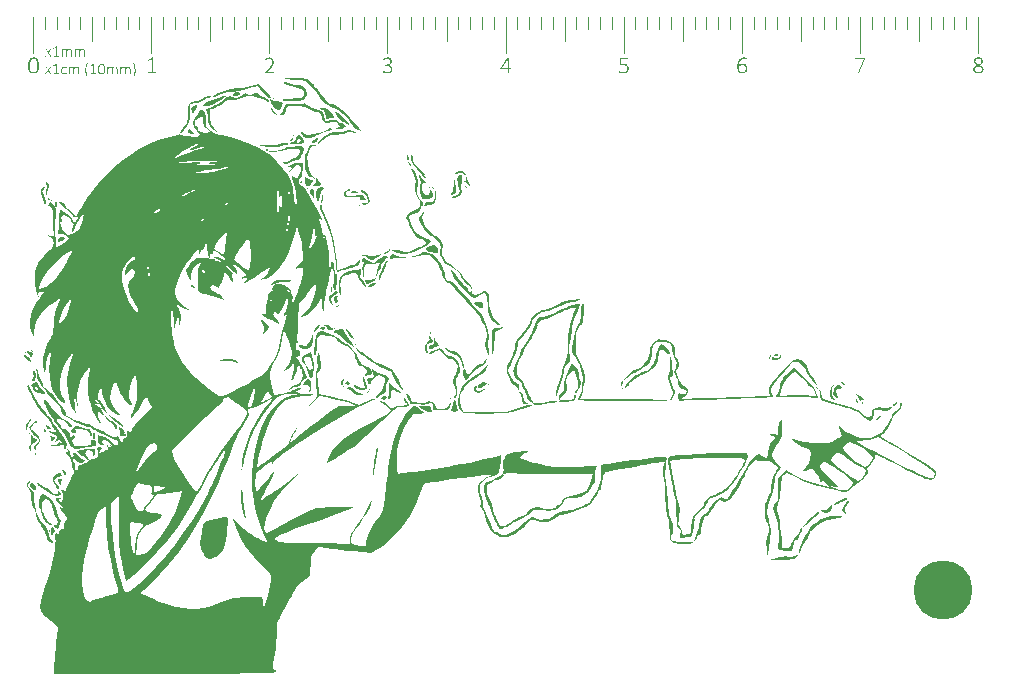
<source format=gbr>
%TF.GenerationSoftware,KiCad,Pcbnew,9.0.0*%
%TF.CreationDate,2025-03-10T22:23:41-04:00*%
%TF.ProjectId,cinnruler,63696e6e-7275-46c6-9572-2e6b69636164,rev?*%
%TF.SameCoordinates,Original*%
%TF.FileFunction,Soldermask,Top*%
%TF.FilePolarity,Negative*%
%FSLAX46Y46*%
G04 Gerber Fmt 4.6, Leading zero omitted, Abs format (unit mm)*
G04 Created by KiCad (PCBNEW 9.0.0) date 2025-03-10 22:23:41*
%MOMM*%
%LPD*%
G01*
G04 APERTURE LIST*
%ADD10C,0.100000*%
%ADD11C,0.300000*%
%ADD12C,0.250000*%
%ADD13C,0.000000*%
%ADD14C,5.000000*%
G04 APERTURE END LIST*
D10*
X164000000Y-59998446D02*
X164000000Y-60998446D01*
X157000000Y-59998446D02*
X157000000Y-60998446D01*
X106000000Y-59998446D02*
X106000000Y-60998446D01*
X150000000Y-60000000D02*
X150000000Y-61000000D01*
X160000000Y-60000000D02*
X160000000Y-61000000D01*
X108000000Y-59998446D02*
X108000000Y-61998446D01*
X115000000Y-60000000D02*
X115000000Y-61000000D01*
X137000000Y-60000000D02*
X137000000Y-61000000D01*
X102000000Y-59998446D02*
X102000000Y-60998446D01*
X119000000Y-60001554D02*
X119000000Y-61001554D01*
X94000000Y-59998446D02*
X94000000Y-60998446D01*
X99000000Y-59998446D02*
X99000000Y-60998446D01*
X166000000Y-59998446D02*
X166000000Y-60998446D01*
X126000000Y-60000000D02*
X126000000Y-61000000D01*
X171000000Y-60000000D02*
X171000000Y-61000000D01*
X123000000Y-60000000D02*
X123000000Y-63000000D01*
X125000000Y-60000000D02*
X125000000Y-61000000D01*
X145000000Y-59998446D02*
X145000000Y-60998446D01*
X130000000Y-60001554D02*
X130000000Y-61001554D01*
X153000000Y-59998446D02*
X153000000Y-62998446D01*
X163000000Y-59998446D02*
X163000000Y-62998446D01*
X154000000Y-59998446D02*
X154000000Y-60998446D01*
X132000000Y-60000000D02*
X132000000Y-61000000D01*
X128000000Y-60000000D02*
X128000000Y-62000000D01*
X136000000Y-60000000D02*
X136000000Y-61000000D01*
X168000000Y-59998446D02*
X168000000Y-61998446D01*
X101000000Y-59998446D02*
X101000000Y-60998446D01*
X122000000Y-60001554D02*
X122000000Y-61001554D01*
X173000000Y-60000000D02*
X173000000Y-63000000D01*
X138000000Y-60000000D02*
X138000000Y-62000000D01*
X151000000Y-60000000D02*
X151000000Y-61000000D01*
X134000000Y-60000000D02*
X134000000Y-61000000D01*
X135000000Y-60000000D02*
X135000000Y-61000000D01*
X133000000Y-60000000D02*
X133000000Y-63000000D01*
X124000000Y-60000000D02*
X124000000Y-61000000D01*
X105000000Y-59998446D02*
X105000000Y-60998446D01*
X141000000Y-60001554D02*
X141000000Y-61001554D01*
X159000000Y-60000000D02*
X159000000Y-61000000D01*
X172000000Y-60000000D02*
X172000000Y-61000000D01*
X95000000Y-59998446D02*
X95000000Y-60998446D01*
X152000000Y-60000000D02*
X152000000Y-61000000D01*
X118000000Y-60000000D02*
X118000000Y-62000000D01*
X93000000Y-59998446D02*
X93000000Y-62998446D01*
X104000000Y-59998446D02*
X104000000Y-60998446D01*
X97000000Y-59998446D02*
X97000000Y-60998446D01*
X121000000Y-60001554D02*
X121000000Y-61001554D01*
X110000000Y-60000000D02*
X110000000Y-61000000D01*
X96000000Y-59998446D02*
X96000000Y-60998446D01*
X129000000Y-60001554D02*
X129000000Y-61001554D01*
X103000000Y-59998446D02*
X103000000Y-62998446D01*
X127000000Y-60000000D02*
X127000000Y-61000000D01*
X170000000Y-60000000D02*
X170000000Y-61000000D01*
X147000000Y-59998446D02*
X147000000Y-60998446D01*
X165000000Y-59998446D02*
X165000000Y-60998446D01*
X109000000Y-60000000D02*
X109000000Y-61000000D01*
X158000000Y-59998446D02*
X158000000Y-61998446D01*
X100000000Y-59998446D02*
X100000000Y-60998446D01*
X116000000Y-60000000D02*
X116000000Y-61000000D01*
X169000000Y-60000000D02*
X169000000Y-61000000D01*
X120000000Y-60001554D02*
X120000000Y-61001554D01*
X144000000Y-59998446D02*
X144000000Y-60998446D01*
X162000000Y-60000000D02*
X162000000Y-61000000D01*
X139000000Y-60001554D02*
X139000000Y-61001554D01*
X117000000Y-60000000D02*
X117000000Y-61000000D01*
X155000000Y-59998446D02*
X155000000Y-60998446D01*
X142000000Y-60000000D02*
X142000000Y-61000000D01*
X148000000Y-59998446D02*
X148000000Y-61998446D01*
X149000000Y-60000000D02*
X149000000Y-61000000D01*
X113000000Y-60000000D02*
X113000000Y-63000000D01*
X98000000Y-59998446D02*
X98000000Y-61998446D01*
X146000000Y-59998446D02*
X146000000Y-60998446D01*
X111000000Y-60000000D02*
X111000000Y-61000000D01*
X167000000Y-59998446D02*
X167000000Y-60998446D01*
X112000000Y-60000000D02*
X112000000Y-61000000D01*
X140000000Y-60001554D02*
X140000000Y-61001554D01*
X114000000Y-60000000D02*
X114000000Y-61000000D01*
X131000000Y-60001554D02*
X131000000Y-61001554D01*
X107000000Y-59998446D02*
X107000000Y-60998446D01*
X156000000Y-59998446D02*
X156000000Y-60998446D01*
X143000000Y-59998446D02*
X143000000Y-62998446D01*
X133000000Y-60001554D02*
X133000000Y-61001554D01*
X161000000Y-60000000D02*
X161000000Y-61000000D01*
X143000000Y-60000000D02*
X143000000Y-61000000D01*
D11*
G36*
X103446502Y-64690320D02*
G01*
X103443296Y-64715599D01*
X103434503Y-64732635D01*
X103422230Y-64742160D01*
X103408766Y-64745000D01*
X102736579Y-64745000D01*
X102723573Y-64742160D01*
X102711758Y-64732635D01*
X102703057Y-64715599D01*
X102699851Y-64690320D01*
X102702507Y-64666872D01*
X102710109Y-64648829D01*
X102721833Y-64637655D01*
X102736579Y-64633625D01*
X103027747Y-64633625D01*
X103027747Y-63551476D01*
X102751417Y-63718722D01*
X102723299Y-63730995D01*
X102705072Y-63726782D01*
X102695821Y-63708555D01*
X102693623Y-63679612D01*
X102694631Y-63656256D01*
X102699027Y-63638671D01*
X102707178Y-63625757D01*
X102719543Y-63614949D01*
X103037273Y-63413265D01*
X103045882Y-63408961D01*
X103058705Y-63405205D01*
X103074459Y-63403190D01*
X103094151Y-63402641D01*
X103124467Y-63404747D01*
X103144801Y-63410243D01*
X103156066Y-63419402D01*
X103159638Y-63432225D01*
X103159638Y-64633625D01*
X103408766Y-64633625D01*
X103423879Y-64637655D01*
X103436152Y-64648829D01*
X103443845Y-64666872D01*
X103446502Y-64690320D01*
G37*
G36*
X93127539Y-63402080D02*
G01*
X93195173Y-63417034D01*
X93252878Y-63440651D01*
X93305084Y-63474338D01*
X93350495Y-63517507D01*
X93389624Y-63571168D01*
X93433715Y-63664508D01*
X93465369Y-63784576D01*
X93482353Y-63916358D01*
X93488542Y-64077667D01*
X93482363Y-64224176D01*
X93464820Y-64352807D01*
X93432421Y-64472020D01*
X93386051Y-64569328D01*
X93345143Y-64626050D01*
X93297177Y-64673193D01*
X93241612Y-64711569D01*
X93180143Y-64739028D01*
X93107508Y-64756410D01*
X93021427Y-64762585D01*
X92941969Y-64757285D01*
X92874302Y-64742333D01*
X92816538Y-64718713D01*
X92764362Y-64685010D01*
X92719108Y-64641841D01*
X92680251Y-64588196D01*
X92636620Y-64494841D01*
X92605054Y-64374788D01*
X92588139Y-64243008D01*
X92581974Y-64081697D01*
X92582449Y-64070431D01*
X92718994Y-64070431D01*
X92723678Y-64216890D01*
X92736304Y-64332015D01*
X92759944Y-64436018D01*
X92791259Y-64512633D01*
X92835179Y-64575250D01*
X92887613Y-64617322D01*
X92950824Y-64642267D01*
X93030678Y-64651210D01*
X93094890Y-64645604D01*
X93147274Y-64629961D01*
X93193545Y-64604206D01*
X93232453Y-64570061D01*
X93264595Y-64528381D01*
X93291346Y-64478469D01*
X93311962Y-64423866D01*
X93327983Y-64363156D01*
X93346393Y-64231265D01*
X93351522Y-64088933D01*
X93343828Y-63905109D01*
X93333628Y-63825062D01*
X93319831Y-63758381D01*
X93300797Y-63696760D01*
X93278615Y-63646731D01*
X93250692Y-63602830D01*
X93218806Y-63568512D01*
X93181514Y-63541648D01*
X93139305Y-63522900D01*
X93092980Y-63512003D01*
X93038830Y-63508154D01*
X92973414Y-63513906D01*
X92919953Y-63529977D01*
X92876072Y-63555415D01*
X92821088Y-63609665D01*
X92778620Y-63680986D01*
X92749760Y-63763159D01*
X92731267Y-63860688D01*
X92722110Y-63962911D01*
X92718994Y-64070431D01*
X92582449Y-64070431D01*
X92588112Y-63936027D01*
X92605604Y-63807107D01*
X92637970Y-63687386D01*
X92683914Y-63590128D01*
X92724557Y-63533365D01*
X92772337Y-63486225D01*
X92827804Y-63447887D01*
X92889338Y-63420373D01*
X92962006Y-63402963D01*
X93048080Y-63396779D01*
X93127539Y-63402080D01*
G37*
D12*
G36*
X94549424Y-63300141D02*
G01*
X94555530Y-63315345D01*
X94550523Y-63326153D01*
X94534891Y-63332137D01*
X94509490Y-63333907D01*
X94486287Y-63332808D01*
X94472060Y-63329633D01*
X94463389Y-63323832D01*
X94457283Y-63316017D01*
X94292297Y-63060722D01*
X94127922Y-63316017D01*
X94121816Y-63323832D01*
X94112779Y-63329633D01*
X94098246Y-63332808D01*
X94075715Y-63333907D01*
X94051352Y-63332137D01*
X94036392Y-63326153D01*
X94031751Y-63315284D01*
X94038651Y-63300080D01*
X94241372Y-63001920D01*
X94048115Y-62710416D01*
X94042009Y-62695273D01*
X94047322Y-62684466D01*
X94063686Y-62678787D01*
X94089392Y-62677383D01*
X94112595Y-62678482D01*
X94126456Y-62681718D01*
X94134455Y-62687152D01*
X94140256Y-62694602D01*
X94295717Y-62933593D01*
X94455268Y-62694602D01*
X94461008Y-62687152D01*
X94468702Y-62681718D01*
X94481524Y-62678482D01*
X94503384Y-62677383D01*
X94528053Y-62678787D01*
X94543684Y-62684038D01*
X94548691Y-62694541D01*
X94541852Y-62710416D01*
X94347252Y-62999173D01*
X94549424Y-63300141D01*
G37*
G36*
X95216207Y-63293546D02*
G01*
X95214070Y-63310399D01*
X95208208Y-63321756D01*
X95200026Y-63328107D01*
X95191050Y-63330000D01*
X94742925Y-63330000D01*
X94734255Y-63328107D01*
X94726378Y-63321756D01*
X94720577Y-63310399D01*
X94718440Y-63293546D01*
X94720211Y-63277915D01*
X94725279Y-63265886D01*
X94733094Y-63258436D01*
X94742925Y-63255750D01*
X94937037Y-63255750D01*
X94937037Y-62534317D01*
X94752817Y-62645814D01*
X94734071Y-62653996D01*
X94721920Y-62651188D01*
X94715753Y-62639036D01*
X94714288Y-62619741D01*
X94714959Y-62604171D01*
X94717890Y-62592447D01*
X94723325Y-62583838D01*
X94731568Y-62576632D01*
X94943387Y-62442177D01*
X94949127Y-62439307D01*
X94957676Y-62436803D01*
X94968178Y-62435460D01*
X94981306Y-62435094D01*
X95001517Y-62436498D01*
X95015073Y-62440162D01*
X95022583Y-62446268D01*
X95024965Y-62454816D01*
X95024965Y-63255750D01*
X95191050Y-63255750D01*
X95201125Y-63258436D01*
X95209307Y-63265886D01*
X95214436Y-63277915D01*
X95216207Y-63293546D01*
G37*
G36*
X96293684Y-63314185D02*
G01*
X96291303Y-63322794D01*
X96284159Y-63328900D01*
X96271275Y-63332503D01*
X96251430Y-63333907D01*
X96230914Y-63332503D01*
X96217663Y-63328900D01*
X96210458Y-63322733D01*
X96208504Y-63314185D01*
X96208504Y-62932983D01*
X96206459Y-62890469D01*
X96200689Y-62853787D01*
X96190445Y-62819999D01*
X96176386Y-62792848D01*
X96157588Y-62770272D01*
X96134682Y-62753709D01*
X96107902Y-62743515D01*
X96075209Y-62739909D01*
X96033937Y-62747681D01*
X95989113Y-62773187D01*
X95945900Y-62811561D01*
X95893370Y-62870701D01*
X95893370Y-63314185D01*
X95890989Y-63322733D01*
X95883845Y-63328900D01*
X95870961Y-63332503D01*
X95851116Y-63333907D01*
X95831271Y-63332503D01*
X95818021Y-63328900D01*
X95810816Y-63322733D01*
X95808862Y-63314185D01*
X95808862Y-62932983D01*
X95806740Y-62890528D01*
X95800741Y-62853787D01*
X95790214Y-62819989D01*
X95776072Y-62792848D01*
X95757274Y-62770272D01*
X95734368Y-62753709D01*
X95707588Y-62743515D01*
X95674895Y-62739909D01*
X95633623Y-62747681D01*
X95588799Y-62773187D01*
X95545757Y-62811584D01*
X95493789Y-62870701D01*
X95493789Y-63314185D01*
X95491407Y-63322733D01*
X95484263Y-63328900D01*
X95471379Y-63332503D01*
X95450802Y-63333907D01*
X95430957Y-63332503D01*
X95417707Y-63328900D01*
X95410502Y-63322733D01*
X95408548Y-63314246D01*
X95408548Y-62697044D01*
X95410502Y-62688618D01*
X95417646Y-62682145D01*
X95430286Y-62678482D01*
X95449459Y-62677383D01*
X95468998Y-62678482D01*
X95481271Y-62682145D01*
X95487744Y-62688618D01*
X95489698Y-62697044D01*
X95489698Y-62779232D01*
X95541324Y-62728954D01*
X95588005Y-62696495D01*
X95636918Y-62676051D01*
X95683749Y-62669567D01*
X95721766Y-62672025D01*
X95753663Y-62678909D01*
X95782902Y-62690280D01*
X95807824Y-62705165D01*
X95829610Y-62723746D01*
X95847880Y-62745587D01*
X95873709Y-62794253D01*
X95932144Y-62736673D01*
X95986427Y-62697533D01*
X96036435Y-62676161D01*
X96084063Y-62669567D01*
X96139680Y-62675085D01*
X96182981Y-62690266D01*
X96219648Y-62714735D01*
X96247889Y-62746076D01*
X96268668Y-62783572D01*
X96282998Y-62827958D01*
X96290957Y-62875455D01*
X96293684Y-62926693D01*
X96293684Y-63314185D01*
G37*
G36*
X97400593Y-63314185D02*
G01*
X97398211Y-63322794D01*
X97391067Y-63328900D01*
X97378183Y-63332503D01*
X97358339Y-63333907D01*
X97337822Y-63332503D01*
X97324572Y-63328900D01*
X97317367Y-63322733D01*
X97315413Y-63314185D01*
X97315413Y-62932983D01*
X97313367Y-62890469D01*
X97307597Y-62853787D01*
X97297354Y-62819999D01*
X97283295Y-62792848D01*
X97264497Y-62770272D01*
X97241591Y-62753709D01*
X97214811Y-62743515D01*
X97182117Y-62739909D01*
X97140846Y-62747681D01*
X97096022Y-62773187D01*
X97052808Y-62811561D01*
X97000279Y-62870701D01*
X97000279Y-63314185D01*
X96997897Y-63322733D01*
X96990753Y-63328900D01*
X96977869Y-63332503D01*
X96958025Y-63333907D01*
X96938180Y-63332503D01*
X96924930Y-63328900D01*
X96917725Y-63322733D01*
X96915771Y-63314185D01*
X96915771Y-62932983D01*
X96913648Y-62890528D01*
X96907650Y-62853787D01*
X96897123Y-62819989D01*
X96882981Y-62792848D01*
X96864183Y-62770272D01*
X96841277Y-62753709D01*
X96814497Y-62743515D01*
X96781803Y-62739909D01*
X96740532Y-62747681D01*
X96695708Y-62773187D01*
X96652665Y-62811584D01*
X96600697Y-62870701D01*
X96600697Y-63314185D01*
X96598316Y-63322733D01*
X96591172Y-63328900D01*
X96578288Y-63332503D01*
X96557711Y-63333907D01*
X96537866Y-63332503D01*
X96524616Y-63328900D01*
X96517411Y-63322733D01*
X96515457Y-63314246D01*
X96515457Y-62697044D01*
X96517411Y-62688618D01*
X96524555Y-62682145D01*
X96537194Y-62678482D01*
X96556367Y-62677383D01*
X96575907Y-62678482D01*
X96588180Y-62682145D01*
X96594652Y-62688618D01*
X96596606Y-62697044D01*
X96596606Y-62779232D01*
X96648233Y-62728954D01*
X96694914Y-62696495D01*
X96743827Y-62676051D01*
X96790657Y-62669567D01*
X96828674Y-62672025D01*
X96860572Y-62678909D01*
X96889810Y-62690280D01*
X96914733Y-62705165D01*
X96936518Y-62723746D01*
X96954788Y-62745587D01*
X96980617Y-62794253D01*
X97039052Y-62736673D01*
X97093335Y-62697533D01*
X97143344Y-62676161D01*
X97190971Y-62669567D01*
X97246589Y-62675085D01*
X97289890Y-62690266D01*
X97326556Y-62714735D01*
X97354797Y-62746076D01*
X97375576Y-62783572D01*
X97389907Y-62827958D01*
X97397866Y-62875455D01*
X97400593Y-62926693D01*
X97400593Y-63314185D01*
G37*
D11*
G36*
X173136064Y-63401710D02*
G01*
X173210380Y-63419588D01*
X173276388Y-63449003D01*
X173327708Y-63485534D01*
X173368544Y-63530705D01*
X173397042Y-63582162D01*
X173414133Y-63638422D01*
X173419849Y-63697384D01*
X173415129Y-63752291D01*
X173401164Y-63803813D01*
X173378634Y-63852350D01*
X173347492Y-63898701D01*
X173309157Y-63941131D01*
X173261488Y-63981957D01*
X173149930Y-64052025D01*
X173284843Y-64125755D01*
X173342259Y-64166425D01*
X173387334Y-64207821D01*
X173424040Y-64253524D01*
X173449890Y-64300969D01*
X173465689Y-64352309D01*
X173471140Y-64410237D01*
X173463217Y-64491228D01*
X173440640Y-64559897D01*
X173403458Y-64620079D01*
X173352712Y-64670081D01*
X173290506Y-64708747D01*
X173212853Y-64737950D01*
X173127253Y-64754955D01*
X173025549Y-64761031D01*
X172930443Y-64755529D01*
X172848412Y-64739965D01*
X172773450Y-64713254D01*
X172712674Y-64677775D01*
X172662609Y-64631596D01*
X172625754Y-64576292D01*
X172603160Y-64512709D01*
X172595254Y-64437623D01*
X172596663Y-64422236D01*
X172732274Y-64422236D01*
X172741204Y-64490208D01*
X172766569Y-64544991D01*
X172808661Y-64589756D01*
X172863029Y-64621023D01*
X172937113Y-64641851D01*
X173036815Y-64649656D01*
X173132967Y-64641918D01*
X173205125Y-64621155D01*
X173258740Y-64589756D01*
X173300501Y-64545251D01*
X173325426Y-64492026D01*
X173334119Y-64427273D01*
X173329167Y-64377815D01*
X173314885Y-64334766D01*
X173291285Y-64295571D01*
X173256542Y-64257646D01*
X173214029Y-64223368D01*
X173158173Y-64187671D01*
X173021427Y-64116596D01*
X172893841Y-64185564D01*
X172842256Y-64221268D01*
X172803258Y-64255998D01*
X172771688Y-64294028D01*
X172749952Y-64332660D01*
X172736822Y-64374513D01*
X172732274Y-64422236D01*
X172596663Y-64422236D01*
X172601095Y-64373851D01*
X172617969Y-64317639D01*
X172645335Y-64266029D01*
X172682540Y-64218354D01*
X172728036Y-64175598D01*
X172784573Y-64134731D01*
X172914357Y-64063107D01*
X172801884Y-63995513D01*
X172754276Y-63956314D01*
X172716338Y-63915920D01*
X172685770Y-63871622D01*
X172664131Y-63825153D01*
X172651014Y-63775636D01*
X172646545Y-63721930D01*
X172647317Y-63713687D01*
X172781459Y-63713687D01*
X172785443Y-63756194D01*
X172797121Y-63794928D01*
X172816447Y-63831012D01*
X172844748Y-63866644D01*
X172879921Y-63899339D01*
X172926264Y-63933139D01*
X173042951Y-63998627D01*
X173149199Y-63935608D01*
X173221920Y-63870033D01*
X173257541Y-63819304D01*
X173278106Y-63766939D01*
X173284935Y-63711581D01*
X173280645Y-63666427D01*
X173268265Y-63626859D01*
X173247788Y-63591694D01*
X173219356Y-63562012D01*
X173184168Y-63538733D01*
X173139855Y-63520888D01*
X173090823Y-63510353D01*
X173032693Y-63506600D01*
X172952478Y-63513638D01*
X172891562Y-63532689D01*
X172845573Y-63561921D01*
X172810404Y-63602647D01*
X172789012Y-63652324D01*
X172781459Y-63713687D01*
X172647317Y-63713687D01*
X172652533Y-63657982D01*
X172670359Y-63597458D01*
X172700194Y-63541980D01*
X172742716Y-63493136D01*
X172796585Y-63453505D01*
X172866639Y-63421603D01*
X172945876Y-63402241D01*
X173043959Y-63395225D01*
X173136064Y-63401710D01*
G37*
G36*
X143431114Y-64316448D02*
G01*
X143421969Y-64418948D01*
X143396035Y-64505583D01*
X143353434Y-64582258D01*
X143296933Y-64645260D01*
X143227498Y-64694805D01*
X143143793Y-64731630D01*
X143051801Y-64753440D01*
X142947697Y-64761031D01*
X142830368Y-64751414D01*
X142731633Y-64729340D01*
X142661017Y-64704153D01*
X142626029Y-64684736D01*
X142615679Y-64672829D01*
X142610733Y-64660739D01*
X142607619Y-64643611D01*
X142606612Y-64619798D01*
X142608169Y-64596442D01*
X142613664Y-64577849D01*
X142623281Y-64565942D01*
X142636195Y-64561729D01*
X142669535Y-64574735D01*
X142729527Y-64602945D01*
X142822766Y-64630972D01*
X142881030Y-64640335D01*
X142954841Y-64643794D01*
X143025564Y-64639225D01*
X143089205Y-64626026D01*
X143147626Y-64602814D01*
X143196824Y-64569789D01*
X143237139Y-64526603D01*
X143268265Y-64472061D01*
X143287187Y-64408978D01*
X143294094Y-64328446D01*
X143288227Y-64260221D01*
X143271837Y-64204340D01*
X143243750Y-64155670D01*
X143203968Y-64115864D01*
X143153984Y-64085713D01*
X143088655Y-64063199D01*
X143015789Y-64050527D01*
X142925074Y-64045888D01*
X142817088Y-64052574D01*
X142736488Y-64059169D01*
X142711269Y-64055399D01*
X142695455Y-64045522D01*
X142686276Y-64028196D01*
X142682357Y-63994047D01*
X142682357Y-63475917D01*
X142686804Y-63448727D01*
X142699118Y-63429480D01*
X142718177Y-63417157D01*
X142743723Y-63412810D01*
X143308291Y-63412810D01*
X143324960Y-63416749D01*
X143338241Y-63428289D01*
X143346484Y-63446608D01*
X143349140Y-63470879D01*
X143346408Y-63493982D01*
X143338699Y-63512645D01*
X143325902Y-63525708D01*
X143308291Y-63530047D01*
X142804082Y-63530047D01*
X142804082Y-63941291D01*
X142875248Y-63935612D01*
X142968121Y-63934513D01*
X143081143Y-63942099D01*
X143172461Y-63962998D01*
X143253744Y-63997872D01*
X143316900Y-64042133D01*
X143367117Y-64097864D01*
X143402721Y-64163308D01*
X143423867Y-64236011D01*
X143431114Y-64316448D01*
G37*
G36*
X123421955Y-64368835D02*
G01*
X123414666Y-64452784D01*
X123393562Y-64527471D01*
X123358248Y-64594844D01*
X123309298Y-64652309D01*
X123247809Y-64698231D01*
X123169988Y-64733734D01*
X123082651Y-64754980D01*
X122977372Y-64762585D01*
X122912694Y-64759617D01*
X122853907Y-64751045D01*
X122751417Y-64723934D01*
X122676587Y-64691419D01*
X122639218Y-64668155D01*
X122628044Y-64655057D01*
X122621632Y-64640403D01*
X122617328Y-64620069D01*
X122615771Y-64591035D01*
X122623006Y-64546522D01*
X122631895Y-64537010D01*
X122643248Y-64533974D01*
X122681716Y-64551742D01*
X122754623Y-64589936D01*
X122857663Y-64627946D01*
X122918194Y-64640829D01*
X122987539Y-64645348D01*
X123058183Y-64640270D01*
X123115675Y-64626206D01*
X123166848Y-64602674D01*
X123207907Y-64572259D01*
X123240660Y-64534222D01*
X123264052Y-64489644D01*
X123278024Y-64440177D01*
X123282828Y-64385138D01*
X123276605Y-64326901D01*
X123258557Y-64275870D01*
X123229169Y-64230641D01*
X123188581Y-64191606D01*
X123139077Y-64160890D01*
X123076840Y-64137018D01*
X123008321Y-64122816D01*
X122928188Y-64117784D01*
X122797029Y-64117784D01*
X122782924Y-64114487D01*
X122769644Y-64104228D01*
X122759935Y-64086734D01*
X122756180Y-64060631D01*
X122759385Y-64037092D01*
X122768087Y-64020056D01*
X122780909Y-64009706D01*
X122797029Y-64006409D01*
X122912800Y-64006409D01*
X122981900Y-64001401D01*
X123041394Y-63987175D01*
X123095271Y-63963410D01*
X123139305Y-63932129D01*
X123175082Y-63892816D01*
X123201587Y-63846308D01*
X123217771Y-63794232D01*
X123223386Y-63734658D01*
X123219672Y-63690291D01*
X123208731Y-63649021D01*
X123190468Y-63611061D01*
X123165317Y-63578496D01*
X123133294Y-63551911D01*
X123092502Y-63531143D01*
X123046256Y-63518543D01*
X122989645Y-63514016D01*
X122929533Y-63518726D01*
X122876805Y-63532242D01*
X122786588Y-63572267D01*
X122721925Y-63612659D01*
X122685380Y-63631252D01*
X122672832Y-63628962D01*
X122662940Y-63619712D01*
X122657353Y-63601485D01*
X122655796Y-63572451D01*
X122656803Y-63551843D01*
X122661017Y-63535265D01*
X122668527Y-63520702D01*
X122682266Y-63504215D01*
X122720642Y-63475914D01*
X122791259Y-63439460D01*
X122886514Y-63409235D01*
X122941194Y-63399971D01*
X123000911Y-63396779D01*
X123089119Y-63403377D01*
X123160280Y-63421600D01*
X123223113Y-63451641D01*
X123272387Y-63489836D01*
X123311199Y-63537242D01*
X123338699Y-63592875D01*
X123354859Y-63654061D01*
X123360406Y-63721561D01*
X123356041Y-63784145D01*
X123343370Y-63840904D01*
X123322112Y-63893441D01*
X123293178Y-63939090D01*
X123256517Y-63978404D01*
X123211937Y-64011080D01*
X123161377Y-64035027D01*
X123103768Y-64049549D01*
X123103585Y-64047534D01*
X123168963Y-64058322D01*
X123229156Y-64079682D01*
X123284013Y-64110604D01*
X123330364Y-64148833D01*
X123368580Y-64194550D01*
X123397592Y-64247477D01*
X123415774Y-64305486D01*
X123421955Y-64368835D01*
G37*
G36*
X163465003Y-63469872D02*
G01*
X163463904Y-63493319D01*
X163460790Y-63515118D01*
X163455020Y-63536916D01*
X163446227Y-63560272D01*
X162946231Y-64708916D01*
X162934416Y-64729707D01*
X162918204Y-64742163D01*
X162894849Y-64748025D01*
X162861601Y-64749582D01*
X162824140Y-64746376D01*
X162804906Y-64736118D01*
X162800693Y-64719998D01*
X162807654Y-64699390D01*
X163326426Y-63529223D01*
X162651491Y-63529223D01*
X162633861Y-63524886D01*
X162620991Y-63511820D01*
X162613351Y-63493074D01*
X162610642Y-63469872D01*
X162613298Y-63445508D01*
X162621449Y-63427190D01*
X162634272Y-63415558D01*
X162651491Y-63411620D01*
X163414903Y-63411620D01*
X163438533Y-63414917D01*
X163454104Y-63426000D01*
X163462347Y-63444501D01*
X163465003Y-63469872D01*
G37*
G36*
X113435236Y-64684824D02*
G01*
X113432580Y-64708546D01*
X113424978Y-64727872D01*
X113412155Y-64740603D01*
X113394386Y-64745000D01*
X112678144Y-64745000D01*
X112659551Y-64741702D01*
X112644164Y-64731261D01*
X112634364Y-64712301D01*
X112631158Y-64684824D01*
X112632165Y-64660919D01*
X112636379Y-64641960D01*
X112644805Y-64625015D01*
X112658635Y-64607155D01*
X112930111Y-64321757D01*
X113024704Y-64216450D01*
X113091220Y-64131156D01*
X113145923Y-64048073D01*
X113182628Y-63979756D01*
X113209525Y-63913037D01*
X113223935Y-63857116D01*
X113233644Y-63752977D01*
X113229671Y-63705903D01*
X113217890Y-63661477D01*
X113198445Y-63620476D01*
X113171912Y-63585457D01*
X113138375Y-63556584D01*
X113096532Y-63533524D01*
X113049218Y-63519114D01*
X112992759Y-63514016D01*
X112930708Y-63518723D01*
X112877721Y-63532059D01*
X112788603Y-63572267D01*
X112724489Y-63612934D01*
X112699506Y-63627682D01*
X112685380Y-63631252D01*
X112672557Y-63627772D01*
X112662848Y-63616781D01*
X112657353Y-63598646D01*
X112655796Y-63574008D01*
X112656803Y-63552759D01*
X112660009Y-63537096D01*
X112665871Y-63523449D01*
X112681808Y-63506139D01*
X112722199Y-63477654D01*
X112793824Y-63441475D01*
X112889628Y-63409968D01*
X112942936Y-63400112D01*
X112998896Y-63396779D01*
X113088972Y-63404164D01*
X113162386Y-63424714D01*
X113227159Y-63458044D01*
X113278615Y-63500094D01*
X113319266Y-63551373D01*
X113347950Y-63610095D01*
X113364931Y-63673916D01*
X113370664Y-63741711D01*
X113359856Y-63869023D01*
X113343624Y-63932969D01*
X113313511Y-64007142D01*
X113272215Y-64082365D01*
X113210838Y-64172281D01*
X113136584Y-64264823D01*
X113031686Y-64380833D01*
X112794648Y-64627763D01*
X113394386Y-64627763D01*
X113411056Y-64631701D01*
X113424337Y-64643242D01*
X113432580Y-64661560D01*
X113435236Y-64684824D01*
G37*
G36*
X153243994Y-63399896D02*
G01*
X153314610Y-63411895D01*
X153369382Y-63428564D01*
X153399332Y-63444043D01*
X153410140Y-63456133D01*
X153415544Y-63468681D01*
X153418750Y-63483061D01*
X153419849Y-63501562D01*
X153419299Y-63522445D01*
X153416002Y-63538748D01*
X153407301Y-63549648D01*
X153392371Y-63553678D01*
X153361322Y-63546442D01*
X153314061Y-63530047D01*
X153246284Y-63513744D01*
X153152586Y-63506600D01*
X153085245Y-63511649D01*
X153026947Y-63526038D01*
X152976181Y-63549098D01*
X152909120Y-63598855D01*
X152854732Y-63663587D01*
X152813542Y-63739908D01*
X152783474Y-63830008D01*
X152765182Y-63925456D01*
X152757096Y-64023540D01*
X152816813Y-63993223D01*
X152894574Y-63963914D01*
X152984058Y-63942756D01*
X153083984Y-63934513D01*
X153190935Y-63942673D01*
X153271563Y-63964555D01*
X153340643Y-64000937D01*
X153392463Y-64046987D01*
X153431269Y-64103438D01*
X153457126Y-64169261D01*
X153471389Y-64240483D01*
X153476269Y-64317455D01*
X153470136Y-64397481D01*
X153451539Y-64477648D01*
X153419506Y-64553087D01*
X153373046Y-64619889D01*
X153312778Y-64675883D01*
X153235293Y-64721738D01*
X153177935Y-64742867D01*
X153110971Y-64756278D01*
X153032693Y-64761031D01*
X152956958Y-64755736D01*
X152893383Y-64740881D01*
X152835637Y-64716063D01*
X152786405Y-64682995D01*
X152744450Y-64641169D01*
X152709377Y-64589939D01*
X152681743Y-64531887D01*
X152658818Y-64463543D01*
X152642277Y-64390515D01*
X152630608Y-64307747D01*
X152622550Y-64137845D01*
X152758927Y-64137845D01*
X152764096Y-64275379D01*
X152777795Y-64379371D01*
X152802391Y-64471812D01*
X152833208Y-64537640D01*
X152875034Y-64589926D01*
X152923883Y-64623644D01*
X152981058Y-64642852D01*
X153050095Y-64649656D01*
X153121676Y-64642020D01*
X153179972Y-64620530D01*
X153230232Y-64586692D01*
X153270189Y-64544693D01*
X153300996Y-64495580D01*
X153322487Y-64441195D01*
X153335128Y-64384143D01*
X153339248Y-64328813D01*
X153335808Y-64265610D01*
X153326059Y-64210752D01*
X153308025Y-64160704D01*
X153281546Y-64119710D01*
X153245713Y-64086668D01*
X153198015Y-64061000D01*
X153142289Y-64045716D01*
X153068597Y-64040026D01*
X152982501Y-64047720D01*
X152898879Y-64068877D01*
X152822400Y-64100201D01*
X152758927Y-64137845D01*
X152622550Y-64137845D01*
X152621907Y-64124290D01*
X152632165Y-63946970D01*
X152646212Y-63859470D01*
X152667153Y-63777251D01*
X152695962Y-63698770D01*
X152732458Y-63626401D01*
X152778360Y-63560850D01*
X152834032Y-63505134D01*
X152899480Y-63459927D01*
X152977372Y-63424626D01*
X153063660Y-63402976D01*
X153167882Y-63395225D01*
X153243994Y-63399896D01*
G37*
D12*
G36*
X94549424Y-64800141D02*
G01*
X94555530Y-64815345D01*
X94550523Y-64826153D01*
X94534891Y-64832137D01*
X94509490Y-64833907D01*
X94486287Y-64832808D01*
X94472060Y-64829633D01*
X94463389Y-64823832D01*
X94457283Y-64816017D01*
X94292297Y-64560722D01*
X94127922Y-64816017D01*
X94121816Y-64823832D01*
X94112779Y-64829633D01*
X94098246Y-64832808D01*
X94075715Y-64833907D01*
X94051352Y-64832137D01*
X94036392Y-64826153D01*
X94031751Y-64815284D01*
X94038651Y-64800080D01*
X94241372Y-64501920D01*
X94048115Y-64210416D01*
X94042009Y-64195273D01*
X94047322Y-64184466D01*
X94063686Y-64178787D01*
X94089392Y-64177383D01*
X94112595Y-64178482D01*
X94126456Y-64181718D01*
X94134455Y-64187152D01*
X94140256Y-64194602D01*
X94295717Y-64433593D01*
X94455268Y-64194602D01*
X94461008Y-64187152D01*
X94468702Y-64181718D01*
X94481524Y-64178482D01*
X94503384Y-64177383D01*
X94528053Y-64178787D01*
X94543684Y-64184038D01*
X94548691Y-64194541D01*
X94541852Y-64210416D01*
X94347252Y-64499173D01*
X94549424Y-64800141D01*
G37*
G36*
X95216207Y-64793546D02*
G01*
X95214070Y-64810399D01*
X95208208Y-64821756D01*
X95200026Y-64828107D01*
X95191050Y-64830000D01*
X94742925Y-64830000D01*
X94734255Y-64828107D01*
X94726378Y-64821756D01*
X94720577Y-64810399D01*
X94718440Y-64793546D01*
X94720211Y-64777915D01*
X94725279Y-64765886D01*
X94733094Y-64758436D01*
X94742925Y-64755750D01*
X94937037Y-64755750D01*
X94937037Y-64034317D01*
X94752817Y-64145814D01*
X94734071Y-64153996D01*
X94721920Y-64151188D01*
X94715753Y-64139036D01*
X94714288Y-64119741D01*
X94714959Y-64104171D01*
X94717890Y-64092447D01*
X94723325Y-64083838D01*
X94731568Y-64076632D01*
X94943387Y-63942177D01*
X94949127Y-63939307D01*
X94957676Y-63936803D01*
X94968178Y-63935460D01*
X94981306Y-63935094D01*
X95001517Y-63936498D01*
X95015073Y-63940162D01*
X95022583Y-63946268D01*
X95024965Y-63954816D01*
X95024965Y-64755750D01*
X95191050Y-64755750D01*
X95201125Y-64758436D01*
X95209307Y-64765886D01*
X95214436Y-64777915D01*
X95216207Y-64793546D01*
G37*
G36*
X95844216Y-64722777D02*
G01*
X95843545Y-64737859D01*
X95841407Y-64749583D01*
X95837438Y-64758558D01*
X95825898Y-64771564D01*
X95795856Y-64794340D01*
X95748717Y-64818398D01*
X95692358Y-64835190D01*
X95629832Y-64841723D01*
X95567616Y-64836068D01*
X95515221Y-64820047D01*
X95469340Y-64793192D01*
X95431568Y-64756055D01*
X95402441Y-64710037D01*
X95380338Y-64652313D01*
X95367455Y-64588287D01*
X95362814Y-64510774D01*
X95368627Y-64423958D01*
X95384429Y-64355863D01*
X95410872Y-64295835D01*
X95443902Y-64250045D01*
X95485120Y-64214071D01*
X95532379Y-64189167D01*
X95584375Y-64174541D01*
X95640762Y-64169567D01*
X95699808Y-64175490D01*
X95751770Y-64191121D01*
X95794085Y-64213347D01*
X95821379Y-64234658D01*
X95833286Y-64248091D01*
X95838293Y-64258288D01*
X95840736Y-64270256D01*
X95841468Y-64285460D01*
X95839609Y-64303725D01*
X95835179Y-64313731D01*
X95828239Y-64320068D01*
X95821074Y-64321974D01*
X95810773Y-64319348D01*
X95796528Y-64309518D01*
X95760563Y-64282590D01*
X95708051Y-64255968D01*
X95675499Y-64247057D01*
X95634595Y-64243817D01*
X95592153Y-64248260D01*
X95556261Y-64260949D01*
X95525524Y-64281673D01*
X95499101Y-64311228D01*
X95474192Y-64358658D01*
X95457604Y-64422304D01*
X95451413Y-64506744D01*
X95454851Y-64569063D01*
X95464296Y-64619584D01*
X95480487Y-64664997D01*
X95501177Y-64699940D01*
X95527978Y-64728049D01*
X95559612Y-64747751D01*
X95595624Y-64759480D01*
X95637342Y-64763565D01*
X95676435Y-64760253D01*
X95709089Y-64750926D01*
X95763311Y-64722838D01*
X95802023Y-64694506D01*
X95817175Y-64684012D01*
X95825837Y-64681500D01*
X95834202Y-64684309D01*
X95839881Y-64692613D01*
X95843117Y-64705558D01*
X95844216Y-64722777D01*
G37*
G36*
X96888660Y-64814185D02*
G01*
X96886278Y-64822794D01*
X96879134Y-64828900D01*
X96866250Y-64832503D01*
X96846406Y-64833907D01*
X96825889Y-64832503D01*
X96812639Y-64828900D01*
X96805434Y-64822733D01*
X96803480Y-64814185D01*
X96803480Y-64432983D01*
X96801434Y-64390469D01*
X96795664Y-64353787D01*
X96785421Y-64319999D01*
X96771362Y-64292848D01*
X96752564Y-64270272D01*
X96729658Y-64253709D01*
X96702878Y-64243515D01*
X96670184Y-64239909D01*
X96628913Y-64247681D01*
X96584089Y-64273187D01*
X96540875Y-64311561D01*
X96488346Y-64370701D01*
X96488346Y-64814185D01*
X96485964Y-64822733D01*
X96478820Y-64828900D01*
X96465936Y-64832503D01*
X96446092Y-64833907D01*
X96426247Y-64832503D01*
X96412997Y-64828900D01*
X96405792Y-64822733D01*
X96403838Y-64814185D01*
X96403838Y-64432983D01*
X96401715Y-64390528D01*
X96395717Y-64353787D01*
X96385190Y-64319989D01*
X96371048Y-64292848D01*
X96352250Y-64270272D01*
X96329344Y-64253709D01*
X96302564Y-64243515D01*
X96269870Y-64239909D01*
X96228599Y-64247681D01*
X96183775Y-64273187D01*
X96140732Y-64311584D01*
X96088764Y-64370701D01*
X96088764Y-64814185D01*
X96086383Y-64822733D01*
X96079239Y-64828900D01*
X96066355Y-64832503D01*
X96045778Y-64833907D01*
X96025933Y-64832503D01*
X96012683Y-64828900D01*
X96005478Y-64822733D01*
X96003524Y-64814246D01*
X96003524Y-64197044D01*
X96005478Y-64188618D01*
X96012622Y-64182145D01*
X96025261Y-64178482D01*
X96044434Y-64177383D01*
X96063974Y-64178482D01*
X96076247Y-64182145D01*
X96082719Y-64188618D01*
X96084673Y-64197044D01*
X96084673Y-64279232D01*
X96136300Y-64228954D01*
X96182981Y-64196495D01*
X96231894Y-64176051D01*
X96278724Y-64169567D01*
X96316741Y-64172025D01*
X96348639Y-64178909D01*
X96377877Y-64190280D01*
X96402800Y-64205165D01*
X96424585Y-64223746D01*
X96442855Y-64245587D01*
X96468684Y-64294253D01*
X96527119Y-64236673D01*
X96581402Y-64197533D01*
X96631411Y-64176161D01*
X96679038Y-64169567D01*
X96734656Y-64175085D01*
X96777957Y-64190266D01*
X96814623Y-64214735D01*
X96842864Y-64246076D01*
X96863643Y-64283572D01*
X96877974Y-64327958D01*
X96885933Y-64375455D01*
X96888660Y-64426693D01*
X96888660Y-64814185D01*
G37*
G36*
X97638790Y-63882276D02*
G01*
X97596610Y-63976739D01*
X97562804Y-64072008D01*
X97537124Y-64168346D01*
X97518846Y-64266334D01*
X97507991Y-64363130D01*
X97504396Y-64458995D01*
X97508113Y-64555763D01*
X97519306Y-64652821D01*
X97538101Y-64750437D01*
X97563951Y-64846493D01*
X97596973Y-64942190D01*
X97637386Y-65037728D01*
X97640622Y-65049269D01*
X97637447Y-65057939D01*
X97626639Y-65063007D01*
X97607650Y-65064473D01*
X97592690Y-65063801D01*
X97580722Y-65061664D01*
X97571624Y-65057573D01*
X97565640Y-65051161D01*
X97530779Y-64981721D01*
X97500305Y-64911149D01*
X97474121Y-64839116D01*
X97452372Y-64765703D01*
X97435278Y-64691088D01*
X97422941Y-64615432D01*
X97415528Y-64539029D01*
X97413049Y-64461742D01*
X97415787Y-64384472D01*
X97423979Y-64308053D01*
X97437257Y-64232305D01*
X97455120Y-64157416D01*
X97477352Y-64083620D01*
X97503663Y-64010992D01*
X97566861Y-63869148D01*
X97570036Y-63864691D01*
X97576753Y-63860905D01*
X97588538Y-63858035D01*
X97607650Y-63856936D01*
X97624930Y-63858768D01*
X97635982Y-63863653D01*
X97640622Y-63871896D01*
X97638790Y-63882276D01*
G37*
G36*
X98361078Y-64793546D02*
G01*
X98358941Y-64810399D01*
X98353079Y-64821756D01*
X98344897Y-64828107D01*
X98335921Y-64830000D01*
X97887796Y-64830000D01*
X97879125Y-64828107D01*
X97871249Y-64821756D01*
X97865448Y-64810399D01*
X97863311Y-64793546D01*
X97865081Y-64777915D01*
X97870150Y-64765886D01*
X97877965Y-64758436D01*
X97887796Y-64755750D01*
X98081908Y-64755750D01*
X98081908Y-64034317D01*
X97897688Y-64145814D01*
X97878942Y-64153996D01*
X97866791Y-64151188D01*
X97860624Y-64139036D01*
X97859159Y-64119741D01*
X97859830Y-64104171D01*
X97862761Y-64092447D01*
X97868196Y-64083838D01*
X97876439Y-64076632D01*
X98088258Y-63942177D01*
X98093998Y-63939307D01*
X98102547Y-63936803D01*
X98113049Y-63935460D01*
X98126177Y-63935094D01*
X98146388Y-63936498D01*
X98159944Y-63940162D01*
X98167454Y-63946268D01*
X98169836Y-63954816D01*
X98169836Y-64755750D01*
X98335921Y-64755750D01*
X98345996Y-64758436D01*
X98354178Y-64765886D01*
X98359307Y-64777915D01*
X98361078Y-64793546D01*
G37*
G36*
X98857717Y-63934720D02*
G01*
X98902806Y-63944689D01*
X98941277Y-63960434D01*
X98976080Y-63982892D01*
X99006355Y-64011671D01*
X99032440Y-64047445D01*
X99061834Y-64109672D01*
X99082937Y-64189717D01*
X99094260Y-64277572D01*
X99098386Y-64385111D01*
X99094267Y-64482784D01*
X99082571Y-64568538D01*
X99060972Y-64648013D01*
X99030059Y-64712885D01*
X99002786Y-64750700D01*
X98970809Y-64782129D01*
X98933766Y-64807712D01*
X98892786Y-64826019D01*
X98844363Y-64837606D01*
X98786976Y-64841723D01*
X98734004Y-64838190D01*
X98688893Y-64828222D01*
X98650383Y-64812475D01*
X98615599Y-64790006D01*
X98585430Y-64761227D01*
X98559525Y-64725464D01*
X98530438Y-64663227D01*
X98509394Y-64583192D01*
X98498117Y-64495339D01*
X98494007Y-64387798D01*
X98494323Y-64380287D01*
X98585354Y-64380287D01*
X98588477Y-64477927D01*
X98596894Y-64554677D01*
X98612654Y-64624012D01*
X98633531Y-64675088D01*
X98662810Y-64716833D01*
X98697766Y-64744881D01*
X98739907Y-64761511D01*
X98793143Y-64767473D01*
X98835951Y-64763736D01*
X98870874Y-64753307D01*
X98901721Y-64736137D01*
X98927660Y-64713374D01*
X98949087Y-64685587D01*
X98966922Y-64652313D01*
X98980666Y-64615911D01*
X98991346Y-64575437D01*
X99003620Y-64487510D01*
X99007039Y-64392622D01*
X99001910Y-64270073D01*
X98995110Y-64216708D01*
X98985912Y-64172254D01*
X98973222Y-64131173D01*
X98958435Y-64097821D01*
X98939819Y-64068553D01*
X98918562Y-64045675D01*
X98893700Y-64027765D01*
X98865561Y-64015266D01*
X98834678Y-64008002D01*
X98798578Y-64005436D01*
X98754967Y-64009270D01*
X98719327Y-64019985D01*
X98690073Y-64036943D01*
X98653417Y-64073110D01*
X98625104Y-64120657D01*
X98605864Y-64175439D01*
X98593536Y-64240458D01*
X98587431Y-64308607D01*
X98585354Y-64380287D01*
X98494323Y-64380287D01*
X98498099Y-64290684D01*
X98509760Y-64204738D01*
X98531338Y-64124924D01*
X98561967Y-64060085D01*
X98589062Y-64022243D01*
X98620916Y-63990816D01*
X98657894Y-63965258D01*
X98698916Y-63946915D01*
X98747362Y-63935308D01*
X98804745Y-63931186D01*
X98857717Y-63934720D01*
G37*
G36*
X100147836Y-64814185D02*
G01*
X100145455Y-64822794D01*
X100138311Y-64828900D01*
X100125427Y-64832503D01*
X100105582Y-64833907D01*
X100085066Y-64832503D01*
X100071816Y-64828900D01*
X100064610Y-64822733D01*
X100062657Y-64814185D01*
X100062657Y-64432983D01*
X100060611Y-64390469D01*
X100054841Y-64353787D01*
X100044597Y-64319999D01*
X100030539Y-64292848D01*
X100011740Y-64270272D01*
X99988834Y-64253709D01*
X99962054Y-64243515D01*
X99929361Y-64239909D01*
X99888089Y-64247681D01*
X99843265Y-64273187D01*
X99800052Y-64311561D01*
X99747522Y-64370701D01*
X99747522Y-64814185D01*
X99745141Y-64822733D01*
X99737997Y-64828900D01*
X99725113Y-64832503D01*
X99705268Y-64833907D01*
X99685423Y-64832503D01*
X99672173Y-64828900D01*
X99664968Y-64822733D01*
X99663014Y-64814185D01*
X99663014Y-64432983D01*
X99660892Y-64390528D01*
X99654893Y-64353787D01*
X99644367Y-64319989D01*
X99630225Y-64292848D01*
X99611426Y-64270272D01*
X99588520Y-64253709D01*
X99561740Y-64243515D01*
X99529047Y-64239909D01*
X99487775Y-64247681D01*
X99442951Y-64273187D01*
X99399909Y-64311584D01*
X99347941Y-64370701D01*
X99347941Y-64814185D01*
X99345560Y-64822733D01*
X99338415Y-64828900D01*
X99325532Y-64832503D01*
X99304954Y-64833907D01*
X99285109Y-64832503D01*
X99271859Y-64828900D01*
X99264654Y-64822733D01*
X99262700Y-64814246D01*
X99262700Y-64197044D01*
X99264654Y-64188618D01*
X99271798Y-64182145D01*
X99284438Y-64178482D01*
X99303611Y-64177383D01*
X99323150Y-64178482D01*
X99335423Y-64182145D01*
X99341896Y-64188618D01*
X99343850Y-64197044D01*
X99343850Y-64279232D01*
X99395476Y-64228954D01*
X99442158Y-64196495D01*
X99491070Y-64176051D01*
X99537901Y-64169567D01*
X99575918Y-64172025D01*
X99607815Y-64178909D01*
X99637054Y-64190280D01*
X99661976Y-64205165D01*
X99683762Y-64223746D01*
X99702032Y-64245587D01*
X99727861Y-64294253D01*
X99786296Y-64236673D01*
X99840579Y-64197533D01*
X99890587Y-64176161D01*
X99938215Y-64169567D01*
X99993832Y-64175085D01*
X100037133Y-64190266D01*
X100073800Y-64214735D01*
X100102041Y-64246076D01*
X100122820Y-64283572D01*
X100137151Y-64327958D01*
X100145109Y-64375455D01*
X100147836Y-64426693D01*
X100147836Y-64814185D01*
G37*
G36*
X101254745Y-64814185D02*
G01*
X101252363Y-64822794D01*
X101245219Y-64828900D01*
X101232336Y-64832503D01*
X101212491Y-64833907D01*
X101191974Y-64832503D01*
X101178724Y-64828900D01*
X101171519Y-64822733D01*
X101169565Y-64814185D01*
X101169565Y-64432983D01*
X101167520Y-64390469D01*
X101161749Y-64353787D01*
X101151506Y-64319999D01*
X101137447Y-64292848D01*
X101118649Y-64270272D01*
X101095743Y-64253709D01*
X101068963Y-64243515D01*
X101036270Y-64239909D01*
X100994998Y-64247681D01*
X100950174Y-64273187D01*
X100906960Y-64311561D01*
X100854431Y-64370701D01*
X100854431Y-64814185D01*
X100852049Y-64822733D01*
X100844905Y-64828900D01*
X100832021Y-64832503D01*
X100812177Y-64833907D01*
X100792332Y-64832503D01*
X100779082Y-64828900D01*
X100771877Y-64822733D01*
X100769923Y-64814185D01*
X100769923Y-64432983D01*
X100767800Y-64390528D01*
X100761802Y-64353787D01*
X100751275Y-64319989D01*
X100737133Y-64292848D01*
X100718335Y-64270272D01*
X100695429Y-64253709D01*
X100668649Y-64243515D01*
X100635956Y-64239909D01*
X100594684Y-64247681D01*
X100549860Y-64273187D01*
X100506817Y-64311584D01*
X100454849Y-64370701D01*
X100454849Y-64814185D01*
X100452468Y-64822733D01*
X100445324Y-64828900D01*
X100432440Y-64832503D01*
X100411863Y-64833907D01*
X100392018Y-64832503D01*
X100378768Y-64828900D01*
X100371563Y-64822733D01*
X100369609Y-64814246D01*
X100369609Y-64197044D01*
X100371563Y-64188618D01*
X100378707Y-64182145D01*
X100391346Y-64178482D01*
X100410519Y-64177383D01*
X100430059Y-64178482D01*
X100442332Y-64182145D01*
X100448804Y-64188618D01*
X100450758Y-64197044D01*
X100450758Y-64279232D01*
X100502385Y-64228954D01*
X100549066Y-64196495D01*
X100597979Y-64176051D01*
X100644809Y-64169567D01*
X100682827Y-64172025D01*
X100714724Y-64178909D01*
X100743962Y-64190280D01*
X100768885Y-64205165D01*
X100790671Y-64223746D01*
X100808941Y-64245587D01*
X100834769Y-64294253D01*
X100893204Y-64236673D01*
X100947487Y-64197533D01*
X100997496Y-64176161D01*
X101045123Y-64169567D01*
X101100741Y-64175085D01*
X101144042Y-64190266D01*
X101180708Y-64214735D01*
X101208949Y-64246076D01*
X101229728Y-64283572D01*
X101244059Y-64327958D01*
X101252018Y-64375455D01*
X101254745Y-64426693D01*
X101254745Y-64814185D01*
G37*
G36*
X101682658Y-64461742D02*
G01*
X101680164Y-64539028D01*
X101672705Y-64615432D01*
X101660399Y-64691085D01*
X101643274Y-64765703D01*
X101621644Y-64839127D01*
X101595708Y-64911149D01*
X101565521Y-64981664D01*
X101530739Y-65051161D01*
X101524694Y-65057573D01*
X101515657Y-65061664D01*
X101503628Y-65063801D01*
X101488729Y-65064473D01*
X101469007Y-65063007D01*
X101458138Y-65057878D01*
X101455329Y-65049207D01*
X101458932Y-65037728D01*
X101499624Y-64942973D01*
X101532755Y-64847485D01*
X101558522Y-64751048D01*
X101577189Y-64653036D01*
X101588297Y-64555773D01*
X101591983Y-64458995D01*
X101588349Y-64363137D01*
X101577373Y-64266343D01*
X101558888Y-64168346D01*
X101533103Y-64071974D01*
X101499413Y-63976701D01*
X101457588Y-63882276D01*
X101455757Y-63871896D01*
X101460397Y-63863653D01*
X101471449Y-63858768D01*
X101488729Y-63856936D01*
X101507109Y-63858035D01*
X101519260Y-63860905D01*
X101525915Y-63864691D01*
X101529396Y-63868904D01*
X101592202Y-64010764D01*
X101640893Y-64157416D01*
X101664106Y-64257608D01*
X101678010Y-64358917D01*
X101682658Y-64461742D01*
G37*
D11*
G36*
X133234835Y-63410609D02*
G01*
X133266250Y-63416379D01*
X133286400Y-63426912D01*
X133293819Y-63442117D01*
X133293819Y-64311224D01*
X133458958Y-64311224D01*
X133475955Y-64314820D01*
X133488817Y-64325421D01*
X133496741Y-64341688D01*
X133499808Y-64366912D01*
X133497027Y-64389692D01*
X133489366Y-64406937D01*
X133476665Y-64418621D01*
X133458958Y-64422599D01*
X133293819Y-64422599D01*
X133293819Y-64721186D01*
X133290247Y-64734100D01*
X133278982Y-64743351D01*
X133259106Y-64748755D01*
X133228423Y-64750861D01*
X133198656Y-64748755D01*
X133178781Y-64743351D01*
X133167973Y-64734009D01*
X133165042Y-64721186D01*
X133165042Y-64422599D01*
X132598185Y-64422599D01*
X132580691Y-64419851D01*
X132566861Y-64410417D01*
X132557977Y-64393107D01*
X132555321Y-64366820D01*
X132556328Y-64343006D01*
X132559992Y-64323314D01*
X132564852Y-64311224D01*
X132694631Y-64311224D01*
X133165042Y-64311224D01*
X133165953Y-63529489D01*
X132694631Y-64311224D01*
X132564852Y-64311224D01*
X132567319Y-64305088D01*
X132578310Y-64285945D01*
X133091678Y-63438453D01*
X133105233Y-63424897D01*
X133125475Y-63415280D01*
X133154234Y-63410060D01*
X133192520Y-63408503D01*
X133234835Y-63410609D01*
G37*
D13*
%TO.C,G\u002A\u002A\u002A*%
G36*
X92399999Y-88349000D02*
G01*
X92357666Y-88391333D01*
X92315333Y-88349000D01*
X92357666Y-88306667D01*
X92399999Y-88349000D01*
G37*
G36*
X92738666Y-95207000D02*
G01*
X92696333Y-95249333D01*
X92653999Y-95207000D01*
X92696333Y-95164667D01*
X92738666Y-95207000D01*
G37*
G36*
X94601333Y-75479667D02*
G01*
X94558999Y-75522000D01*
X94516666Y-75479667D01*
X94558999Y-75437333D01*
X94601333Y-75479667D01*
G37*
G36*
X99596666Y-96223000D02*
G01*
X99554333Y-96265333D01*
X99511999Y-96223000D01*
X99554333Y-96180667D01*
X99596666Y-96223000D01*
G37*
G36*
X113397333Y-66843667D02*
G01*
X113354999Y-66886000D01*
X113312666Y-66843667D01*
X113354999Y-66801333D01*
X113397333Y-66843667D01*
G37*
G36*
X115090666Y-69976333D02*
G01*
X115048333Y-70018667D01*
X115005999Y-69976333D01*
X115048333Y-69934000D01*
X115090666Y-69976333D01*
G37*
G36*
X116275999Y-74463667D02*
G01*
X116233666Y-74506000D01*
X116191333Y-74463667D01*
X116233666Y-74421333D01*
X116275999Y-74463667D01*
G37*
G36*
X118561999Y-86317000D02*
G01*
X118519666Y-86359333D01*
X118477333Y-86317000D01*
X118519666Y-86274667D01*
X118561999Y-86317000D01*
G37*
G36*
X119323999Y-91227667D02*
G01*
X119281666Y-91270000D01*
X119239333Y-91227667D01*
X119281666Y-91185333D01*
X119323999Y-91227667D01*
G37*
G36*
X121525333Y-91481667D02*
G01*
X121482999Y-91524000D01*
X121440666Y-91481667D01*
X121482999Y-91439333D01*
X121525333Y-91481667D01*
G37*
G36*
X126605333Y-74379000D02*
G01*
X126562999Y-74421333D01*
X126520666Y-74379000D01*
X126562999Y-74336667D01*
X126605333Y-74379000D01*
G37*
G36*
X131600666Y-91058333D02*
G01*
X131558333Y-91100667D01*
X131515999Y-91058333D01*
X131558333Y-91016000D01*
X131600666Y-91058333D01*
G37*
G36*
X142945999Y-91397000D02*
G01*
X142903666Y-91439333D01*
X142861333Y-91397000D01*
X142903666Y-91354667D01*
X142945999Y-91397000D01*
G37*
G36*
X110659777Y-98240889D02*
G01*
X110669910Y-98341368D01*
X110659777Y-98353778D01*
X110609443Y-98342155D01*
X110603333Y-98297333D01*
X110634311Y-98227643D01*
X110659777Y-98240889D01*
G37*
G36*
X120650444Y-75888889D02*
G01*
X120660577Y-75989368D01*
X120650444Y-76001778D01*
X120600109Y-75990155D01*
X120593999Y-75945333D01*
X120624977Y-75875643D01*
X120650444Y-75888889D01*
G37*
G36*
X128355110Y-92229555D02*
G01*
X128365243Y-92330035D01*
X128355110Y-92342444D01*
X128304776Y-92330822D01*
X128298666Y-92286000D01*
X128329644Y-92216310D01*
X128355110Y-92229555D01*
G37*
G36*
X163239169Y-92608792D02*
G01*
X163249263Y-92741115D01*
X163232485Y-92771069D01*
X163194003Y-92745818D01*
X163188017Y-92659944D01*
X163208694Y-92569602D01*
X163239169Y-92608792D01*
G37*
G36*
X92894917Y-88171582D02*
G01*
X92985811Y-88256832D01*
X92967165Y-88305842D01*
X92955329Y-88306667D01*
X92883717Y-88246530D01*
X92857581Y-88208918D01*
X92847602Y-88150981D01*
X92894917Y-88171582D01*
G37*
G36*
X94357604Y-103353800D02*
G01*
X94361595Y-103357729D01*
X94421279Y-103504094D01*
X94414030Y-103558241D01*
X94370406Y-103577896D01*
X94324575Y-103468787D01*
X94305343Y-103338086D01*
X94357604Y-103353800D01*
G37*
G36*
X120265668Y-87572183D02*
G01*
X120321760Y-87712480D01*
X120315886Y-87766335D01*
X120258134Y-87736150D01*
X120223459Y-87668393D01*
X120175489Y-87507626D01*
X120195185Y-87475551D01*
X120265668Y-87572183D01*
G37*
G36*
X126846251Y-74370915D02*
G01*
X126937144Y-74456165D01*
X126918499Y-74505176D01*
X126906663Y-74506000D01*
X126835050Y-74445863D01*
X126808914Y-74408251D01*
X126798935Y-74350314D01*
X126846251Y-74370915D01*
G37*
G36*
X129640251Y-74286248D02*
G01*
X129731144Y-74371499D01*
X129712499Y-74420509D01*
X129700663Y-74421333D01*
X129629050Y-74361196D01*
X129602914Y-74323585D01*
X129592935Y-74265648D01*
X129640251Y-74286248D01*
G37*
G36*
X159358251Y-91304248D02*
G01*
X159449144Y-91389499D01*
X159430499Y-91438509D01*
X159418663Y-91439333D01*
X159347050Y-91379196D01*
X159320914Y-91341585D01*
X159310935Y-91283648D01*
X159358251Y-91304248D01*
G37*
G36*
X93243220Y-96919460D02*
G01*
X93246666Y-96942667D01*
X93217779Y-97025132D01*
X93209329Y-97027333D01*
X93137043Y-96968004D01*
X93119666Y-96942667D01*
X93126379Y-96864648D01*
X93157002Y-96858000D01*
X93243220Y-96919460D01*
G37*
G36*
X94089197Y-94962561D02*
G01*
X94079650Y-95044224D01*
X94044634Y-95143469D01*
X93974770Y-95097944D01*
X93941055Y-95058389D01*
X93878406Y-94929471D01*
X93925521Y-94867393D01*
X94047434Y-94845974D01*
X94089197Y-94962561D01*
G37*
G36*
X94304999Y-75322049D02*
G01*
X94416401Y-75382144D01*
X94431999Y-75404058D01*
X94362862Y-75433655D01*
X94304999Y-75437333D01*
X94192306Y-75393024D01*
X94177999Y-75355324D01*
X94240060Y-75308739D01*
X94304999Y-75322049D01*
G37*
G36*
X112873178Y-71163538D02*
G01*
X112889333Y-71204000D01*
X112828565Y-71286243D01*
X112809663Y-71288667D01*
X112694995Y-71227122D01*
X112677666Y-71204000D01*
X112696860Y-71131517D01*
X112757336Y-71119333D01*
X112873178Y-71163538D01*
G37*
G36*
X117529120Y-75183333D02*
G01*
X117501844Y-75437930D01*
X117461333Y-75606667D01*
X117393545Y-75818333D01*
X117393545Y-75606667D01*
X117420821Y-75352069D01*
X117461333Y-75183333D01*
X117529120Y-74971667D01*
X117529120Y-75183333D01*
G37*
G36*
X118898385Y-84391912D02*
G01*
X118900666Y-84412000D01*
X118831750Y-84486304D01*
X118768669Y-84496667D01*
X118681034Y-84455621D01*
X118688999Y-84412000D01*
X118797242Y-84330563D01*
X118820996Y-84327333D01*
X118898385Y-84391912D01*
G37*
G36*
X119725410Y-90897315D02*
G01*
X119822457Y-91026515D01*
X119770136Y-91088219D01*
X119620333Y-91100667D01*
X119453599Y-91058913D01*
X119408666Y-90980722D01*
X119469524Y-90851408D01*
X119607120Y-90828619D01*
X119725410Y-90897315D01*
G37*
G36*
X121414095Y-91653154D02*
G01*
X121366799Y-91714500D01*
X121243219Y-91846129D01*
X121188056Y-91845557D01*
X121186666Y-91830700D01*
X121244525Y-91760026D01*
X121334833Y-91682533D01*
X121435120Y-91609310D01*
X121414095Y-91653154D01*
G37*
G36*
X124715733Y-71674489D02*
G01*
X124742666Y-71712000D01*
X124817730Y-71890834D01*
X124803696Y-72019881D01*
X124742666Y-72050667D01*
X124681639Y-71977643D01*
X124659296Y-71817833D01*
X124671938Y-71670020D01*
X124715733Y-71674489D01*
G37*
G36*
X126715030Y-86675119D02*
G01*
X126732333Y-86698000D01*
X126728462Y-86776143D01*
X126699993Y-86782667D01*
X126580301Y-86720881D01*
X126562999Y-86698000D01*
X126566869Y-86619856D01*
X126595339Y-86613333D01*
X126715030Y-86675119D01*
G37*
G36*
X155454361Y-88697125D02*
G01*
X155391999Y-88814667D01*
X155326245Y-88894009D01*
X155308916Y-88817750D01*
X155308629Y-88798497D01*
X155351772Y-88645410D01*
X155391999Y-88603000D01*
X155466791Y-88596168D01*
X155454361Y-88697125D01*
G37*
G36*
X161586857Y-90905037D02*
G01*
X161657333Y-90973667D01*
X161708144Y-91075845D01*
X161678066Y-91100667D01*
X161558475Y-91042296D01*
X161487999Y-90973667D01*
X161437187Y-90871488D01*
X161467265Y-90846667D01*
X161586857Y-90905037D01*
G37*
G36*
X94913618Y-75582170D02*
G01*
X94989361Y-75675631D01*
X95023055Y-75832299D01*
X95008550Y-75975640D01*
X94949609Y-76030000D01*
X94885432Y-75956644D01*
X94838561Y-75784778D01*
X94833927Y-75612390D01*
X94897960Y-75577073D01*
X94913618Y-75582170D01*
G37*
G36*
X106436672Y-69618982D02*
G01*
X106457117Y-69640276D01*
X106653516Y-69849333D01*
X106384758Y-69849333D01*
X106191416Y-69825186D01*
X106120055Y-69735357D01*
X106115999Y-69684997D01*
X106154239Y-69511895D01*
X106263739Y-69489548D01*
X106436672Y-69618982D01*
G37*
G36*
X106586618Y-82730310D02*
G01*
X106601825Y-82744873D01*
X106696894Y-82851844D01*
X106668035Y-82885640D01*
X106604805Y-82888000D01*
X106450780Y-82839551D01*
X106408851Y-82797700D01*
X106380793Y-82682396D01*
X106456148Y-82655525D01*
X106586618Y-82730310D01*
G37*
G36*
X115004935Y-70267256D02*
G01*
X115005999Y-70304633D01*
X114934969Y-70418420D01*
X114822555Y-70442000D01*
X114692648Y-70432973D01*
X114674388Y-70418042D01*
X114762573Y-70352985D01*
X114857833Y-70280675D01*
X114971159Y-70212077D01*
X115004935Y-70267256D01*
G37*
G36*
X115766416Y-73825583D02*
G01*
X115766703Y-73844836D01*
X115723559Y-73997923D01*
X115683333Y-74040333D01*
X115605644Y-74045947D01*
X115599962Y-74024163D01*
X115642506Y-73900630D01*
X115683333Y-73828667D01*
X115749086Y-73749324D01*
X115766416Y-73825583D01*
G37*
G36*
X117673904Y-86234160D02*
G01*
X117715333Y-86317000D01*
X117648018Y-86413173D01*
X117501606Y-86445355D01*
X117359396Y-86397525D01*
X117348444Y-86387555D01*
X117293696Y-86270023D01*
X117391326Y-86200861D01*
X117503666Y-86190000D01*
X117673904Y-86234160D01*
G37*
G36*
X118301681Y-82785772D02*
G01*
X118306703Y-82937389D01*
X118278819Y-83163087D01*
X118224436Y-83311333D01*
X118179739Y-83339598D01*
X118180467Y-83209921D01*
X118195383Y-83099667D01*
X118242509Y-82841077D01*
X118279257Y-82734529D01*
X118301681Y-82785772D01*
G37*
G36*
X124811559Y-72217138D02*
G01*
X124879682Y-72333318D01*
X124959372Y-72507816D01*
X124976598Y-72606285D01*
X124974712Y-72608843D01*
X124919532Y-72568342D01*
X124841086Y-72428040D01*
X124761399Y-72228625D01*
X124753340Y-72153948D01*
X124811559Y-72217138D01*
G37*
G36*
X156048605Y-88517135D02*
G01*
X156069333Y-88593941D01*
X156008203Y-88705428D01*
X155879784Y-88723556D01*
X155772999Y-88645333D01*
X155750207Y-88566135D01*
X155761078Y-88560667D01*
X155865505Y-88534149D01*
X155935408Y-88509275D01*
X156048605Y-88517135D01*
G37*
G36*
X162765556Y-92315881D02*
G01*
X162792605Y-92412353D01*
X162829795Y-92612640D01*
X162798480Y-92664346D01*
X162693230Y-92576039D01*
X162690618Y-92573212D01*
X162627952Y-92403819D01*
X162657603Y-92317114D01*
X162718408Y-92246015D01*
X162765556Y-92315881D01*
G37*
G36*
X166128238Y-92598980D02*
G01*
X166100849Y-92724760D01*
X166095267Y-92739548D01*
X165977046Y-92851281D01*
X165860441Y-92876784D01*
X165744530Y-92868297D01*
X165752683Y-92824454D01*
X165889401Y-92713241D01*
X166062263Y-92595716D01*
X166128238Y-92598980D01*
G37*
G36*
X98214126Y-95238152D02*
G01*
X98259551Y-95415242D01*
X98260059Y-95418667D01*
X98250189Y-95607902D01*
X98169792Y-95683943D01*
X98056565Y-95628343D01*
X98034702Y-95520194D01*
X98058671Y-95352500D01*
X98110442Y-95208022D01*
X98157593Y-95164667D01*
X98214126Y-95238152D01*
G37*
G36*
X122962403Y-92162424D02*
G01*
X122949967Y-92276771D01*
X122818711Y-92357643D01*
X122710666Y-92370667D01*
X122532281Y-92349133D01*
X122456684Y-92297253D01*
X122456666Y-92296367D01*
X122527128Y-92164565D01*
X122682902Y-92069907D01*
X122836588Y-92062204D01*
X122962403Y-92162424D01*
G37*
G36*
X164764514Y-93770373D02*
G01*
X164682765Y-93875343D01*
X164551328Y-93995024D01*
X164437129Y-94071601D01*
X164311367Y-94108732D01*
X164281999Y-94076716D01*
X164345654Y-93984413D01*
X164492125Y-93862266D01*
X164654674Y-93759849D01*
X164755054Y-93725333D01*
X164764514Y-93770373D01*
G37*
G36*
X93021634Y-99456325D02*
G01*
X93075583Y-99481730D01*
X93218829Y-99649577D01*
X93246666Y-99824312D01*
X93208272Y-100016763D01*
X93099947Y-100057953D01*
X92931977Y-99945748D01*
X92886833Y-99898944D01*
X92759716Y-99695347D01*
X92750896Y-99529209D01*
X92843745Y-99437284D01*
X93021634Y-99456325D01*
G37*
G36*
X95633231Y-78602598D02*
G01*
X95694645Y-78691527D01*
X95603881Y-78823487D01*
X95385648Y-78972167D01*
X95210207Y-79059810D01*
X95137994Y-79036798D01*
X95126500Y-78878694D01*
X95127880Y-78824000D01*
X95151261Y-78650436D01*
X95243395Y-78581426D01*
X95418550Y-78570000D01*
X95633231Y-78602598D01*
G37*
G36*
X95666588Y-98419482D02*
G01*
X95774813Y-98611423D01*
X95754269Y-98709649D01*
X95701999Y-98720667D01*
X95625716Y-98652608D01*
X95617333Y-98600722D01*
X95553845Y-98468182D01*
X95511499Y-98442980D01*
X95455960Y-98367116D01*
X95476088Y-98330224D01*
X95572066Y-98329949D01*
X95666588Y-98419482D01*
G37*
G36*
X117112574Y-70259403D02*
G01*
X117122666Y-70299436D01*
X117059039Y-70458838D01*
X116909067Y-70573691D01*
X116734114Y-70616674D01*
X116595543Y-70560468D01*
X116580955Y-70540619D01*
X116620388Y-70463602D01*
X116772558Y-70359529D01*
X116829959Y-70330322D01*
X117027254Y-70250341D01*
X117112574Y-70259403D01*
G37*
G36*
X119345914Y-90729224D02*
G01*
X119239142Y-90910805D01*
X119206845Y-91032168D01*
X119213612Y-91046724D01*
X119201423Y-91095775D01*
X119162888Y-91100667D01*
X119090105Y-91031128D01*
X119085277Y-90919869D01*
X119173183Y-90742641D01*
X119322246Y-90602369D01*
X119532159Y-90465667D01*
X119345914Y-90729224D01*
G37*
G36*
X120050591Y-74708608D02*
G01*
X120238729Y-74748868D01*
X120403368Y-74760000D01*
X120563362Y-74770825D01*
X120560600Y-74800928D01*
X120400111Y-74846756D01*
X120234166Y-74879604D01*
X120023703Y-74904884D01*
X119932549Y-74870447D01*
X119916666Y-74797111D01*
X119965660Y-74698136D01*
X120050591Y-74708608D01*
G37*
G36*
X122022728Y-82542005D02*
G01*
X121928216Y-82636022D01*
X121734127Y-82745319D01*
X121509184Y-82848205D01*
X121396876Y-82881076D01*
X121358983Y-82850842D01*
X121355999Y-82813700D01*
X121434114Y-82681706D01*
X121642839Y-82565358D01*
X121800499Y-82517061D01*
X121981968Y-82496118D01*
X122022728Y-82542005D01*
G37*
G36*
X92419722Y-88630431D02*
G01*
X92576070Y-88728164D01*
X92702545Y-88855019D01*
X92709745Y-88865588D01*
X92810950Y-89064636D01*
X92796671Y-89151628D01*
X92685673Y-89117716D01*
X92504666Y-88962302D01*
X92341988Y-88784325D01*
X92243803Y-88657352D01*
X92230666Y-88628062D01*
X92286816Y-88588252D01*
X92419722Y-88630431D01*
G37*
G36*
X94214510Y-94503538D02*
G01*
X94298966Y-94587764D01*
X94446010Y-94722421D01*
X94552097Y-94763193D01*
X94563865Y-94757097D01*
X94589361Y-94759605D01*
X94567577Y-94804833D01*
X94436968Y-94903864D01*
X94280877Y-94864203D01*
X94180978Y-94746899D01*
X94099896Y-94547494D01*
X94115394Y-94460547D01*
X94214510Y-94503538D01*
G37*
G36*
X94470099Y-95439833D02*
G01*
X94618944Y-95495327D01*
X94702933Y-95503333D01*
X94836619Y-95541292D01*
X94820242Y-95651355D01*
X94685999Y-95799667D01*
X94563411Y-95899748D01*
X94521303Y-95870089D01*
X94516666Y-95745055D01*
X94492642Y-95552115D01*
X94453166Y-95456767D01*
X94440932Y-95420008D01*
X94470099Y-95439833D01*
G37*
G36*
X110469136Y-66344620D02*
G01*
X110541941Y-66399855D01*
X110495646Y-66499593D01*
X110451054Y-66553912D01*
X110288172Y-66689550D01*
X110108176Y-66687777D01*
X110031833Y-66660593D01*
X109933752Y-66571177D01*
X109925999Y-66538182D01*
X109998210Y-66447940D01*
X110166045Y-66370615D01*
X110356307Y-66332291D01*
X110469136Y-66344620D01*
G37*
G36*
X113212029Y-67711341D02*
G01*
X113339170Y-67837491D01*
X113397333Y-67902000D01*
X113587077Y-68135405D01*
X113663393Y-68275600D01*
X113627582Y-68312162D01*
X113480943Y-68234669D01*
X113366417Y-68149855D01*
X113211302Y-67977346D01*
X113143452Y-67801884D01*
X113143333Y-67795939D01*
X113155921Y-67701320D01*
X113212029Y-67711341D01*
G37*
G36*
X118779765Y-83622384D02*
G01*
X118761536Y-83693411D01*
X118767017Y-83864154D01*
X118805792Y-83934035D01*
X118853480Y-84070948D01*
X118753054Y-84150091D01*
X118676501Y-84158000D01*
X118576159Y-84085672D01*
X118509820Y-83937246D01*
X118506742Y-83722711D01*
X118571706Y-83642209D01*
X118730151Y-83570939D01*
X118779765Y-83622384D01*
G37*
G36*
X95482374Y-99074096D02*
G01*
X95485059Y-99137065D01*
X95448373Y-99185882D01*
X95380735Y-99368048D01*
X95387747Y-99482216D01*
X95417904Y-99609913D01*
X95398090Y-99629021D01*
X95303760Y-99532305D01*
X95214840Y-99431245D01*
X95083660Y-99233984D01*
X95103865Y-99111557D01*
X95276401Y-99061073D01*
X95336363Y-99059333D01*
X95482374Y-99074096D01*
G37*
G36*
X106887542Y-67429735D02*
G01*
X106866068Y-67558689D01*
X106768825Y-67770823D01*
X106622624Y-68030456D01*
X106516452Y-68145399D01*
X106457347Y-68109519D01*
X106448374Y-68050167D01*
X106428453Y-67884826D01*
X106406241Y-67751662D01*
X106422258Y-67587004D01*
X106571571Y-67482668D01*
X106587377Y-67476495D01*
X106798705Y-67408924D01*
X106887542Y-67429735D01*
G37*
G36*
X112422599Y-85655895D02*
G01*
X112552994Y-85736720D01*
X112841443Y-85975961D01*
X112962413Y-86200637D01*
X112916690Y-86415162D01*
X112710432Y-86620145D01*
X112446865Y-86807822D01*
X112505886Y-86458481D01*
X112526179Y-86187292D01*
X112461510Y-85977205D01*
X112382688Y-85853236D01*
X112273468Y-85671043D01*
X112287086Y-85605048D01*
X112422599Y-85655895D01*
G37*
G36*
X116720486Y-74530929D02*
G01*
X116770525Y-74634442D01*
X116783935Y-74859629D01*
X116783999Y-74887000D01*
X116776538Y-75114313D01*
X116757661Y-75250589D01*
X116746467Y-75268000D01*
X116676048Y-75206898D01*
X116577133Y-75079828D01*
X116464815Y-74849272D01*
X116450471Y-74650132D01*
X116531235Y-74526216D01*
X116614666Y-74506000D01*
X116720486Y-74530929D01*
G37*
G36*
X130810347Y-84088186D02*
G01*
X130982329Y-84136199D01*
X131057971Y-84263929D01*
X131076864Y-84390833D01*
X131067064Y-84593694D01*
X130979736Y-84659651D01*
X130806506Y-84589180D01*
X130581468Y-84419004D01*
X130410357Y-84262545D01*
X130361977Y-84173093D01*
X130420837Y-84119832D01*
X130429347Y-84116357D01*
X130617545Y-84083927D01*
X130810347Y-84088186D01*
G37*
G36*
X92820657Y-94072044D02*
G01*
X92764061Y-94227215D01*
X92654621Y-94359771D01*
X92525403Y-94571579D01*
X92522014Y-94711560D01*
X92521635Y-94862881D01*
X92479059Y-94910667D01*
X92423140Y-94837179D01*
X92399999Y-94661388D01*
X92433319Y-94500848D01*
X92515933Y-94319147D01*
X92621824Y-94152736D01*
X92724976Y-94038064D01*
X92799371Y-94011581D01*
X92820657Y-94072044D01*
G37*
G36*
X117321684Y-86029563D02*
G01*
X117309335Y-86082863D01*
X117207333Y-86190000D01*
X117083642Y-86334189D01*
X117037999Y-86423634D01*
X116974560Y-86513503D01*
X116870126Y-86592772D01*
X116771839Y-86648415D01*
X116750130Y-86626711D01*
X116806011Y-86499957D01*
X116878675Y-86359139D01*
X117041510Y-86119359D01*
X117198983Y-86021779D01*
X117215881Y-86020667D01*
X117321684Y-86029563D01*
G37*
G36*
X119572317Y-86359788D02*
G01*
X119701430Y-86514890D01*
X119871645Y-86747283D01*
X119897061Y-86783880D01*
X120087479Y-87071599D01*
X120171772Y-87232428D01*
X120149958Y-87271418D01*
X120022054Y-87193617D01*
X119898083Y-87096002D01*
X119751683Y-86934201D01*
X119617937Y-86720294D01*
X119523518Y-86508114D01*
X119495103Y-86351498D01*
X119510552Y-86313891D01*
X119572317Y-86359788D01*
G37*
G36*
X123257054Y-79601592D02*
G01*
X123242519Y-79677640D01*
X123168547Y-79797667D01*
X122969157Y-79974678D01*
X122806762Y-80006019D01*
X122670485Y-79999347D01*
X122669456Y-79971806D01*
X122813038Y-79903156D01*
X122864804Y-79880596D01*
X123034465Y-79780554D01*
X123097572Y-79687993D01*
X123092640Y-79672243D01*
X123111287Y-79598753D01*
X123173288Y-79586000D01*
X123257054Y-79601592D01*
G37*
G36*
X131182825Y-90914079D02*
G01*
X131442317Y-90952165D01*
X131161658Y-91192308D01*
X130943942Y-91365397D01*
X130812135Y-91425959D01*
X130733930Y-91382707D01*
X130701506Y-91316388D01*
X130690105Y-91162728D01*
X130753861Y-91060072D01*
X130844516Y-91061949D01*
X130914292Y-91042136D01*
X130923333Y-90993327D01*
X130981810Y-90913425D01*
X131171367Y-90912444D01*
X131182825Y-90914079D01*
G37*
G36*
X92590499Y-88257223D02*
G01*
X92762208Y-88328371D01*
X92844499Y-88358820D01*
X92965801Y-88439483D01*
X92986369Y-88525864D01*
X92905020Y-88560667D01*
X92862423Y-88615822D01*
X92907999Y-88730000D01*
X92971337Y-88864168D01*
X92949204Y-88879581D01*
X92832062Y-88772387D01*
X92717224Y-88652937D01*
X92564187Y-88462989D01*
X92490485Y-88315375D01*
X92506214Y-88241619D01*
X92590499Y-88257223D01*
G37*
G36*
X94691510Y-103186564D02*
G01*
X94805213Y-103335000D01*
X94879006Y-103481744D01*
X94867326Y-103546508D01*
X94864340Y-103546667D01*
X94783140Y-103617727D01*
X94708556Y-103775330D01*
X94639631Y-103910376D01*
X94579358Y-103918223D01*
X94578412Y-103916743D01*
X94547303Y-103787749D01*
X94537731Y-103580961D01*
X94547219Y-103359390D01*
X94573291Y-103186047D01*
X94609586Y-103123333D01*
X94691510Y-103186564D01*
G37*
G36*
X99536435Y-93696740D02*
G01*
X99711499Y-93805189D01*
X99941138Y-93969821D01*
X100188467Y-94163500D01*
X100416598Y-94359088D01*
X100518378Y-94455506D01*
X100642295Y-94598521D01*
X100644804Y-94650887D01*
X100544362Y-94617404D01*
X100359430Y-94502875D01*
X100176176Y-94366510D01*
X99801724Y-94062352D01*
X99562969Y-93847054D01*
X99454686Y-93715597D01*
X99452833Y-93671610D01*
X99536435Y-93696740D01*
G37*
G36*
X114456254Y-82237352D02*
G01*
X114642268Y-82260198D01*
X115048333Y-82330126D01*
X114370999Y-82379239D01*
X114008226Y-82420500D01*
X113676122Y-82484057D01*
X113439595Y-82557114D01*
X113418499Y-82567020D01*
X113241158Y-82638332D01*
X113147634Y-82640718D01*
X113143333Y-82629462D01*
X113221421Y-82490855D01*
X113430115Y-82372891D01*
X113731057Y-82285019D01*
X114085889Y-82236690D01*
X114456254Y-82237352D01*
G37*
G36*
X116191333Y-73574667D02*
G01*
X116375646Y-73701517D01*
X116529999Y-73744000D01*
X116669700Y-73781766D01*
X116680685Y-73904338D01*
X116564136Y-74125624D01*
X116562595Y-74127979D01*
X116399493Y-74288425D01*
X116227414Y-74330422D01*
X116095300Y-74246491D01*
X116073391Y-74202742D01*
X116039661Y-74032877D01*
X116022535Y-73786255D01*
X116021999Y-73737075D01*
X116021999Y-73405333D01*
X116191333Y-73574667D01*
G37*
G36*
X126177019Y-92918058D02*
G01*
X126456266Y-92924046D01*
X126609631Y-92951626D01*
X126680565Y-93021524D01*
X126712517Y-93154465D01*
X126715697Y-93175000D01*
X126739706Y-93352628D01*
X126743688Y-93428945D01*
X126743464Y-93429000D01*
X126661133Y-93422723D01*
X126472299Y-93407240D01*
X126426439Y-93403414D01*
X126081278Y-93292489D01*
X125898893Y-93146473D01*
X125677240Y-92915117D01*
X126177019Y-92918058D01*
G37*
G36*
X93108083Y-89910732D02*
G01*
X93156429Y-89989591D01*
X93211298Y-90186744D01*
X93220234Y-90434114D01*
X93186647Y-90658245D01*
X93119666Y-90781870D01*
X92986820Y-90836459D01*
X92861166Y-90838059D01*
X92823333Y-90801354D01*
X92864982Y-90705209D01*
X92959120Y-90548804D01*
X93047188Y-90348312D01*
X93021111Y-90132318D01*
X93005858Y-90086116D01*
X92968995Y-89895836D01*
X93012320Y-89831445D01*
X93108083Y-89910732D01*
G37*
G36*
X109847383Y-88946806D02*
G01*
X110124578Y-89022944D01*
X110271857Y-89119664D01*
X110344653Y-89240662D01*
X110286195Y-89262290D01*
X110104106Y-89182062D01*
X110095333Y-89177238D01*
X109815206Y-89099761D01*
X109385085Y-89095009D01*
X109354499Y-89097025D01*
X109050132Y-89104896D01*
X108873742Y-89083613D01*
X108836096Y-89041957D01*
X108947958Y-88988707D01*
X109163999Y-88941667D01*
X109508464Y-88916705D01*
X109847383Y-88946806D01*
G37*
G36*
X117116040Y-73798130D02*
G01*
X117252863Y-73985464D01*
X117376624Y-74097545D01*
X117390890Y-74104039D01*
X117469797Y-74163984D01*
X117385266Y-74225901D01*
X117143105Y-74286367D01*
X117055987Y-74301277D01*
X116816338Y-74321379D01*
X116704213Y-74289028D01*
X116699333Y-74273188D01*
X116757722Y-74153190D01*
X116826333Y-74082667D01*
X116923865Y-73921675D01*
X116953649Y-73754800D01*
X116953965Y-73532333D01*
X117116040Y-73798130D01*
G37*
G36*
X128723414Y-73998000D02*
G01*
X128769250Y-74283785D01*
X128817852Y-74514059D01*
X128844181Y-74600916D01*
X128834558Y-74770802D01*
X128763154Y-74876083D01*
X128610128Y-74980289D01*
X128463909Y-75013298D01*
X128385527Y-74963953D01*
X128383333Y-74945515D01*
X128429555Y-74831217D01*
X128507640Y-74712682D01*
X128583450Y-74526614D01*
X128633517Y-74232331D01*
X128645741Y-74040333D01*
X128659535Y-73532333D01*
X128723414Y-73998000D01*
G37*
G36*
X129390039Y-73041322D02*
G01*
X129526333Y-73151333D01*
X129607838Y-73272451D01*
X129586785Y-73320667D01*
X129460433Y-73258122D01*
X129436636Y-73227862D01*
X129314364Y-73173687D01*
X129094169Y-73184547D01*
X128832687Y-73256306D01*
X128785499Y-73275417D01*
X128664776Y-73293231D01*
X128637333Y-73258648D01*
X128709322Y-73166187D01*
X128881967Y-73069372D01*
X129090280Y-72999014D01*
X129220861Y-72982000D01*
X129390039Y-73041322D01*
G37*
G36*
X156286545Y-88630514D02*
G01*
X156298761Y-88675493D01*
X156289741Y-88858624D01*
X156141477Y-88974392D01*
X155866201Y-89030340D01*
X155660855Y-89035331D01*
X155574917Y-88982667D01*
X155561333Y-88897038D01*
X155584113Y-88787923D01*
X155684536Y-88784524D01*
X155778511Y-88816762D01*
X156043443Y-88891213D01*
X156192861Y-88860656D01*
X156247770Y-88720266D01*
X156248487Y-88708833D01*
X156261338Y-88588805D01*
X156286545Y-88630514D01*
G37*
G36*
X161911333Y-100764488D02*
G01*
X161840916Y-100837666D01*
X161663265Y-100947601D01*
X161428780Y-101069197D01*
X161187859Y-101177359D01*
X160990902Y-101246993D01*
X160916499Y-101259839D01*
X160818102Y-101212845D01*
X160810666Y-101185178D01*
X160882899Y-101112621D01*
X161043499Y-101051582D01*
X161264529Y-100969550D01*
X161403333Y-100885010D01*
X161566266Y-100785587D01*
X161744668Y-100727404D01*
X161877729Y-100724890D01*
X161911333Y-100764488D01*
G37*
G36*
X162842666Y-91947637D02*
G01*
X163076084Y-92087065D01*
X163256251Y-92213956D01*
X163387790Y-92323170D01*
X163389166Y-92364451D01*
X163284473Y-92370667D01*
X163130043Y-92408775D01*
X163080791Y-92460625D01*
X163012943Y-92504872D01*
X162989069Y-92488847D01*
X162932582Y-92356235D01*
X162927333Y-92299722D01*
X162874454Y-92142709D01*
X162779166Y-92005180D01*
X162683644Y-91891213D01*
X162709808Y-91881749D01*
X162842666Y-91947637D01*
G37*
G36*
X94206340Y-73986829D02*
G01*
X94220333Y-73998000D01*
X94316158Y-74164626D01*
X94345229Y-74393539D01*
X94300529Y-74594155D01*
X94269835Y-74637233D01*
X94196853Y-74778200D01*
X94157731Y-74929333D01*
X94125278Y-75066679D01*
X94084653Y-75049280D01*
X94056586Y-74992180D01*
X94050748Y-74790912D01*
X94114038Y-74653513D01*
X94192787Y-74416048D01*
X94171631Y-74294333D01*
X94101004Y-74064215D01*
X94113268Y-73957490D01*
X94206340Y-73986829D01*
G37*
G36*
X113243258Y-67011191D02*
G01*
X113462519Y-67065533D01*
X113733097Y-67112891D01*
X113757697Y-67116221D01*
X114007384Y-67165833D01*
X114114905Y-67253992D01*
X114107427Y-67419318D01*
X114065369Y-67553608D01*
X113965764Y-67744527D01*
X113814589Y-67813364D01*
X113738084Y-67817333D01*
X113530822Y-67779468D01*
X113409510Y-67705006D01*
X113317930Y-67557003D01*
X113207566Y-67330632D01*
X113181569Y-67270253D01*
X113046850Y-66947827D01*
X113243258Y-67011191D01*
G37*
G36*
X117630666Y-74419720D02*
G01*
X117576045Y-74539068D01*
X117470287Y-74666378D01*
X117352376Y-74853404D01*
X117263366Y-75113422D01*
X117251254Y-75173935D01*
X117187842Y-75439219D01*
X117116749Y-75557957D01*
X117046511Y-75521736D01*
X117006448Y-75415214D01*
X116961108Y-75134673D01*
X116961013Y-74850288D01*
X117002506Y-74623575D01*
X117059166Y-74528041D01*
X117219573Y-74441955D01*
X117410017Y-74387761D01*
X117567884Y-74377327D01*
X117630666Y-74419720D01*
G37*
G36*
X117943586Y-86096558D02*
G01*
X118118763Y-86182952D01*
X118218605Y-86271482D01*
X118223333Y-86289935D01*
X118277124Y-86328026D01*
X118318983Y-86310211D01*
X118383893Y-86311006D01*
X118375851Y-86368715D01*
X118269582Y-86474440D01*
X118153337Y-86513371D01*
X117988189Y-86480982D01*
X117886898Y-86322871D01*
X117793435Y-86162959D01*
X117703317Y-86105333D01*
X117643176Y-86072963D01*
X117656173Y-86051604D01*
X117765310Y-86042657D01*
X117943586Y-86096558D01*
G37*
G36*
X118669216Y-68044260D02*
G01*
X118844817Y-68148509D01*
X119067537Y-68309251D01*
X119299222Y-68496769D01*
X119501715Y-68681345D01*
X119636863Y-68833265D01*
X119657751Y-68866483D01*
X119737591Y-69054333D01*
X119709107Y-69120295D01*
X119569630Y-69064165D01*
X119316491Y-68885738D01*
X119251943Y-68835323D01*
X118974044Y-68595097D01*
X118751528Y-68364115D01*
X118608383Y-68171213D01*
X118568597Y-68045227D01*
X118578889Y-68026221D01*
X118669216Y-68044260D01*
G37*
G36*
X160616383Y-101334170D02*
G01*
X160641332Y-101510979D01*
X160641333Y-101511688D01*
X160572460Y-101748149D01*
X160396296Y-101895423D01*
X160158522Y-101936942D01*
X159904816Y-101856137D01*
X159832015Y-101805232D01*
X159725410Y-101711616D01*
X159759491Y-101694464D01*
X159886558Y-101718679D01*
X160089605Y-101699176D01*
X160296293Y-101592812D01*
X160441461Y-101441511D01*
X160471999Y-101342035D01*
X160536528Y-101263007D01*
X160556666Y-101260667D01*
X160616383Y-101334170D01*
G37*
G36*
X99321282Y-93916512D02*
G01*
X99496418Y-94065019D01*
X99629347Y-94144484D01*
X99650040Y-94148667D01*
X99791554Y-94217124D01*
X99946623Y-94381336D01*
X100066595Y-94579563D01*
X100104666Y-94725623D01*
X100074739Y-94881804D01*
X100000971Y-94891530D01*
X99907378Y-94763486D01*
X99855480Y-94635500D01*
X99678965Y-94359060D01*
X99497519Y-94229926D01*
X99291779Y-94080737D01*
X99158588Y-93899248D01*
X99155754Y-93891938D01*
X99078965Y-93684358D01*
X99321282Y-93916512D01*
G37*
G36*
X122178415Y-96382193D02*
G01*
X122183251Y-96479769D01*
X122157904Y-96701638D01*
X122107580Y-97006496D01*
X122084276Y-97128994D01*
X122004541Y-97565793D01*
X121927074Y-98042409D01*
X121868321Y-98457493D01*
X121867177Y-98466667D01*
X121788345Y-99101667D01*
X121817269Y-98339667D01*
X121840906Y-97999310D01*
X121884055Y-97623050D01*
X121940515Y-97244502D01*
X122004083Y-96897282D01*
X122068559Y-96615005D01*
X122127740Y-96431287D01*
X122175424Y-96379743D01*
X122178415Y-96382193D01*
G37*
G36*
X127058675Y-87285001D02*
G01*
X127165748Y-87502214D01*
X127284213Y-87648579D01*
X127297411Y-87657955D01*
X127348963Y-87721415D01*
X127288045Y-87800058D01*
X127094299Y-87917416D01*
X127054451Y-87938788D01*
X126771967Y-88078358D01*
X126607388Y-88125871D01*
X126536840Y-88081858D01*
X126535944Y-87950304D01*
X126639237Y-87775005D01*
X126774666Y-87711828D01*
X126912007Y-87656006D01*
X126966978Y-87542635D01*
X126968362Y-87327357D01*
X126950392Y-86994333D01*
X127058675Y-87285001D01*
G37*
G36*
X162071447Y-100949967D02*
G01*
X162052707Y-101057165D01*
X161931409Y-101236397D01*
X161903882Y-101268878D01*
X161773495Y-101500662D01*
X161771559Y-101747500D01*
X161797441Y-101932987D01*
X161801387Y-102019167D01*
X161800176Y-102019974D01*
X161729482Y-101973317D01*
X161614999Y-101888607D01*
X161520649Y-101807366D01*
X161495327Y-101724300D01*
X161543655Y-101590139D01*
X161663941Y-101366986D01*
X161804855Y-101138979D01*
X161928822Y-100981577D01*
X161981441Y-100940964D01*
X162071447Y-100949967D01*
G37*
G36*
X128761979Y-92450622D02*
G01*
X128819172Y-92616907D01*
X128831053Y-92694022D01*
X128876127Y-92959856D01*
X128930073Y-93183938D01*
X128933929Y-93196167D01*
X128957669Y-93324025D01*
X128888429Y-93376728D01*
X128703652Y-93386667D01*
X128492121Y-93372615D01*
X128364349Y-93338311D01*
X128358487Y-93333599D01*
X128356342Y-93230033D01*
X128423770Y-93051809D01*
X128429043Y-93041470D01*
X128518231Y-92818128D01*
X128552666Y-92637929D01*
X128606298Y-92479953D01*
X128671331Y-92427914D01*
X128761979Y-92450622D01*
G37*
G36*
X129711235Y-73582167D02*
G01*
X129715284Y-73609392D01*
X129790483Y-73870097D01*
X129883400Y-74056534D01*
X129961669Y-74218044D01*
X129961135Y-74311087D01*
X129911764Y-74299731D01*
X129907333Y-74264296D01*
X129838376Y-74158749D01*
X129695666Y-74067261D01*
X129540167Y-73971816D01*
X129483999Y-73894746D01*
X129536675Y-73856899D01*
X129568666Y-73871000D01*
X129630157Y-73835837D01*
X129664528Y-73669036D01*
X129666018Y-73643163D01*
X129675958Y-73462074D01*
X129687958Y-73443848D01*
X129711235Y-73582167D01*
G37*
G36*
X160788059Y-91143735D02*
G01*
X160742933Y-91202267D01*
X160667926Y-91365573D01*
X160637266Y-91617429D01*
X160648234Y-91894993D01*
X160698114Y-92135426D01*
X160784188Y-92275885D01*
X160789499Y-92279218D01*
X160890972Y-92346835D01*
X160844492Y-92366511D01*
X160792478Y-92368092D01*
X160639099Y-92302683D01*
X160559645Y-92206899D01*
X160493392Y-91982262D01*
X160485304Y-91709480D01*
X160526392Y-91439051D01*
X160607670Y-91221476D01*
X160720149Y-91107252D01*
X160756523Y-91100667D01*
X160788059Y-91143735D01*
G37*
G36*
X93965917Y-74335994D02*
G01*
X93955510Y-74455333D01*
X93879696Y-74539304D01*
X93799690Y-74613455D01*
X93783549Y-74706694D01*
X93834529Y-74868370D01*
X93913551Y-75052433D01*
X94017187Y-75314994D01*
X94082154Y-75533983D01*
X94093333Y-75612432D01*
X94059240Y-75757855D01*
X93988518Y-75823467D01*
X93928498Y-75780982D01*
X93917521Y-75717497D01*
X93866814Y-75358581D01*
X93760533Y-75155334D01*
X93678213Y-74963084D01*
X93701043Y-74692995D01*
X93788105Y-74467039D01*
X93891152Y-74324021D01*
X93965917Y-74335994D01*
G37*
G36*
X116372112Y-90649813D02*
G01*
X116461571Y-90740833D01*
X116538303Y-90894147D01*
X116555036Y-91132357D01*
X116538194Y-91341310D01*
X116500413Y-91578359D01*
X116455866Y-91716134D01*
X116425707Y-91730908D01*
X116394993Y-91607974D01*
X116410665Y-91481268D01*
X116400320Y-91268597D01*
X116283873Y-91119545D01*
X116106727Y-91076199D01*
X116008108Y-91108101D01*
X115887442Y-91158052D01*
X115873279Y-91093144D01*
X115899308Y-91002425D01*
X116004881Y-90808244D01*
X116159496Y-90651281D01*
X116284044Y-90595359D01*
X116372112Y-90649813D01*
G37*
G36*
X123679348Y-80139026D02*
G01*
X123866649Y-80217803D01*
X124130392Y-80260700D01*
X124208515Y-80263333D01*
X124445144Y-80283758D01*
X124565749Y-80338002D01*
X124573333Y-80359592D01*
X124504188Y-80412473D01*
X124289297Y-80426384D01*
X124029649Y-80412208D01*
X123738212Y-80398894D01*
X123515212Y-80407290D01*
X123415816Y-80432367D01*
X123281385Y-80467522D01*
X123244199Y-80458817D01*
X123185387Y-80387964D01*
X123230748Y-80228452D01*
X123236623Y-80215400D01*
X123352027Y-80048071D01*
X123497865Y-80032065D01*
X123679348Y-80139026D01*
G37*
G36*
X130535532Y-91124717D02*
G01*
X130556768Y-91262954D01*
X130544103Y-91346606D01*
X130532699Y-91562120D01*
X130625450Y-91652557D01*
X130828990Y-91620654D01*
X131014092Y-91540456D01*
X131205808Y-91459343D01*
X131267284Y-91462343D01*
X131205473Y-91534309D01*
X131027323Y-91660091D01*
X130932851Y-91717509D01*
X130753956Y-91812206D01*
X130643515Y-91814022D01*
X130526025Y-91719239D01*
X130503008Y-91696342D01*
X130363072Y-91525945D01*
X130340507Y-91372307D01*
X130382058Y-91234591D01*
X130465904Y-91107389D01*
X130535532Y-91124717D01*
G37*
G36*
X161419796Y-91209072D02*
G01*
X161481167Y-91360322D01*
X161402319Y-91428894D01*
X161273675Y-91439333D01*
X161073058Y-91499455D01*
X160992551Y-91671394D01*
X161037447Y-91942508D01*
X161049344Y-91975402D01*
X161117647Y-92180127D01*
X161102284Y-92245328D01*
X160989257Y-92185818D01*
X160907319Y-92125708D01*
X160786932Y-92013588D01*
X160746823Y-91883539D01*
X160771240Y-91669887D01*
X160783139Y-91608007D01*
X160849121Y-91365237D01*
X160948164Y-91236922D01*
X161105148Y-91172415D01*
X161330034Y-91151229D01*
X161419796Y-91209072D01*
G37*
G36*
X100451962Y-94753612D02*
G01*
X100584026Y-94858636D01*
X100732327Y-95004071D01*
X100760222Y-95106546D01*
X100703772Y-95199241D01*
X100634284Y-95297856D01*
X100691811Y-95297455D01*
X100739243Y-95280113D01*
X100849854Y-95266628D01*
X100850427Y-95340382D01*
X100749529Y-95441621D01*
X100583900Y-95478429D01*
X100426150Y-95449400D01*
X100348890Y-95353129D01*
X100348634Y-95350094D01*
X100347302Y-95160999D01*
X100352126Y-95102124D01*
X100325687Y-94947844D01*
X100274512Y-94826958D01*
X100230078Y-94689752D01*
X100294431Y-94665836D01*
X100451962Y-94753612D01*
G37*
G36*
X110673993Y-100036291D02*
G01*
X110687999Y-100075333D01*
X110733282Y-100294459D01*
X110763174Y-100581630D01*
X110767180Y-100668000D01*
X110788262Y-100941638D01*
X110833161Y-101306667D01*
X110892569Y-101688418D01*
X110898694Y-101723203D01*
X110959869Y-102105686D01*
X110982728Y-102345551D01*
X110967715Y-102436580D01*
X110915276Y-102372556D01*
X110861369Y-102244950D01*
X110768531Y-101914383D01*
X110690471Y-101476359D01*
X110635586Y-100992635D01*
X110612271Y-100524965D01*
X110612412Y-100414000D01*
X110621872Y-100133539D01*
X110641584Y-100011285D01*
X110673993Y-100036291D01*
G37*
G36*
X116680525Y-86915215D02*
G01*
X116687802Y-87045199D01*
X116661762Y-87388084D01*
X116572188Y-87716235D01*
X116439227Y-87965919D01*
X116375992Y-88031500D01*
X116156042Y-88125730D01*
X115902105Y-88127266D01*
X115688014Y-88042188D01*
X115619032Y-87969149D01*
X115524681Y-87777113D01*
X115556447Y-87697585D01*
X115718408Y-87725799D01*
X115800065Y-87757499D01*
X115999353Y-87828262D01*
X116115561Y-87817636D01*
X116207524Y-87732013D01*
X116444268Y-87398793D01*
X116601600Y-87074829D01*
X116637620Y-86945791D01*
X116663888Y-86851412D01*
X116680525Y-86915215D01*
G37*
G36*
X117580190Y-67675113D02*
G01*
X117675380Y-67704242D01*
X117895264Y-67810179D01*
X118106181Y-67962555D01*
X118287989Y-68135702D01*
X118420547Y-68303953D01*
X118483714Y-68441641D01*
X118457349Y-68523099D01*
X118321310Y-68522659D01*
X118316655Y-68521462D01*
X118115529Y-68526349D01*
X117977988Y-68574701D01*
X117845013Y-68625226D01*
X117801847Y-68551414D01*
X117798843Y-68476479D01*
X117747962Y-68109318D01*
X117601915Y-67877410D01*
X117492092Y-67812933D01*
X117317991Y-67724917D01*
X117289869Y-67663577D01*
X117384884Y-67642460D01*
X117580190Y-67675113D01*
G37*
G36*
X138935566Y-92014762D02*
G01*
X138929737Y-92170651D01*
X138884231Y-92345402D01*
X138812508Y-92466768D01*
X138705306Y-92499804D01*
X138488632Y-92529105D01*
X138210596Y-92552144D01*
X137919309Y-92566389D01*
X137662881Y-92569311D01*
X137489421Y-92558382D01*
X137442666Y-92538792D01*
X137519396Y-92492858D01*
X137718267Y-92445780D01*
X137992302Y-92404938D01*
X138294523Y-92377711D01*
X138512816Y-92370667D01*
X138708066Y-92353256D01*
X138785822Y-92276048D01*
X138797333Y-92159000D01*
X138829430Y-91999937D01*
X138891178Y-91947333D01*
X138935566Y-92014762D01*
G37*
G36*
X120024673Y-91365795D02*
G01*
X120217556Y-91553599D01*
X120218546Y-91554679D01*
X120437485Y-91758459D01*
X120644177Y-91851691D01*
X120822516Y-91871106D01*
X121015664Y-91880339D01*
X121054020Y-91900300D01*
X120952120Y-91941051D01*
X120932666Y-91947333D01*
X120671977Y-92009811D01*
X120466239Y-91988147D01*
X120250567Y-91866332D01*
X120090700Y-91739594D01*
X119867046Y-91579250D01*
X119685321Y-91496471D01*
X119617023Y-91494652D01*
X119510284Y-91489899D01*
X119493333Y-91450005D01*
X119565490Y-91364021D01*
X119714862Y-91302292D01*
X119874731Y-91290856D01*
X120024673Y-91365795D01*
G37*
G36*
X134270361Y-91705845D02*
G01*
X134395362Y-91784093D01*
X134467265Y-91982034D01*
X134482301Y-92075444D01*
X134546602Y-92395249D01*
X134640745Y-92570380D01*
X134777667Y-92624650D01*
X134780663Y-92624667D01*
X134893145Y-92658837D01*
X134875453Y-92725296D01*
X134743066Y-92769967D01*
X134738979Y-92770295D01*
X134553655Y-92725462D01*
X134479118Y-92666741D01*
X134406392Y-92507101D01*
X134357361Y-92272380D01*
X134354652Y-92246462D01*
X134305295Y-92002691D01*
X134223169Y-91818431D01*
X134215042Y-91807934D01*
X134151480Y-91709114D01*
X134225634Y-91697993D01*
X134270361Y-91705845D01*
G37*
G36*
X109288855Y-66671867D02*
G01*
X109248179Y-66738110D01*
X109079333Y-66843030D01*
X108865198Y-66970071D01*
X108714834Y-67087546D01*
X108698333Y-67106166D01*
X108566948Y-67206486D01*
X108345299Y-67312882D01*
X108076559Y-67412261D01*
X107803904Y-67491531D01*
X107570506Y-67537600D01*
X107419540Y-67537375D01*
X107385999Y-67504117D01*
X107457828Y-67358200D01*
X107637355Y-67198750D01*
X107870645Y-67062709D01*
X108103759Y-66987017D01*
X108147999Y-66982226D01*
X108413306Y-66932876D01*
X108715611Y-66830568D01*
X108803558Y-66791236D01*
X109042442Y-66693903D01*
X109212242Y-66655623D01*
X109288855Y-66671867D01*
G37*
G36*
X118752499Y-83199271D02*
G01*
X118816298Y-83299109D01*
X118724499Y-83418071D01*
X118519666Y-83528456D01*
X118290725Y-83684755D01*
X118222277Y-83893862D01*
X118314691Y-84153500D01*
X118398811Y-84273582D01*
X118521906Y-84441088D01*
X118530159Y-84484932D01*
X118423233Y-84405138D01*
X118285967Y-84281573D01*
X118154730Y-84108778D01*
X118069770Y-83902465D01*
X118037336Y-83707101D01*
X118063679Y-83567154D01*
X118155048Y-83527090D01*
X118180999Y-83534715D01*
X118288987Y-83520562D01*
X118307999Y-83444663D01*
X118378615Y-83319634D01*
X118536879Y-83217967D01*
X118702415Y-83184034D01*
X118752499Y-83199271D01*
G37*
G36*
X120929466Y-74658949D02*
G01*
X120995631Y-74682276D01*
X121200914Y-74822418D01*
X121367729Y-75045517D01*
X121476923Y-75303167D01*
X121509339Y-75546962D01*
X121445822Y-75728497D01*
X121419499Y-75753404D01*
X121252361Y-75841407D01*
X121057772Y-75893735D01*
X120914344Y-75891453D01*
X120895235Y-75879680D01*
X120844092Y-75768800D01*
X120929128Y-75714137D01*
X121061525Y-75726568D01*
X121248107Y-75732796D01*
X121325167Y-75649559D01*
X121326950Y-75446434D01*
X121230720Y-75192697D01*
X121065093Y-74950153D01*
X120950613Y-74840611D01*
X120798963Y-74699976D01*
X120792613Y-74636961D01*
X120929466Y-74658949D01*
G37*
G36*
X123030063Y-80645888D02*
G01*
X122978544Y-80711429D01*
X122907261Y-80855283D01*
X122914353Y-80927756D01*
X122899478Y-81031450D01*
X122821836Y-81235580D01*
X122703575Y-81495684D01*
X122566842Y-81767301D01*
X122433784Y-82005968D01*
X122326549Y-82167225D01*
X122275313Y-82210667D01*
X122253777Y-82140484D01*
X122283657Y-81969903D01*
X122288194Y-81953662D01*
X122385469Y-81702403D01*
X122523295Y-81435889D01*
X122536284Y-81414502D01*
X122651247Y-81184167D01*
X122709048Y-80981573D01*
X122710666Y-80954819D01*
X122779492Y-80781812D01*
X122901166Y-80675784D01*
X123029509Y-80614010D01*
X123030063Y-80645888D01*
G37*
G36*
X127066762Y-74632864D02*
G01*
X127112827Y-74815360D01*
X127137765Y-74992833D01*
X127145649Y-75386649D01*
X127055755Y-75653137D01*
X126858298Y-75809646D01*
X126646583Y-75863635D01*
X126403747Y-75908401D01*
X126226877Y-75962307D01*
X126203166Y-75974465D01*
X126109820Y-76004216D01*
X126097333Y-75987097D01*
X126133047Y-75877582D01*
X126183667Y-75772884D01*
X126293075Y-75660682D01*
X126478567Y-75654064D01*
X126522123Y-75661991D01*
X126776617Y-75671408D01*
X126933278Y-75566610D01*
X127003996Y-75332452D01*
X127006843Y-75044657D01*
X127003421Y-74751610D01*
X127026843Y-74612980D01*
X127066762Y-74632864D01*
G37*
G36*
X95395893Y-98634693D02*
G01*
X95431058Y-98749882D01*
X95320611Y-98848520D01*
X95117979Y-98903997D01*
X94920081Y-98987060D01*
X94821646Y-99086194D01*
X94781622Y-99211625D01*
X94853116Y-99332799D01*
X94961166Y-99428041D01*
X95119822Y-99606667D01*
X95193372Y-99789078D01*
X95193999Y-99803347D01*
X95165944Y-99961400D01*
X95083544Y-99960772D01*
X94949447Y-99802232D01*
X94894754Y-99716139D01*
X94737724Y-99440706D01*
X94664724Y-99253703D01*
X94661558Y-99105626D01*
X94690853Y-99005107D01*
X94805136Y-98847247D01*
X94992454Y-98709154D01*
X95195778Y-98620791D01*
X95358076Y-98612122D01*
X95395893Y-98634693D01*
G37*
G36*
X122456666Y-80027620D02*
G01*
X122350171Y-80128434D01*
X122172828Y-80272596D01*
X121973799Y-80423057D01*
X121802241Y-80542766D01*
X121707314Y-80594672D01*
X121704190Y-80594749D01*
X121608709Y-80545329D01*
X121432333Y-80430397D01*
X121362898Y-80381905D01*
X121123191Y-80251168D01*
X120934120Y-80221570D01*
X120918398Y-80225528D01*
X120789939Y-80225045D01*
X120763333Y-80175479D01*
X120828191Y-80116641D01*
X121032650Y-80118808D01*
X121123166Y-80131040D01*
X121572743Y-80189247D01*
X121894754Y-80203178D01*
X122125310Y-80171959D01*
X122287333Y-80102823D01*
X122422593Y-80029185D01*
X122457902Y-80026045D01*
X122456666Y-80027620D01*
G37*
G36*
X123370273Y-91148742D02*
G01*
X123601024Y-91368045D01*
X123872354Y-91571995D01*
X123917166Y-91600147D01*
X124143874Y-91745190D01*
X124219459Y-91814415D01*
X124144695Y-91806845D01*
X123920355Y-91721500D01*
X123846017Y-91690055D01*
X123607320Y-91602641D01*
X123430628Y-91564900D01*
X123380351Y-91571060D01*
X123327560Y-91680538D01*
X123303479Y-91882164D01*
X123303333Y-91899630D01*
X123260553Y-92139421D01*
X123161650Y-92296800D01*
X123063895Y-92362810D01*
X123051383Y-92304174D01*
X123075827Y-92201333D01*
X123106116Y-92005128D01*
X123128191Y-91709986D01*
X123136284Y-91439333D01*
X123140881Y-90889000D01*
X123370273Y-91148742D01*
G37*
G36*
X157796083Y-105563558D02*
G01*
X157645559Y-105704139D01*
X157643664Y-105705770D01*
X157446325Y-105839730D01*
X157214967Y-105905269D01*
X156923997Y-105923282D01*
X156556001Y-105931480D01*
X156172218Y-105945344D01*
X156025553Y-105952474D01*
X155741671Y-105953441D01*
X155506296Y-105929387D01*
X155432886Y-105910143D01*
X155365191Y-105867770D01*
X155445782Y-105844933D01*
X155603666Y-105837701D01*
X155906824Y-105806839D01*
X156241285Y-105738592D01*
X156323333Y-105715683D01*
X156701293Y-105646741D01*
X156910314Y-105677265D01*
X157163480Y-105702422D01*
X157441194Y-105623998D01*
X157701792Y-105526675D01*
X157817458Y-105505465D01*
X157796083Y-105563558D01*
G37*
G36*
X92963102Y-95452382D02*
G01*
X92992666Y-95503333D01*
X93114073Y-95638187D01*
X93207311Y-95672667D01*
X93320396Y-95711313D01*
X93291864Y-95816837D01*
X93127971Y-95973614D01*
X93069398Y-96016983D01*
X92891930Y-96174063D01*
X92835658Y-96334729D01*
X92843615Y-96449809D01*
X92847758Y-96642825D01*
X92806274Y-96738936D01*
X92740361Y-96709178D01*
X92705204Y-96638922D01*
X92658785Y-96436221D01*
X92666991Y-96262145D01*
X92725942Y-96181188D01*
X92732777Y-96180667D01*
X92809364Y-96106883D01*
X92845834Y-95922574D01*
X92835068Y-95683300D01*
X92811448Y-95566833D01*
X92795026Y-95384006D01*
X92855897Y-95342240D01*
X92963102Y-95452382D01*
G37*
G36*
X120117007Y-69637711D02*
G01*
X120297666Y-69744632D01*
X120400323Y-69825961D01*
X120370934Y-69841173D01*
X120212999Y-69807339D01*
X119930337Y-69745407D01*
X119750523Y-69727978D01*
X119612928Y-69755398D01*
X119489304Y-69811477D01*
X119290299Y-69872509D01*
X118993398Y-69919813D01*
X118727304Y-69939901D01*
X118250409Y-69990343D01*
X117869699Y-70120172D01*
X117520793Y-70354997D01*
X117387914Y-70472645D01*
X117102830Y-70738333D01*
X117238072Y-70470612D01*
X117433211Y-70232899D01*
X117740992Y-70013353D01*
X118104991Y-69839659D01*
X118468784Y-69739504D01*
X118740187Y-69733570D01*
X119163465Y-69721858D01*
X119394815Y-69653087D01*
X119775814Y-69566599D01*
X120117007Y-69637711D01*
G37*
G36*
X126608370Y-87019927D02*
G01*
X126721536Y-87185800D01*
X126733930Y-87209089D01*
X126815175Y-87385464D01*
X126793560Y-87475655D01*
X126644589Y-87543592D01*
X126599729Y-87559307D01*
X126441552Y-87623795D01*
X126370331Y-87707284D01*
X126363408Y-87863602D01*
X126387207Y-88064217D01*
X126413921Y-88342843D01*
X126397374Y-88460950D01*
X126335841Y-88422180D01*
X126269645Y-88312233D01*
X126195703Y-88090834D01*
X126181999Y-87969361D01*
X126218441Y-87772434D01*
X126307304Y-87553359D01*
X126417898Y-87372722D01*
X126519532Y-87291107D01*
X126525819Y-87290667D01*
X126564644Y-87231596D01*
X126520666Y-87121333D01*
X126475796Y-86981782D01*
X126515513Y-86952000D01*
X126608370Y-87019927D01*
G37*
G36*
X127975517Y-87992388D02*
G01*
X128198369Y-88133451D01*
X128389833Y-88216539D01*
X128441183Y-88225549D01*
X128622213Y-88267234D01*
X128842378Y-88363608D01*
X129038772Y-88481374D01*
X129148488Y-88587235D01*
X129154292Y-88603000D01*
X129196911Y-88734951D01*
X129276075Y-88937539D01*
X129279748Y-88946355D01*
X129379117Y-89212886D01*
X129447828Y-89451046D01*
X129474430Y-89614812D01*
X129457649Y-89661333D01*
X129407414Y-89588649D01*
X129328169Y-89402897D01*
X129276403Y-89259167D01*
X129143352Y-88916798D01*
X129004210Y-88699686D01*
X128822467Y-88566510D01*
X128591538Y-88484053D01*
X128340846Y-88406721D01*
X128171825Y-88318464D01*
X128015820Y-88174110D01*
X127875333Y-88012821D01*
X127663666Y-87762777D01*
X127975517Y-87992388D01*
G37*
G36*
X96813901Y-94616770D02*
G01*
X97038219Y-94710088D01*
X97293931Y-94797743D01*
X97521680Y-94837176D01*
X97555311Y-94837059D01*
X97779392Y-94899837D01*
X97935169Y-95086924D01*
X97985306Y-95312833D01*
X97951940Y-95472172D01*
X97877809Y-95487563D01*
X97811669Y-95358795D01*
X97803388Y-95313626D01*
X97701291Y-95123880D01*
X97452461Y-94987944D01*
X97049935Y-94902560D01*
X96887333Y-94885366D01*
X96654694Y-94870016D01*
X96528574Y-94871529D01*
X96527499Y-94884907D01*
X96628536Y-94986991D01*
X96619645Y-95119583D01*
X96516508Y-95204413D01*
X96462677Y-95208462D01*
X96242696Y-95151915D01*
X96178546Y-95033302D01*
X96273266Y-94863549D01*
X96346879Y-94791989D01*
X96524755Y-94644402D01*
X96657625Y-94588697D01*
X96813901Y-94616770D01*
G37*
G36*
X125079969Y-71700278D02*
G01*
X125148633Y-71872788D01*
X125180491Y-72075376D01*
X125176297Y-72160078D01*
X125226980Y-72299518D01*
X125394206Y-72520284D01*
X125660765Y-72799853D01*
X125677713Y-72816245D01*
X125905177Y-73041767D01*
X126067548Y-73215245D01*
X126140785Y-73310387D01*
X126138941Y-73320667D01*
X126131924Y-73372786D01*
X126181999Y-73447667D01*
X126235715Y-73549658D01*
X126211201Y-73574667D01*
X126122575Y-73515246D01*
X125957381Y-73358028D01*
X125748319Y-73134576D01*
X125706861Y-73087833D01*
X125486586Y-72828729D01*
X125303979Y-72598330D01*
X125195145Y-72442400D01*
X125189178Y-72431667D01*
X125098178Y-72220928D01*
X125024484Y-71984828D01*
X124980558Y-71775742D01*
X124978863Y-71646044D01*
X124997785Y-71627333D01*
X125079969Y-71700278D01*
G37*
G36*
X127075491Y-79343965D02*
G01*
X127132006Y-79391233D01*
X127245120Y-79575798D01*
X127282666Y-79768455D01*
X127260572Y-79923068D01*
X127175934Y-79992181D01*
X127001219Y-79979233D01*
X126708896Y-79887662D01*
X126612289Y-79852169D01*
X126385042Y-79752686D01*
X126236867Y-79660397D01*
X126210654Y-79628333D01*
X126689999Y-79628333D01*
X126732333Y-79670667D01*
X126774666Y-79628333D01*
X126859333Y-79628333D01*
X126901666Y-79670667D01*
X126943999Y-79628333D01*
X126901666Y-79586000D01*
X126859333Y-79628333D01*
X126774666Y-79628333D01*
X126732333Y-79586000D01*
X126689999Y-79628333D01*
X126210654Y-79628333D01*
X126209924Y-79627440D01*
X126265524Y-79553234D01*
X126438736Y-79456489D01*
X126581474Y-79398681D01*
X126826226Y-79317686D01*
X126971704Y-79299707D01*
X127075491Y-79343965D01*
G37*
G36*
X93554046Y-99542104D02*
G01*
X93691166Y-99626766D01*
X93923565Y-99769607D01*
X94112149Y-99867899D01*
X94174047Y-99890571D01*
X94319811Y-99977605D01*
X94405557Y-100072327D01*
X94570324Y-100215893D01*
X94801074Y-100324039D01*
X95018288Y-100363808D01*
X95083410Y-100353244D01*
X95145583Y-100258050D01*
X95134889Y-100175696D01*
X95112872Y-100085488D01*
X95167571Y-100112970D01*
X95245479Y-100184228D01*
X95349906Y-100304506D01*
X95326920Y-100381106D01*
X95278666Y-100415765D01*
X95023347Y-100494666D01*
X94735610Y-100470261D01*
X94498308Y-100352098D01*
X94468007Y-100322344D01*
X94279124Y-100168690D01*
X94033656Y-100031502D01*
X94011540Y-100021969D01*
X93761541Y-99889873D01*
X93534489Y-99724509D01*
X93376659Y-99563848D01*
X93331333Y-99463840D01*
X93393787Y-99463435D01*
X93554046Y-99542104D01*
G37*
G36*
X114587627Y-70651700D02*
G01*
X114581047Y-70725653D01*
X114576673Y-70730215D01*
X114470464Y-70777299D01*
X114254978Y-70843604D01*
X113986901Y-70914736D01*
X113722920Y-70976299D01*
X113519721Y-71013899D01*
X113443044Y-71018084D01*
X113318355Y-71005510D01*
X113077483Y-70988699D01*
X112783499Y-70971882D01*
X112473972Y-70943026D01*
X112273144Y-70897658D01*
X112211999Y-70849865D01*
X112277772Y-70807038D01*
X112482849Y-70792120D01*
X112838865Y-70804642D01*
X113024874Y-70817135D01*
X113404864Y-70841219D01*
X113641207Y-70844797D01*
X113758543Y-70826159D01*
X113781512Y-70783596D01*
X113773300Y-70765235D01*
X113750194Y-70698953D01*
X113775512Y-70713809D01*
X113890621Y-70724496D01*
X114085303Y-70671818D01*
X114116314Y-70659409D01*
X114305426Y-70610913D01*
X114479142Y-70610898D01*
X114587627Y-70651700D01*
G37*
G36*
X118314980Y-69420760D02*
G01*
X118351684Y-69433157D01*
X118443667Y-69485774D01*
X118394762Y-69504716D01*
X118239686Y-69539711D01*
X117975643Y-69625016D01*
X117648893Y-69743279D01*
X117305698Y-69877149D01*
X116992320Y-70009277D01*
X116772471Y-70113158D01*
X116418485Y-70251236D01*
X116142304Y-70249785D01*
X115922971Y-70106823D01*
X115858431Y-70026763D01*
X115721614Y-69816195D01*
X115701999Y-69725669D01*
X115803606Y-69749278D01*
X115979308Y-69849112D01*
X116191920Y-69962833D01*
X116363356Y-69985049D01*
X116586804Y-69927309D01*
X116593141Y-69925183D01*
X116831118Y-69852159D01*
X117014136Y-69807862D01*
X117037999Y-69804344D01*
X117237103Y-69764862D01*
X117476019Y-69694826D01*
X117699112Y-69613764D01*
X117850748Y-69541207D01*
X117884666Y-69507140D01*
X117956050Y-69431707D01*
X118123059Y-69399180D01*
X118314980Y-69420760D01*
G37*
G36*
X132751379Y-86262187D02*
G01*
X132637242Y-86365232D01*
X132443035Y-86487373D01*
X132244472Y-86585303D01*
X132130720Y-86617175D01*
X132099017Y-86695011D01*
X132075050Y-86899955D01*
X132063477Y-87189807D01*
X132063137Y-87229293D01*
X132057859Y-87668936D01*
X132044469Y-87973999D01*
X132018503Y-88179192D01*
X131975501Y-88319229D01*
X131910999Y-88428822D01*
X131908503Y-88432253D01*
X131861113Y-88477684D01*
X131831021Y-88444767D01*
X131816355Y-88312160D01*
X131815240Y-88058519D01*
X131825806Y-87662501D01*
X131830070Y-87538269D01*
X131847076Y-87125583D01*
X131866336Y-86769788D01*
X131885536Y-86507760D01*
X131902365Y-86376374D01*
X131903065Y-86374013D01*
X132014577Y-86295706D01*
X132259024Y-86284800D01*
X132499908Y-86281973D01*
X132677631Y-86245089D01*
X132695607Y-86235872D01*
X132771929Y-86208808D01*
X132751379Y-86262187D01*
G37*
G36*
X93389812Y-90953301D02*
G01*
X93415999Y-91090085D01*
X93475858Y-91232464D01*
X93627024Y-91419349D01*
X93712333Y-91501196D01*
X93888848Y-91675674D01*
X93994906Y-91815639D01*
X94008666Y-91855442D01*
X94002497Y-91911385D01*
X93958255Y-91930535D01*
X93837338Y-91910703D01*
X93601145Y-91849703D01*
X93519434Y-91827731D01*
X93208485Y-91694147D01*
X92999515Y-91470678D01*
X92990267Y-91455742D01*
X92964706Y-91410334D01*
X93106749Y-91410334D01*
X93224709Y-91506336D01*
X93337047Y-91524000D01*
X93448823Y-91504869D01*
X93433066Y-91416803D01*
X93396350Y-91354667D01*
X93267923Y-91205169D01*
X93162030Y-91216507D01*
X93119666Y-91270000D01*
X93106749Y-91410334D01*
X92964706Y-91410334D01*
X92866027Y-91235031D01*
X92841240Y-91105909D01*
X92921554Y-91018991D01*
X93047553Y-90954853D01*
X93270757Y-90889359D01*
X93389812Y-90953301D01*
G37*
G36*
X98116229Y-96530266D02*
G01*
X98204687Y-96594591D01*
X98224803Y-96759597D01*
X98225066Y-96815667D01*
X98205920Y-97011564D01*
X98158845Y-97109451D01*
X98148866Y-97112000D01*
X98087251Y-97040900D01*
X98072666Y-96940009D01*
X98027225Y-96783671D01*
X97966833Y-96732365D01*
X97681089Y-96674902D01*
X97498437Y-96735822D01*
X97451729Y-96790695D01*
X97411226Y-96923776D01*
X97489266Y-97070518D01*
X97546332Y-97134818D01*
X97676117Y-97289182D01*
X97733819Y-97389885D01*
X97733999Y-97392623D01*
X97684625Y-97450743D01*
X97561612Y-97395395D01*
X97437666Y-97281333D01*
X97285093Y-97154110D01*
X97174906Y-97112000D01*
X97042632Y-97058387D01*
X96866903Y-96927734D01*
X96849566Y-96911981D01*
X96633741Y-96711961D01*
X97113324Y-96615647D01*
X97445059Y-96560526D01*
X97764921Y-96525673D01*
X97908987Y-96519333D01*
X98116229Y-96530266D01*
G37*
G36*
X115629364Y-69996995D02*
G01*
X115758318Y-70148309D01*
X115882173Y-70336498D01*
X115965383Y-70507425D01*
X115972401Y-70606952D01*
X115971527Y-70607836D01*
X115853607Y-70653004D01*
X115617769Y-70701085D01*
X115314910Y-70741719D01*
X115312773Y-70741942D01*
X115002220Y-70768551D01*
X114829687Y-70765225D01*
X114766033Y-70729084D01*
X114768717Y-70688181D01*
X114873065Y-70582222D01*
X114974521Y-70540654D01*
X115345775Y-70540654D01*
X115397609Y-70609462D01*
X115408166Y-70610037D01*
X115529736Y-70568387D01*
X115580367Y-70539768D01*
X115647083Y-70413127D01*
X115633979Y-70327236D01*
X115561476Y-70232954D01*
X115461778Y-70280873D01*
X115371038Y-70407341D01*
X115345775Y-70540654D01*
X114974521Y-70540654D01*
X115012276Y-70525185D01*
X115182298Y-70424216D01*
X115217666Y-70311183D01*
X115278116Y-70131580D01*
X115416205Y-69982193D01*
X115530857Y-69936693D01*
X115629364Y-69996995D01*
G37*
G36*
X129314340Y-73384306D02*
G01*
X129324089Y-73426500D01*
X129347052Y-73809506D01*
X129332965Y-74028761D01*
X129281683Y-74085777D01*
X129261810Y-74073859D01*
X129211092Y-74070097D01*
X129209588Y-74196587D01*
X129241148Y-74393855D01*
X129281688Y-74763824D01*
X129235266Y-75011620D01*
X129096324Y-75163550D01*
X129076098Y-75175035D01*
X128895732Y-75243275D01*
X128680772Y-75289554D01*
X128491590Y-75305590D01*
X128388559Y-75283106D01*
X128383333Y-75270036D01*
X128457244Y-75211386D01*
X128639073Y-75154812D01*
X128678637Y-75146779D01*
X128900707Y-75068610D01*
X129047630Y-74952027D01*
X129055290Y-74939378D01*
X129095368Y-74837859D01*
X129103890Y-74710727D01*
X129076834Y-74518517D01*
X129010179Y-74221769D01*
X128962538Y-74029010D01*
X128917139Y-73727173D01*
X128963926Y-73513066D01*
X128970731Y-73499844D01*
X129091164Y-73365179D01*
X129224886Y-73322685D01*
X129314340Y-73384306D01*
G37*
G36*
X119829779Y-74583079D02*
G01*
X119831999Y-74591450D01*
X119762087Y-74671584D01*
X119657730Y-74719233D01*
X119521009Y-74828327D01*
X119509563Y-74957772D01*
X119594377Y-75108862D01*
X119799799Y-75171902D01*
X120135902Y-75148385D01*
X120411890Y-75091576D01*
X120675191Y-75033392D01*
X120829534Y-75025951D01*
X120930003Y-75077997D01*
X121024428Y-75188824D01*
X121154972Y-75383437D01*
X121157516Y-75482644D01*
X121024971Y-75509590D01*
X120927601Y-75504950D01*
X120746107Y-75467490D01*
X120699443Y-75378718D01*
X120706313Y-75340754D01*
X120707439Y-75269556D01*
X120644096Y-75227873D01*
X120485247Y-75209518D01*
X120199861Y-75208308D01*
X120055211Y-75210983D01*
X119715651Y-75216257D01*
X119509822Y-75207297D01*
X119402167Y-75173680D01*
X119357125Y-75104981D01*
X119340371Y-75001426D01*
X119357148Y-74822992D01*
X119485667Y-74695940D01*
X119573205Y-74648082D01*
X119744302Y-74580940D01*
X119829779Y-74583079D01*
G37*
G36*
X131315305Y-89153333D02*
G01*
X131153500Y-89406778D01*
X130876239Y-89604067D01*
X130819786Y-89632589D01*
X130558427Y-89800671D01*
X130272376Y-90045675D01*
X130083010Y-90246422D01*
X129890821Y-90465426D01*
X129737827Y-90620560D01*
X129659039Y-90677333D01*
X129581939Y-90609109D01*
X129497589Y-90461683D01*
X129419495Y-90221643D01*
X129397129Y-90000083D01*
X129428501Y-89842809D01*
X129511623Y-89795628D01*
X129526333Y-89800049D01*
X129625019Y-89913363D01*
X129653333Y-90051392D01*
X129693238Y-90206260D01*
X129765574Y-90254000D01*
X129887653Y-90200599D01*
X130042161Y-90073499D01*
X130180288Y-89922359D01*
X130253225Y-89796835D01*
X130250801Y-89760345D01*
X130292175Y-89690863D01*
X130434661Y-89585774D01*
X130623718Y-89476150D01*
X130804805Y-89393064D01*
X130923381Y-89367589D01*
X130933604Y-89371348D01*
X131018381Y-89335360D01*
X131158236Y-89200122D01*
X131214642Y-89132978D01*
X131434827Y-88857000D01*
X131315305Y-89153333D01*
G37*
G36*
X112646353Y-66199408D02*
G01*
X112871866Y-66440112D01*
X113043948Y-66632264D01*
X113135387Y-66745132D01*
X113143333Y-66760692D01*
X113073852Y-66796321D01*
X113009820Y-66801333D01*
X112849041Y-66732646D01*
X112623206Y-66540751D01*
X112355610Y-66246899D01*
X112230053Y-66090018D01*
X112040467Y-65844369D01*
X111258400Y-66027261D01*
X110808794Y-66124451D01*
X110320521Y-66217555D01*
X109884600Y-66289460D01*
X109802495Y-66301040D01*
X109448685Y-66359972D01*
X109132319Y-66432260D01*
X108914157Y-66503690D01*
X108892903Y-66513841D01*
X108554516Y-66672529D01*
X108316031Y-66749571D01*
X108199421Y-66739867D01*
X108246729Y-66684666D01*
X108416910Y-66581887D01*
X108677161Y-66450576D01*
X108778696Y-66403558D01*
X109128715Y-66255170D01*
X109441729Y-66152685D01*
X109775673Y-66082511D01*
X110188486Y-66031058D01*
X110476333Y-66005303D01*
X110726318Y-65972692D01*
X111071084Y-65912579D01*
X111440823Y-65837264D01*
X111482186Y-65828095D01*
X112149373Y-65678765D01*
X112646353Y-66199408D01*
G37*
G36*
X125758029Y-73365052D02*
G01*
X125846382Y-73503915D01*
X125995070Y-73715099D01*
X126128409Y-73847951D01*
X126240154Y-73953118D01*
X126217770Y-73992647D01*
X126171104Y-73996117D01*
X126043408Y-74068326D01*
X125935603Y-74233643D01*
X125883047Y-74441654D01*
X125930097Y-74647381D01*
X125973026Y-74739960D01*
X126110802Y-74974826D01*
X126239370Y-75074958D01*
X126397685Y-75067959D01*
X126424584Y-75059956D01*
X126552110Y-74940958D01*
X126571993Y-74821658D01*
X126597838Y-74661861D01*
X126647666Y-74605561D01*
X126722679Y-74655738D01*
X126790675Y-74811111D01*
X126835663Y-75007779D01*
X126841654Y-75181841D01*
X126811158Y-75258911D01*
X126660531Y-75327803D01*
X126429410Y-75370275D01*
X126186125Y-75381280D01*
X125999005Y-75355768D01*
X125943707Y-75322999D01*
X125836002Y-75094598D01*
X125768518Y-74783466D01*
X125754562Y-74474052D01*
X125783325Y-74305023D01*
X125814934Y-73973627D01*
X125763195Y-73725731D01*
X125705765Y-73483528D01*
X125706101Y-73357814D01*
X125758029Y-73365052D01*
G37*
G36*
X108056356Y-66659270D02*
G01*
X108039436Y-66726553D01*
X107900842Y-66812052D01*
X107734710Y-66872988D01*
X107498519Y-66965440D01*
X107327737Y-67070311D01*
X107305451Y-67092704D01*
X107168835Y-67170836D01*
X106926893Y-67240494D01*
X106744419Y-67271485D01*
X106284023Y-67329008D01*
X106301955Y-68017671D01*
X106289621Y-68508740D01*
X106211358Y-68890771D01*
X106049279Y-69217100D01*
X105794160Y-69531833D01*
X105612268Y-69700182D01*
X105484537Y-69768242D01*
X105438666Y-69725279D01*
X105489497Y-69643829D01*
X105618014Y-69483382D01*
X105692945Y-69396284D01*
X105991205Y-68976973D01*
X106137528Y-68555845D01*
X106145255Y-68094248D01*
X106144520Y-68087969D01*
X106120784Y-67683056D01*
X106169210Y-67407461D01*
X106299106Y-67233264D01*
X106456541Y-67152033D01*
X106670919Y-67101658D01*
X106826711Y-67105947D01*
X106827135Y-67106108D01*
X106970888Y-67087449D01*
X107075782Y-67014789D01*
X107264209Y-66880243D01*
X107528265Y-66748952D01*
X107789718Y-66655825D01*
X107933613Y-66632000D01*
X108056356Y-66659270D01*
G37*
G36*
X116684099Y-88984370D02*
G01*
X116778481Y-89385789D01*
X116811157Y-89669248D01*
X116786276Y-89872789D01*
X116782370Y-89885385D01*
X116705794Y-90154125D01*
X116657797Y-90359833D01*
X116589257Y-90548091D01*
X116496095Y-90570786D01*
X116384932Y-90428784D01*
X116333329Y-90317500D01*
X116232158Y-90042500D01*
X116156268Y-89788333D01*
X116061995Y-89551905D01*
X115910288Y-89295390D01*
X115878654Y-89252028D01*
X115737197Y-88999719D01*
X115740205Y-88929139D01*
X115967151Y-88929139D01*
X116016878Y-89189244D01*
X116109642Y-89413687D01*
X116273822Y-89686816D01*
X116438972Y-89826052D01*
X116586633Y-89820238D01*
X116657687Y-89744887D01*
X116664573Y-89622139D01*
X116626875Y-89395070D01*
X116575652Y-89194554D01*
X116488198Y-88927139D01*
X116406498Y-88786808D01*
X116301667Y-88734892D01*
X116228643Y-88730000D01*
X116037307Y-88778542D01*
X115967151Y-88929139D01*
X115740205Y-88929139D01*
X115745980Y-88793624D01*
X115911798Y-88615121D01*
X116160155Y-88480530D01*
X116507612Y-88324969D01*
X116684099Y-88984370D01*
G37*
G36*
X93352613Y-94220747D02*
G01*
X93390072Y-94295767D01*
X93277689Y-94317961D01*
X93268400Y-94318000D01*
X93085448Y-94383338D01*
X92955133Y-94506172D01*
X92846953Y-94710703D01*
X92832671Y-94858914D01*
X92906860Y-94910667D01*
X93008046Y-94968116D01*
X93174757Y-95114917D01*
X93285569Y-95228167D01*
X93512567Y-95546833D01*
X93577184Y-95836636D01*
X93478714Y-96091990D01*
X93404931Y-96172806D01*
X93271302Y-96377700D01*
X93270005Y-96514771D01*
X93269029Y-96659547D01*
X93193623Y-96680186D01*
X93116692Y-96599188D01*
X93089869Y-96418620D01*
X93159154Y-96203843D01*
X93295344Y-96034539D01*
X93332332Y-96010798D01*
X93477138Y-95863573D01*
X93474710Y-95690028D01*
X93329380Y-95539353D01*
X93288999Y-95518739D01*
X93133701Y-95426651D01*
X93077333Y-95356117D01*
X93024703Y-95256685D01*
X92894318Y-95093588D01*
X92855424Y-95050618D01*
X92714046Y-94872606D01*
X92684382Y-94733487D01*
X92724569Y-94611461D01*
X92862904Y-94409288D01*
X93047301Y-94257868D01*
X93229089Y-94187482D01*
X93352613Y-94220747D01*
G37*
G36*
X161458815Y-102213601D02*
G01*
X161568420Y-102232203D01*
X161551499Y-102250363D01*
X161426049Y-102314278D01*
X161403333Y-102355383D01*
X161325945Y-102395090D01*
X161122114Y-102437678D01*
X160834335Y-102474488D01*
X160805125Y-102477281D01*
X160228406Y-102578645D01*
X159745557Y-102780600D01*
X159298384Y-103109243D01*
X159206300Y-103194191D01*
X159014324Y-103365678D01*
X158875394Y-103469086D01*
X158829243Y-103484355D01*
X158783065Y-103525843D01*
X158737099Y-103646119D01*
X158679276Y-103799590D01*
X158564922Y-104049287D01*
X158386948Y-104409734D01*
X158138264Y-104895449D01*
X157958983Y-105240000D01*
X157885006Y-105372610D01*
X157854510Y-105369277D01*
X157848008Y-105215072D01*
X157847854Y-105154877D01*
X157890934Y-104954205D01*
X158006982Y-104656746D01*
X158175473Y-104299891D01*
X158375884Y-103921031D01*
X158587689Y-103557556D01*
X158790365Y-103246858D01*
X158963386Y-103026327D01*
X159062560Y-102941963D01*
X159255151Y-102816673D01*
X159456666Y-102651121D01*
X159697872Y-102502405D01*
X160058693Y-102371302D01*
X160489490Y-102270326D01*
X160940621Y-102211992D01*
X161233999Y-102203073D01*
X161458815Y-102213601D01*
G37*
G36*
X119222500Y-86435835D02*
G01*
X119287103Y-86547434D01*
X119419606Y-86736527D01*
X119498039Y-86840878D01*
X119778295Y-87219001D01*
X119990220Y-87532714D01*
X120120298Y-87760562D01*
X120155010Y-87881090D01*
X120154484Y-87882697D01*
X120085619Y-87858856D01*
X119918558Y-87739810D01*
X119679295Y-87545463D01*
X119427647Y-87326150D01*
X119133079Y-87072226D01*
X118874051Y-86867511D01*
X118688741Y-86740333D01*
X119154666Y-86740333D01*
X119196999Y-86782667D01*
X119239333Y-86740333D01*
X119196999Y-86698000D01*
X119154666Y-86740333D01*
X118688741Y-86740333D01*
X118681709Y-86735507D01*
X118595091Y-86698000D01*
X118498427Y-86646809D01*
X118497667Y-86594663D01*
X118525196Y-86571000D01*
X118900666Y-86571000D01*
X118942999Y-86613333D01*
X118985333Y-86571000D01*
X119069999Y-86571000D01*
X119112333Y-86613333D01*
X119154666Y-86571000D01*
X119112333Y-86528667D01*
X119069999Y-86571000D01*
X118985333Y-86571000D01*
X118942999Y-86528667D01*
X118900666Y-86571000D01*
X118525196Y-86571000D01*
X118591465Y-86514036D01*
X118775419Y-86445077D01*
X118985123Y-86401899D01*
X119156173Y-86398613D01*
X119222500Y-86435835D01*
G37*
G36*
X116782399Y-70789333D02*
G01*
X117009200Y-70796224D01*
X117078400Y-70808796D01*
X117001701Y-70835930D01*
X116881988Y-70864911D01*
X116665858Y-70932688D01*
X116524572Y-71006599D01*
X116519413Y-71011386D01*
X116426472Y-71153699D01*
X116328664Y-71375727D01*
X116243396Y-71624225D01*
X116188073Y-71845946D01*
X116180101Y-71987643D01*
X116193150Y-72009456D01*
X116241789Y-72117548D01*
X116271589Y-72334147D01*
X116275999Y-72467579D01*
X116320438Y-72839541D01*
X116451478Y-73097582D01*
X116553488Y-73246034D01*
X116574730Y-73319090D01*
X116569098Y-73320667D01*
X116584212Y-73366334D01*
X116699310Y-73477260D01*
X116711119Y-73487183D01*
X116832272Y-73602266D01*
X116855592Y-73656064D01*
X116852496Y-73656516D01*
X116759331Y-73599058D01*
X116741666Y-73574667D01*
X116624959Y-73509128D01*
X116482669Y-73490000D01*
X116319703Y-73448722D01*
X116275999Y-73318009D01*
X116220282Y-73154978D01*
X116147781Y-73096817D01*
X116063607Y-73003613D01*
X116032481Y-72790607D01*
X116033753Y-72646711D01*
X116029418Y-72386202D01*
X116002074Y-72190496D01*
X115983800Y-72142023D01*
X115982061Y-72018611D01*
X116034978Y-71784447D01*
X116131653Y-71484908D01*
X116159728Y-71409453D01*
X116399798Y-70780667D01*
X116782399Y-70789333D01*
G37*
G36*
X120724851Y-81679867D02*
G01*
X120708630Y-81964963D01*
X120781860Y-82134999D01*
X120782472Y-82135627D01*
X120975069Y-82366726D01*
X121121448Y-82603940D01*
X121185715Y-82788118D01*
X121186245Y-82801005D01*
X121145562Y-82826841D01*
X121047829Y-82752014D01*
X120928642Y-82617603D01*
X120823600Y-82464684D01*
X120768300Y-82334336D01*
X120766377Y-82316500D01*
X120713928Y-82217996D01*
X120685232Y-82210667D01*
X120610494Y-82138531D01*
X120525492Y-81960419D01*
X120509333Y-81914333D01*
X120405146Y-81704926D01*
X120251616Y-81622563D01*
X120013402Y-81656158D01*
X119858678Y-81710185D01*
X119630099Y-81788991D01*
X119463527Y-81833987D01*
X119254983Y-81918728D01*
X119113611Y-82051263D01*
X119085480Y-82158461D01*
X119074204Y-82308691D01*
X119039482Y-82440592D01*
X119018732Y-82647832D01*
X119052658Y-82904897D01*
X119060136Y-82933741D01*
X119105048Y-83199569D01*
X119085378Y-83396362D01*
X119006165Y-83480161D01*
X118997441Y-83480667D01*
X118948229Y-83408054D01*
X118918946Y-83269000D01*
X118889134Y-82721705D01*
X118928239Y-82257764D01*
X118954873Y-82136441D01*
X119102409Y-81884541D01*
X119384075Y-81663525D01*
X119765066Y-81492698D01*
X120210574Y-81391366D01*
X120318831Y-81379893D01*
X120782021Y-81341481D01*
X120724851Y-81679867D01*
G37*
G36*
X117432738Y-75912750D02*
G01*
X117419378Y-75944720D01*
X117427449Y-76057978D01*
X117498138Y-76275258D01*
X117616266Y-76550177D01*
X117620251Y-76558553D01*
X118120280Y-77783488D01*
X118475968Y-79049896D01*
X118677979Y-80322712D01*
X118702421Y-80623167D01*
X118726333Y-80973234D01*
X118746726Y-81249383D01*
X118760846Y-81415496D01*
X118765289Y-81447392D01*
X118864112Y-81413724D01*
X119064152Y-81336457D01*
X119310495Y-81237539D01*
X119548226Y-81138917D01*
X119681113Y-81081361D01*
X119915050Y-80990890D01*
X120100435Y-80942966D01*
X120129656Y-80940667D01*
X120272040Y-80882392D01*
X120449074Y-80739079D01*
X120478651Y-80708426D01*
X120693884Y-80476186D01*
X120665108Y-80727349D01*
X120610911Y-80912725D01*
X120468505Y-81020842D01*
X120339999Y-81065422D01*
X120119693Y-81137153D01*
X119969806Y-81198544D01*
X119958999Y-81204668D01*
X119834236Y-81251499D01*
X119602641Y-81316665D01*
X119408666Y-81364023D01*
X119125169Y-81435819D01*
X118896170Y-81505511D01*
X118807050Y-81540962D01*
X118738975Y-81554779D01*
X118691882Y-81493736D01*
X118657402Y-81329613D01*
X118627167Y-81034192D01*
X118616278Y-80897663D01*
X118460118Y-79659409D01*
X118189774Y-78457758D01*
X117815732Y-77332321D01*
X117463013Y-76541328D01*
X117310213Y-76203443D01*
X117257898Y-75987241D01*
X117304554Y-75879237D01*
X117386659Y-75860667D01*
X117432738Y-75912750D01*
G37*
G36*
X120421437Y-87983635D02*
G01*
X120473093Y-88073833D01*
X120608032Y-88238415D01*
X120754491Y-88306667D01*
X120921227Y-88362547D01*
X121107921Y-88497319D01*
X121111620Y-88500851D01*
X121303675Y-88673324D01*
X121534161Y-88863489D01*
X121765253Y-89042454D01*
X121959124Y-89181325D01*
X122077950Y-89251209D01*
X122096370Y-89253048D01*
X122181857Y-89269356D01*
X122367355Y-89341770D01*
X122480795Y-89392838D01*
X122787642Y-89535642D01*
X123098521Y-89679075D01*
X123160151Y-89707303D01*
X123350432Y-89818712D01*
X123510363Y-89981915D01*
X123674389Y-90237821D01*
X123790961Y-90456512D01*
X123935979Y-90742881D01*
X124046333Y-90967056D01*
X124102921Y-91090044D01*
X124106476Y-91100667D01*
X124148647Y-91198595D01*
X124223359Y-91340751D01*
X124305803Y-91511982D01*
X124292669Y-91551332D01*
X124189939Y-91462415D01*
X124003596Y-91248845D01*
X123938333Y-91168546D01*
X123729897Y-90869877D01*
X123552075Y-90547638D01*
X123472666Y-90355185D01*
X123373950Y-90105054D01*
X123261016Y-89973251D01*
X123092061Y-89911033D01*
X123091666Y-89910951D01*
X122764361Y-89805526D01*
X122362314Y-89605318D01*
X121868623Y-89301137D01*
X121471337Y-89029789D01*
X121030189Y-88713577D01*
X120714591Y-88471750D01*
X120506949Y-88288229D01*
X120389671Y-88146934D01*
X120345162Y-88031786D01*
X120343389Y-87998918D01*
X120361777Y-87920304D01*
X120421437Y-87983635D01*
G37*
G36*
X114445822Y-65505166D02*
G01*
X114611940Y-65573667D01*
X114901469Y-65660821D01*
X115192890Y-65700443D01*
X115210963Y-65700667D01*
X115617984Y-65763524D01*
X115925802Y-65944467D01*
X116070682Y-66136279D01*
X116174541Y-66400604D01*
X116155209Y-66611411D01*
X116004496Y-66839475D01*
X115986926Y-66860112D01*
X115875624Y-66976867D01*
X115759387Y-67047445D01*
X115593756Y-67083440D01*
X115334266Y-67096445D01*
X115074333Y-67098078D01*
X114709819Y-67092389D01*
X114380930Y-67076942D01*
X114147741Y-67054796D01*
X114114574Y-67049197D01*
X114013445Y-67019847D01*
X114021906Y-67013000D01*
X115090666Y-67013000D01*
X115132999Y-67055333D01*
X115175333Y-67013000D01*
X115132999Y-66970667D01*
X115090666Y-67013000D01*
X114021906Y-67013000D01*
X114046770Y-66992879D01*
X114227845Y-66963557D01*
X114413333Y-66942824D01*
X114776521Y-66907614D01*
X115137589Y-66876513D01*
X115345359Y-66861188D01*
X115662389Y-66823976D01*
X115844200Y-66748496D01*
X115924136Y-66612603D01*
X115937333Y-66468037D01*
X115918158Y-66295028D01*
X115840626Y-66170688D01*
X115674725Y-66074764D01*
X115390443Y-65987008D01*
X115134280Y-65926174D01*
X114839584Y-65849165D01*
X114618392Y-65771309D01*
X114515243Y-65708505D01*
X114513392Y-65704510D01*
X114415077Y-65623632D01*
X114363944Y-65616000D01*
X114255876Y-65567959D01*
X114243999Y-65531333D01*
X114252629Y-65467622D01*
X114306107Y-65457313D01*
X114445822Y-65505166D01*
G37*
G36*
X121767097Y-89801892D02*
G01*
X121921836Y-89922160D01*
X121944174Y-89940895D01*
X122207556Y-90105828D01*
X122501126Y-90213627D01*
X122543992Y-90221912D01*
X122796515Y-90295985D01*
X122992675Y-90410210D01*
X123014265Y-90431362D01*
X123105432Y-90554698D01*
X123096216Y-90666451D01*
X123012994Y-90807067D01*
X122903977Y-91115318D01*
X122896001Y-91380736D01*
X122900276Y-91613205D01*
X122843858Y-91746939D01*
X122690708Y-91850734D01*
X122634912Y-91879154D01*
X122421778Y-91996870D01*
X122271667Y-92099607D01*
X122258145Y-92111987D01*
X122120552Y-92196685D01*
X122041289Y-92142212D01*
X122033333Y-92082696D01*
X122100431Y-91967156D01*
X122267012Y-91828292D01*
X122320953Y-91794359D01*
X122518951Y-91640330D01*
X122653163Y-91425217D01*
X122739648Y-91177523D01*
X122814490Y-90844369D01*
X122794601Y-90622920D01*
X122666301Y-90476204D01*
X122443132Y-90376248D01*
X122254708Y-90327401D01*
X122114860Y-90354174D01*
X121952782Y-90477354D01*
X121885166Y-90540048D01*
X121716246Y-90731124D01*
X121619163Y-90902818D01*
X121609999Y-90949964D01*
X121562707Y-91077554D01*
X121458879Y-91087538D01*
X121355587Y-90987878D01*
X121324697Y-90910167D01*
X121276992Y-90663038D01*
X121311547Y-90539487D01*
X121438559Y-90509858D01*
X121461833Y-90511312D01*
X121684576Y-90521891D01*
X121807800Y-90488544D01*
X121843976Y-90380877D01*
X121805574Y-90168498D01*
X121721935Y-89877348D01*
X121708748Y-89789323D01*
X121767097Y-89801892D01*
G37*
G36*
X124650628Y-91858653D02*
G01*
X124783628Y-91982887D01*
X124919137Y-92148146D01*
X125014873Y-92302797D01*
X125028552Y-92395210D01*
X125028086Y-92395691D01*
X125033797Y-92467402D01*
X125166967Y-92534318D01*
X125385729Y-92590036D01*
X125648216Y-92628153D01*
X125912561Y-92642267D01*
X126136899Y-92625974D01*
X126263060Y-92584562D01*
X126545391Y-92487252D01*
X126798654Y-92551113D01*
X126937481Y-92677944D01*
X127059114Y-92864877D01*
X127113167Y-93011840D01*
X127113333Y-93017085D01*
X127146363Y-93098683D01*
X127266708Y-93141528D01*
X127506248Y-93152832D01*
X127693892Y-93148450D01*
X127993849Y-93092061D01*
X128184553Y-92928185D01*
X128291368Y-92677519D01*
X128343421Y-92538256D01*
X128373692Y-92533185D01*
X128375697Y-92550827D01*
X128349336Y-92716784D01*
X128274605Y-92947412D01*
X128257466Y-92989894D01*
X128131600Y-93291134D01*
X127495466Y-93285234D01*
X126859333Y-93279334D01*
X126859333Y-93043592D01*
X126841441Y-92817912D01*
X126808408Y-92675141D01*
X126753561Y-92589353D01*
X126658226Y-92615007D01*
X126577902Y-92668217D01*
X126346822Y-92755172D01*
X126014696Y-92790089D01*
X125642272Y-92770899D01*
X125339102Y-92710414D01*
X125107980Y-92668635D01*
X124993287Y-92715324D01*
X124989031Y-92721687D01*
X124934363Y-92718904D01*
X124878806Y-92580065D01*
X124873015Y-92555248D01*
X124774405Y-92289081D01*
X124650655Y-92084227D01*
X124558467Y-91927223D01*
X124558205Y-91830216D01*
X124562423Y-91827076D01*
X124650628Y-91858653D01*
G37*
G36*
X115793897Y-70883595D02*
G01*
X115893510Y-71030404D01*
X115896432Y-71039182D01*
X115898090Y-71206979D01*
X115846714Y-71459921D01*
X115798199Y-71615346D01*
X115702702Y-71860823D01*
X115606217Y-71991621D01*
X115454717Y-72053873D01*
X115245991Y-72086867D01*
X114994557Y-72140313D01*
X114816934Y-72214827D01*
X114775947Y-72252530D01*
X114658151Y-72341568D01*
X114468355Y-72408019D01*
X114286640Y-72430488D01*
X114203656Y-72405434D01*
X114157800Y-72291081D01*
X114243340Y-72233464D01*
X114315786Y-72241164D01*
X114505318Y-72232815D01*
X114675619Y-72169372D01*
X114794730Y-72086626D01*
X114794333Y-72047160D01*
X114812107Y-72020622D01*
X114955899Y-71964823D01*
X115046286Y-71936188D01*
X115323847Y-71797666D01*
X115515495Y-71595960D01*
X115590314Y-71371345D01*
X115570643Y-71253096D01*
X115515395Y-71175085D01*
X115400063Y-71136390D01*
X115185154Y-71130046D01*
X114940545Y-71141974D01*
X114621058Y-71172777D01*
X114351175Y-71218119D01*
X114199555Y-71264153D01*
X114031352Y-71318508D01*
X113782982Y-71363309D01*
X113503752Y-71394488D01*
X113242973Y-71407974D01*
X113049953Y-71399698D01*
X112974002Y-71365590D01*
X112973999Y-71365304D01*
X113050746Y-71324042D01*
X113249498Y-71295996D01*
X113460833Y-71288109D01*
X113862314Y-71254609D01*
X114155847Y-71147666D01*
X114201666Y-71119333D01*
X114447760Y-71006660D01*
X114776353Y-70956177D01*
X114979836Y-70950558D01*
X115262597Y-70938121D01*
X115471950Y-70906327D01*
X115554047Y-70869031D01*
X115660220Y-70819605D01*
X115793897Y-70883595D01*
G37*
G36*
X146401496Y-87772983D02*
G01*
X146677543Y-87971996D01*
X146808623Y-88191236D01*
X146888902Y-88432268D01*
X146873865Y-88533938D01*
X146768077Y-88493622D01*
X146585773Y-88319332D01*
X146413539Y-88151090D01*
X146288992Y-88098224D01*
X146164711Y-88136596D01*
X146026846Y-88232042D01*
X145985576Y-88288479D01*
X145973462Y-88403376D01*
X145952891Y-88621287D01*
X145943569Y-88724201D01*
X145869312Y-89096005D01*
X145729745Y-89436946D01*
X145550494Y-89693354D01*
X145438445Y-89782186D01*
X145255593Y-89893361D01*
X145034662Y-90040445D01*
X145020333Y-90050443D01*
X144755693Y-90203054D01*
X144466459Y-90326550D01*
X144457030Y-90329683D01*
X144177195Y-90462380D01*
X143919524Y-90646241D01*
X143906697Y-90658071D01*
X143739322Y-90803783D01*
X143624182Y-90882603D01*
X143609221Y-90887044D01*
X143485563Y-90958289D01*
X143413032Y-91098980D01*
X143411666Y-91118562D01*
X143348078Y-91226605D01*
X143221166Y-91333500D01*
X143083652Y-91404798D01*
X143030666Y-91395385D01*
X143077979Y-91298647D01*
X143201130Y-91111502D01*
X143348166Y-90908590D01*
X143602559Y-90620070D01*
X143904721Y-90390738D01*
X144255944Y-90200866D01*
X144548728Y-90064611D01*
X144786710Y-89963709D01*
X144925748Y-89916658D01*
X144937261Y-89915333D01*
X145043510Y-89858480D01*
X145215696Y-89713049D01*
X145332225Y-89597833D01*
X145556385Y-89309822D01*
X145671890Y-88997694D01*
X145695373Y-88864092D01*
X145771880Y-88520135D01*
X145892245Y-88159446D01*
X145937798Y-88052824D01*
X146120999Y-87657798D01*
X146401496Y-87772983D01*
G37*
G36*
X92768310Y-99201303D02*
G01*
X92701133Y-99332172D01*
X92589236Y-99542091D01*
X92605086Y-99714423D01*
X92758220Y-99902259D01*
X92812466Y-99951994D01*
X92966036Y-100116165D01*
X93032357Y-100291462D01*
X93039600Y-100554269D01*
X93039110Y-100566480D01*
X93060602Y-100897773D01*
X93134192Y-101256314D01*
X93171567Y-101373671D01*
X93249390Y-101629392D01*
X93283296Y-101829374D01*
X93277818Y-101894274D01*
X93291961Y-102028231D01*
X93325560Y-102061433D01*
X93404433Y-102185549D01*
X93415999Y-102264480D01*
X93473413Y-102402659D01*
X93620926Y-102600118D01*
X93751093Y-102738844D01*
X94073273Y-103159829D01*
X94231876Y-103539194D01*
X94340084Y-103839000D01*
X94461313Y-104100203D01*
X94531783Y-104214251D01*
X94666299Y-104433913D01*
X94675998Y-104549472D01*
X94580575Y-104545088D01*
X94399723Y-104404919D01*
X94353546Y-104357614D01*
X94212968Y-104149398D01*
X94148288Y-103942405D01*
X94119952Y-103797573D01*
X94079055Y-103767197D01*
X94024908Y-103719889D01*
X93968958Y-103557784D01*
X93964405Y-103537890D01*
X93871500Y-103312772D01*
X93706100Y-103057690D01*
X93630078Y-102965651D01*
X93415529Y-102653540D01*
X93255417Y-102240411D01*
X93208489Y-102065000D01*
X93118795Y-101740547D01*
X93023447Y-101460139D01*
X92943260Y-101284812D01*
X92873342Y-101087972D01*
X92830695Y-100792605D01*
X92823332Y-100605128D01*
X92809069Y-100293282D01*
X92757232Y-100097992D01*
X92654249Y-99968192D01*
X92653999Y-99967978D01*
X92523817Y-99792846D01*
X92484666Y-99647262D01*
X92522805Y-99431507D01*
X92614785Y-99243051D01*
X92726949Y-99146598D01*
X92746446Y-99144000D01*
X92768310Y-99201303D01*
G37*
G36*
X94022640Y-100466920D02*
G01*
X94227352Y-100629906D01*
X94401130Y-100739873D01*
X94582560Y-100905262D01*
X94765174Y-101193925D01*
X94925382Y-101561623D01*
X95029857Y-101918832D01*
X95109608Y-102187352D01*
X95206951Y-102401362D01*
X95246559Y-102457300D01*
X95332301Y-102643885D01*
X95317573Y-102900151D01*
X95231674Y-103183705D01*
X95113381Y-103310999D01*
X94969211Y-103276877D01*
X94910518Y-103222201D01*
X94789491Y-103064079D01*
X94802185Y-102992036D01*
X94918792Y-102984574D01*
X95033924Y-102924386D01*
X95101276Y-102775178D01*
X95098595Y-102615329D01*
X95044947Y-102540241D01*
X94983914Y-102441021D01*
X94891064Y-102225911D01*
X94783404Y-101941161D01*
X94677943Y-101633023D01*
X94591689Y-101347747D01*
X94558823Y-101218333D01*
X94464969Y-101035034D01*
X94345005Y-100905088D01*
X94129357Y-100806595D01*
X93935373Y-100851539D01*
X93789173Y-101014080D01*
X93716880Y-101268380D01*
X93728752Y-101514667D01*
X93791774Y-101777079D01*
X93881870Y-102048438D01*
X93979576Y-102279960D01*
X94065427Y-102422857D01*
X94100335Y-102446000D01*
X94159009Y-102509795D01*
X94156833Y-102549020D01*
X94211196Y-102649612D01*
X94372553Y-102770597D01*
X94426095Y-102799820D01*
X94601268Y-102900508D01*
X94636003Y-102963186D01*
X94569954Y-103003845D01*
X94387749Y-102986049D01*
X94207644Y-102858878D01*
X94030736Y-102649867D01*
X93860809Y-102378095D01*
X93724990Y-102097005D01*
X93650405Y-101860039D01*
X93647520Y-101755394D01*
X93629966Y-101605594D01*
X93590020Y-101559897D01*
X93519610Y-101430147D01*
X93496273Y-101198119D01*
X93515996Y-100922977D01*
X93574766Y-100663887D01*
X93662807Y-100486880D01*
X93824948Y-100287000D01*
X94022640Y-100466920D01*
G37*
G36*
X159607642Y-91574628D02*
G01*
X159677046Y-91734483D01*
X159733743Y-91913370D01*
X159852493Y-92320624D01*
X160733746Y-92590658D01*
X161175292Y-92722921D01*
X161632254Y-92854798D01*
X162035014Y-92966393D01*
X162205748Y-93011292D01*
X162586872Y-93128439D01*
X162877273Y-93276819D01*
X163155248Y-93497971D01*
X163198666Y-93538073D01*
X163449163Y-93753301D01*
X163623179Y-93851731D01*
X163749238Y-93849408D01*
X163750916Y-93848685D01*
X163906844Y-93799652D01*
X163964499Y-93796558D01*
X164006910Y-93731947D01*
X164027601Y-93555970D01*
X164027999Y-93524033D01*
X164063438Y-93296651D01*
X164149256Y-93137681D01*
X164154541Y-93133046D01*
X164334892Y-93063784D01*
X164623656Y-93035636D01*
X164964449Y-93050779D01*
X165220303Y-93091864D01*
X165419204Y-93105326D01*
X165514982Y-93021810D01*
X165518607Y-93012895D01*
X165596558Y-92920695D01*
X165641840Y-92924198D01*
X165702395Y-93024423D01*
X165638373Y-93140175D01*
X165489609Y-93246452D01*
X165295936Y-93318251D01*
X165097190Y-93330571D01*
X165023168Y-93312506D01*
X164809283Y-93262565D01*
X164538898Y-93233391D01*
X164506220Y-93232062D01*
X164297432Y-93234179D01*
X164216929Y-93278644D01*
X164224095Y-93395695D01*
X164233613Y-93435025D01*
X164230098Y-93670840D01*
X164133806Y-93907108D01*
X163978884Y-94085583D01*
X163815261Y-94148667D01*
X163661445Y-94090495D01*
X163452549Y-93940766D01*
X163304349Y-93802826D01*
X162806983Y-93390528D01*
X162270938Y-93142268D01*
X162080666Y-93095225D01*
X161884553Y-93048733D01*
X161569782Y-92965132D01*
X161179794Y-92856282D01*
X160758959Y-92734319D01*
X159733585Y-92431519D01*
X159635690Y-92007417D01*
X159579786Y-91717979D01*
X159572829Y-91571421D01*
X159607642Y-91574628D01*
G37*
G36*
X138927939Y-89593426D02*
G01*
X139118205Y-89847263D01*
X139196725Y-90100729D01*
X139205104Y-90234165D01*
X139233015Y-90497721D01*
X139295910Y-90711291D01*
X139311996Y-90741206D01*
X139363673Y-90878809D01*
X139344863Y-91056818D01*
X139264029Y-91297853D01*
X139153065Y-91548253D01*
X139042182Y-91736719D01*
X138997955Y-91787165D01*
X138901037Y-91847505D01*
X138900563Y-91784163D01*
X138997555Y-91591114D01*
X139045423Y-91507673D01*
X139127365Y-91354811D01*
X139164231Y-91220859D01*
X139157125Y-91053824D01*
X139107154Y-90801715D01*
X139064334Y-90618634D01*
X138987104Y-90315548D01*
X138917329Y-90080565D01*
X138868768Y-89959496D01*
X138864958Y-89954737D01*
X138730162Y-89925258D01*
X138548162Y-90013756D01*
X138361568Y-90194652D01*
X138285446Y-90302622D01*
X138179741Y-90508067D01*
X138138677Y-90713893D01*
X138150444Y-90993428D01*
X138160025Y-91081418D01*
X138185082Y-91360554D01*
X138165861Y-91551674D01*
X138081480Y-91726782D01*
X137911060Y-91957881D01*
X137902789Y-91968500D01*
X137732390Y-92181079D01*
X137606527Y-92326844D01*
X137558340Y-92370667D01*
X137534595Y-92298655D01*
X137528629Y-92180167D01*
X137578145Y-91931990D01*
X137748215Y-91757767D01*
X137818345Y-91716197D01*
X137915330Y-91632310D01*
X137959586Y-91487664D01*
X137963826Y-91233525D01*
X137961152Y-91168748D01*
X137961646Y-90921432D01*
X137998732Y-90697701D01*
X138087403Y-90445648D01*
X138242654Y-90113368D01*
X138297731Y-90003561D01*
X138395414Y-89810424D01*
X138664721Y-89810424D01*
X138747944Y-89823982D01*
X138857758Y-89808416D01*
X138859069Y-89779514D01*
X138745752Y-89759302D01*
X138696791Y-89772830D01*
X138664721Y-89810424D01*
X138395414Y-89810424D01*
X138655514Y-89296159D01*
X138927939Y-89593426D01*
G37*
G36*
X127555044Y-88063492D02*
G01*
X127697172Y-88193304D01*
X127819056Y-88337300D01*
X128073018Y-88591788D01*
X128300122Y-88696498D01*
X128336112Y-88700288D01*
X128622993Y-88795995D01*
X128867923Y-89029917D01*
X129039528Y-89371269D01*
X129048168Y-89399007D01*
X129130955Y-89761826D01*
X129121169Y-90037010D01*
X129014181Y-90281631D01*
X128971444Y-90345063D01*
X128886702Y-90483324D01*
X128840766Y-90631340D01*
X128828075Y-90835548D01*
X128843068Y-91142386D01*
X128855974Y-91309232D01*
X128879296Y-91711515D01*
X128870166Y-91975520D01*
X128826982Y-92129470D01*
X128807828Y-92157599D01*
X128679872Y-92264417D01*
X128578114Y-92279712D01*
X128552666Y-92229167D01*
X128603378Y-92128859D01*
X128688001Y-92022789D01*
X128775528Y-91859346D01*
X128778813Y-91621739D01*
X128765301Y-91529733D01*
X128711465Y-91302920D01*
X128648093Y-91156970D01*
X128629965Y-91138447D01*
X128560755Y-91002735D01*
X128574446Y-90758758D01*
X128665708Y-90442778D01*
X128766206Y-90211667D01*
X128911304Y-89881870D01*
X128964759Y-89638766D01*
X128930568Y-89429310D01*
X128839137Y-89244104D01*
X128710018Y-89069592D01*
X128564848Y-88931512D01*
X128443113Y-88859912D01*
X128384299Y-88884841D01*
X128383333Y-88897246D01*
X128329471Y-88943326D01*
X128196318Y-88899710D01*
X128026518Y-88794200D01*
X127862717Y-88654593D01*
X127747559Y-88508690D01*
X127730214Y-88471492D01*
X127575182Y-88249891D01*
X127355800Y-88162738D01*
X127118031Y-88221829D01*
X127026179Y-88290812D01*
X126858312Y-88415156D01*
X126684397Y-88499824D01*
X126556896Y-88524114D01*
X126523326Y-88489240D01*
X126597866Y-88384882D01*
X126777790Y-88255677D01*
X127009200Y-88134245D01*
X127238195Y-88053206D01*
X127247278Y-88051100D01*
X127423324Y-88025223D01*
X127555044Y-88063492D01*
G37*
G36*
X128535093Y-81470793D02*
G01*
X128723949Y-81689642D01*
X128983430Y-82052275D01*
X129192795Y-82331772D01*
X129410234Y-82576950D01*
X129567194Y-82717618D01*
X129736590Y-82878362D01*
X129820652Y-83036782D01*
X129822666Y-83058102D01*
X129865088Y-83227023D01*
X129963733Y-83264816D01*
X130068888Y-83164947D01*
X130130952Y-83080896D01*
X130155016Y-83139231D01*
X130158758Y-83247833D01*
X130181069Y-83407285D01*
X130277776Y-83470662D01*
X130444544Y-83480667D01*
X130731879Y-83418716D01*
X130880999Y-83311333D01*
X131095265Y-83162147D01*
X131311136Y-83182025D01*
X131471310Y-83308730D01*
X131556925Y-83447950D01*
X131600875Y-83654380D01*
X131611452Y-83973206D01*
X131610083Y-84064900D01*
X131615561Y-84365717D01*
X131641466Y-84595580D01*
X131682259Y-84706314D01*
X131683983Y-84707499D01*
X131758216Y-84828628D01*
X131769999Y-84912256D01*
X131826312Y-85103659D01*
X131970946Y-85357919D01*
X132167446Y-85623416D01*
X132379355Y-85848533D01*
X132496968Y-85941588D01*
X132632815Y-86049345D01*
X132637442Y-86096504D01*
X132537134Y-86084640D01*
X132358177Y-86015329D01*
X132181355Y-85922665D01*
X131871736Y-85682816D01*
X131659677Y-85366098D01*
X131533964Y-84946782D01*
X131483383Y-84399138D01*
X131481745Y-84317460D01*
X131467996Y-83918454D01*
X131435742Y-83654565D01*
X131379305Y-83492061D01*
X131332385Y-83430100D01*
X131237890Y-83355865D01*
X131140231Y-83360033D01*
X130990667Y-83455433D01*
X130867258Y-83552536D01*
X130623482Y-83719998D01*
X130434257Y-83773067D01*
X130333793Y-83760016D01*
X130194521Y-83679617D01*
X129971623Y-83501781D01*
X129696531Y-83253317D01*
X129418473Y-82979351D01*
X128946458Y-82464755D01*
X128616591Y-82036096D01*
X128429589Y-81694408D01*
X128383333Y-81484006D01*
X128421366Y-81402070D01*
X128535093Y-81470793D01*
G37*
G36*
X115601325Y-65150793D02*
G01*
X115878847Y-65167207D01*
X116074886Y-65203638D01*
X116233359Y-65268936D01*
X116398184Y-65371949D01*
X116429712Y-65393653D01*
X116623542Y-65541660D01*
X116735567Y-65654460D01*
X116747690Y-65690920D01*
X116765684Y-65792357D01*
X116833840Y-65908283D01*
X116923029Y-66004069D01*
X116953333Y-65993828D01*
X116998412Y-66021349D01*
X117118969Y-66160943D01*
X117292987Y-66386236D01*
X117381610Y-66506813D01*
X117691343Y-66909838D01*
X117944141Y-67187982D01*
X118131591Y-67333003D01*
X118235774Y-67343977D01*
X118354706Y-67358040D01*
X118564189Y-67460050D01*
X118828271Y-67625388D01*
X119110999Y-67829439D01*
X119376419Y-68047587D01*
X119588578Y-68255214D01*
X119620333Y-68291962D01*
X119863480Y-68569889D01*
X120160433Y-68889888D01*
X120414496Y-69150089D01*
X120624774Y-69371385D01*
X120768454Y-69547883D01*
X120819728Y-69647186D01*
X120816663Y-69654892D01*
X120765566Y-69648315D01*
X120763333Y-69627462D01*
X120692023Y-69556451D01*
X120593209Y-69533886D01*
X120328575Y-69443589D01*
X120070103Y-69244270D01*
X119878143Y-68987337D01*
X119836500Y-68889305D01*
X119713179Y-68649396D01*
X119522620Y-68403896D01*
X119470571Y-68351510D01*
X119259353Y-68182477D01*
X118954546Y-67974343D01*
X118605623Y-67757099D01*
X118262061Y-67560738D01*
X117973334Y-67415254D01*
X117838699Y-67362238D01*
X117715804Y-67272258D01*
X117530730Y-67075462D01*
X117314497Y-66806415D01*
X117203699Y-66654623D01*
X116851135Y-66172025D01*
X116552264Y-65816484D01*
X116275163Y-65568962D01*
X115987911Y-65410420D01*
X115658585Y-65321819D01*
X115255264Y-65284122D01*
X114895169Y-65277805D01*
X114591645Y-65269648D01*
X114373038Y-65248406D01*
X114276513Y-65218208D01*
X114276209Y-65209047D01*
X114373303Y-65181180D01*
X114602257Y-65159772D01*
X114925643Y-65147400D01*
X115198403Y-65145547D01*
X115601325Y-65150793D01*
G37*
G36*
X126096899Y-76419532D02*
G01*
X126071064Y-76559708D01*
X126008132Y-76768593D01*
X126006288Y-76773903D01*
X125962947Y-76968643D01*
X125989033Y-77168949D01*
X126092687Y-77442704D01*
X126219184Y-77666206D01*
X126404522Y-77916324D01*
X126617695Y-78160261D01*
X126827696Y-78365221D01*
X127003517Y-78498409D01*
X127114152Y-78527027D01*
X127116568Y-78525667D01*
X127211216Y-78555401D01*
X127351085Y-78689030D01*
X127500376Y-78881757D01*
X127623289Y-79088787D01*
X127676617Y-79226457D01*
X127686814Y-79468283D01*
X127637754Y-79695822D01*
X127589681Y-79899729D01*
X127629653Y-80098506D01*
X127700485Y-80252391D01*
X127909502Y-80579383D01*
X128138000Y-80799481D01*
X128288271Y-80870499D01*
X128446239Y-80956473D01*
X128666951Y-81133332D01*
X128907240Y-81359837D01*
X129123942Y-81594749D01*
X129273891Y-81796826D01*
X129291912Y-81829360D01*
X129424315Y-82030132D01*
X129629335Y-82279756D01*
X129791299Y-82451871D01*
X130031675Y-82710060D01*
X130152481Y-82884969D01*
X130147900Y-82967354D01*
X130118999Y-82972667D01*
X130077682Y-82907385D01*
X130076666Y-82889233D01*
X130011214Y-82796423D01*
X129846971Y-82663095D01*
X129770200Y-82611840D01*
X129496899Y-82363901D01*
X129237713Y-81987783D01*
X129198700Y-81916394D01*
X129018263Y-81610701D01*
X128834326Y-81404259D01*
X128587559Y-81236452D01*
X128471878Y-81173806D01*
X128159016Y-81005600D01*
X127953246Y-80872408D01*
X127809898Y-80734134D01*
X127684301Y-80550683D01*
X127585370Y-80378116D01*
X127461232Y-80128394D01*
X127425191Y-79956230D01*
X127465123Y-79802690D01*
X127466421Y-79799824D01*
X127520542Y-79490223D01*
X127415888Y-79169717D01*
X127161118Y-78852693D01*
X126764890Y-78553538D01*
X126689175Y-78508425D01*
X126350957Y-78262250D01*
X126072167Y-77931032D01*
X125970695Y-77772197D01*
X125819835Y-77501662D01*
X125713924Y-77273441D01*
X125676642Y-77141575D01*
X125710516Y-77019995D01*
X125792335Y-76842304D01*
X125896938Y-76651729D01*
X125999163Y-76491501D01*
X126073849Y-76404847D01*
X126096899Y-76419532D01*
G37*
G36*
X131637487Y-89195667D02*
G01*
X131539999Y-89450887D01*
X131410298Y-89640167D01*
X131308157Y-89770589D01*
X131300087Y-89830276D01*
X131304333Y-89830667D01*
X131302719Y-89882969D01*
X131205642Y-90011551D01*
X131180852Y-90038587D01*
X131034893Y-90174730D01*
X130938619Y-90230288D01*
X130933260Y-90229604D01*
X130834728Y-90261689D01*
X130670682Y-90362561D01*
X130669333Y-90363521D01*
X130471513Y-90503474D01*
X130214868Y-90683809D01*
X130097975Y-90765598D01*
X129898723Y-90918434D01*
X129777752Y-91037926D01*
X129759308Y-91079928D01*
X129717489Y-91161845D01*
X129695666Y-91171829D01*
X129604325Y-91254488D01*
X129463500Y-91434285D01*
X129371110Y-91569440D01*
X129174464Y-92020336D01*
X129134489Y-92508583D01*
X129253150Y-93002694D01*
X129278136Y-93060869D01*
X129425050Y-93386667D01*
X131287975Y-93386667D01*
X133150901Y-93386667D01*
X134067551Y-93090333D01*
X134536164Y-92942635D01*
X134866713Y-92849047D01*
X135080200Y-92805613D01*
X135197627Y-92808379D01*
X135239996Y-92853386D01*
X135241333Y-92869244D01*
X135167041Y-92931335D01*
X134982674Y-92991431D01*
X134923833Y-93003711D01*
X134699333Y-93056413D01*
X134371389Y-93146498D01*
X133997246Y-93257941D01*
X133844333Y-93305910D01*
X133586241Y-93386216D01*
X133363882Y-93446621D01*
X133146890Y-93490022D01*
X132904895Y-93519318D01*
X132607530Y-93537404D01*
X132224427Y-93547179D01*
X131725218Y-93551540D01*
X131254463Y-93553005D01*
X130646956Y-93553233D01*
X130186308Y-93549694D01*
X129850060Y-93540704D01*
X129615750Y-93524584D01*
X129460917Y-93499649D01*
X129363101Y-93464219D01*
X129299842Y-93416612D01*
X129289717Y-93405876D01*
X129068263Y-93082972D01*
X128978454Y-92727427D01*
X129011531Y-92297009D01*
X129035882Y-92181764D01*
X129171888Y-91695773D01*
X129344807Y-91322338D01*
X129590215Y-91007791D01*
X129943690Y-90698461D01*
X130094024Y-90585517D01*
X130632312Y-90180078D01*
X131038119Y-89847089D01*
X131325273Y-89573753D01*
X131507599Y-89347269D01*
X131580264Y-89209746D01*
X131686861Y-88941667D01*
X131637487Y-89195667D01*
G37*
G36*
X122981360Y-80192315D02*
G01*
X123049324Y-80258017D01*
X123049333Y-80259024D01*
X122987526Y-80355142D01*
X122832007Y-80502226D01*
X122752999Y-80565407D01*
X122539000Y-80772289D01*
X122459129Y-80979833D01*
X122456666Y-81030385D01*
X122430650Y-81221319D01*
X122375416Y-81319555D01*
X122307277Y-81422515D01*
X122216265Y-81635860D01*
X122147978Y-81833535D01*
X122052944Y-82102900D01*
X121957522Y-82255732D01*
X121821272Y-82340028D01*
X121685450Y-82382481D01*
X121472975Y-82462233D01*
X121345199Y-82552456D01*
X121334408Y-82571772D01*
X121277833Y-82594574D01*
X121200852Y-82491174D01*
X121125204Y-82332241D01*
X121135792Y-82248597D01*
X121260387Y-82216115D01*
X121523719Y-82210667D01*
X121776685Y-82202858D01*
X121909106Y-82163271D01*
X121969605Y-82067667D01*
X121990735Y-81977833D01*
X122098194Y-81476537D01*
X122194386Y-81137728D01*
X122281249Y-80955073D01*
X122312583Y-80925061D01*
X122366079Y-80843782D01*
X122302092Y-80753692D01*
X122195970Y-80693256D01*
X122094129Y-80776080D01*
X122082732Y-80791224D01*
X121950419Y-80888875D01*
X121720381Y-80922974D01*
X121575768Y-80920774D01*
X121272820Y-80934137D01*
X121112228Y-81009748D01*
X121098631Y-81027883D01*
X121051271Y-81179550D01*
X121015106Y-81425297D01*
X120998075Y-81689901D01*
X121007306Y-81893167D01*
X120954276Y-81955275D01*
X120937989Y-81956667D01*
X120897038Y-81883963D01*
X120899978Y-81705518D01*
X120904987Y-81671097D01*
X120911811Y-81447661D01*
X120855986Y-81326603D01*
X120816884Y-81229187D01*
X120892632Y-81038618D01*
X120910155Y-81007444D01*
X120999024Y-80819160D01*
X120984473Y-80726688D01*
X120953833Y-80709883D01*
X120855855Y-80603722D01*
X120847999Y-80557608D01*
X120900037Y-80413766D01*
X121045307Y-80399822D01*
X121267540Y-80516504D01*
X121296158Y-80537475D01*
X121574456Y-80726767D01*
X121765864Y-80800560D01*
X121900621Y-80765644D01*
X121971302Y-80689095D01*
X122138461Y-80545760D01*
X122306159Y-80473334D01*
X122488609Y-80390977D01*
X122574882Y-80298026D01*
X122670018Y-80218412D01*
X122830218Y-80181144D01*
X122981360Y-80192315D01*
G37*
G36*
X124410651Y-92163111D02*
G01*
X124490011Y-92260193D01*
X124605638Y-92448157D01*
X124722817Y-92664145D01*
X124806837Y-92845299D01*
X124827333Y-92917627D01*
X124753184Y-92949009D01*
X124572621Y-92964070D01*
X124552166Y-92964265D01*
X124309568Y-92968164D01*
X124104449Y-92986803D01*
X123916639Y-93033316D01*
X123725970Y-93120840D01*
X123512273Y-93262510D01*
X123255381Y-93471461D01*
X122935124Y-93760829D01*
X122531335Y-94143749D01*
X122094916Y-94564641D01*
X121638976Y-94999604D01*
X121190021Y-95417261D01*
X120772432Y-95795724D01*
X120410590Y-96113105D01*
X120128878Y-96347518D01*
X120000183Y-96445097D01*
X119663758Y-96673847D01*
X119288642Y-96916262D01*
X118904952Y-97154380D01*
X118542805Y-97370238D01*
X118232317Y-97545874D01*
X118003605Y-97663324D01*
X117888343Y-97704667D01*
X117874373Y-97637818D01*
X117936965Y-97459074D01*
X118064562Y-97201140D01*
X118069435Y-97192227D01*
X118333285Y-96738939D01*
X118598866Y-96353997D01*
X118889530Y-96017902D01*
X119228631Y-95711153D01*
X119639521Y-95414251D01*
X120145553Y-95107697D01*
X120770079Y-94771990D01*
X121271333Y-94518611D01*
X121734969Y-94281525D01*
X122173527Y-94045274D01*
X122552109Y-93829535D01*
X122835818Y-93653989D01*
X122954308Y-93569572D01*
X123324951Y-93272948D01*
X123038975Y-93031116D01*
X122792705Y-92841216D01*
X122545291Y-92677399D01*
X122498999Y-92650993D01*
X122352618Y-92548518D01*
X122340647Y-92482144D01*
X122353696Y-92476008D01*
X122471577Y-92505339D01*
X122676542Y-92617450D01*
X122924414Y-92788143D01*
X122926610Y-92789800D01*
X123175706Y-92972429D01*
X123334088Y-93064004D01*
X123443721Y-93078688D01*
X123546571Y-93030642D01*
X123577585Y-93009477D01*
X123795535Y-92923944D01*
X124112111Y-92881096D01*
X124211171Y-92878667D01*
X124482829Y-92867179D01*
X124620400Y-92826000D01*
X124657999Y-92746670D01*
X124616953Y-92659035D01*
X124573333Y-92667000D01*
X124493829Y-92698580D01*
X124488666Y-92692604D01*
X124467765Y-92601691D01*
X124416717Y-92415123D01*
X124409441Y-92389641D01*
X124372386Y-92205598D01*
X124403162Y-92159159D01*
X124410651Y-92163111D01*
G37*
G36*
X157937923Y-90114306D02*
G01*
X158376141Y-90548454D01*
X158706038Y-90890560D01*
X158945038Y-91161994D01*
X159110565Y-91384125D01*
X159220042Y-91578322D01*
X159290894Y-91765955D01*
X159294452Y-91778000D01*
X159378632Y-92018454D01*
X159463203Y-92186040D01*
X159494211Y-92221203D01*
X159499263Y-92262985D01*
X159383899Y-92276810D01*
X159194320Y-92264929D01*
X158976728Y-92229593D01*
X158820999Y-92188418D01*
X158636903Y-92159960D01*
X158312549Y-92143257D01*
X157876645Y-92138934D01*
X157357900Y-92147619D01*
X157191166Y-92152828D01*
X156730183Y-92165775D01*
X156334876Y-92171254D01*
X156033327Y-92169332D01*
X155853616Y-92160076D01*
X155815333Y-92149522D01*
X155864878Y-92058107D01*
X155865596Y-92057152D01*
X156258057Y-92057152D01*
X157412528Y-92010589D01*
X157855635Y-91998191D01*
X158253315Y-91997134D01*
X158566994Y-92006816D01*
X158758099Y-92026636D01*
X158778666Y-92031907D01*
X159074881Y-92104304D01*
X159232479Y-92085673D01*
X159256013Y-91975406D01*
X159254059Y-91968500D01*
X159200543Y-91772015D01*
X159155906Y-91593070D01*
X159022347Y-91372598D01*
X158855552Y-91279974D01*
X158682639Y-91192063D01*
X158609350Y-91099937D01*
X158609333Y-91098785D01*
X158554319Y-90996476D01*
X158408305Y-90809943D01*
X158199827Y-90574895D01*
X158139402Y-90510756D01*
X157881936Y-90254203D01*
X157699497Y-90110417D01*
X157562272Y-90059189D01*
X157483235Y-90065943D01*
X157206495Y-90197923D01*
X156925762Y-90424826D01*
X156707834Y-90687751D01*
X156647882Y-90802551D01*
X156560888Y-90991918D01*
X156492190Y-91098904D01*
X156490077Y-91100667D01*
X156444929Y-91201107D01*
X156386652Y-91414638D01*
X156346800Y-91600076D01*
X156258057Y-92057152D01*
X155865596Y-92057152D01*
X155987827Y-91894656D01*
X156026999Y-91847226D01*
X156168122Y-91618972D01*
X156237259Y-91388352D01*
X156238666Y-91359461D01*
X156270130Y-91140214D01*
X156350674Y-90872256D01*
X156459527Y-90604405D01*
X156575918Y-90385479D01*
X156679075Y-90264297D01*
X156709023Y-90254000D01*
X156822433Y-90193984D01*
X156993406Y-90040420D01*
X157105825Y-89917901D01*
X157393513Y-89581802D01*
X157937923Y-90114306D01*
G37*
G36*
X116124932Y-67303885D02*
G01*
X116210099Y-67396150D01*
X116364449Y-67517035D01*
X116623620Y-67654796D01*
X116914140Y-67773091D01*
X117196810Y-67875373D01*
X117410264Y-67959178D01*
X117509710Y-68006888D01*
X117510581Y-68007693D01*
X117548466Y-68108626D01*
X117596744Y-68315774D01*
X117616298Y-68419474D01*
X117671642Y-68653372D01*
X117744325Y-68755744D01*
X117846713Y-68766311D01*
X118248888Y-68708959D01*
X118511199Y-68680135D01*
X118660492Y-68678686D01*
X118723616Y-68703461D01*
X118731333Y-68728331D01*
X118801517Y-68811113D01*
X118980528Y-68926462D01*
X119112333Y-68993776D01*
X119369925Y-69129720D01*
X119473876Y-69233752D01*
X119431887Y-69325368D01*
X119277682Y-69412410D01*
X119109012Y-69482031D01*
X118980687Y-69493640D01*
X118805064Y-69449417D01*
X118731333Y-69426000D01*
X118591370Y-69376451D01*
X118607346Y-69356293D01*
X118705169Y-69349773D01*
X118902403Y-69293666D01*
X118951841Y-69169976D01*
X118843808Y-69009085D01*
X118820091Y-68988955D01*
X118615579Y-68877911D01*
X118396239Y-68834244D01*
X118228165Y-68866874D01*
X118189724Y-68903883D01*
X118084433Y-68941814D01*
X117889525Y-68936719D01*
X117879514Y-68935304D01*
X117668008Y-68862721D01*
X117529590Y-68689087D01*
X117492092Y-68607027D01*
X117425139Y-68397005D01*
X117415492Y-68251278D01*
X117421401Y-68236781D01*
X117389131Y-68160059D01*
X117258581Y-68077472D01*
X117096714Y-68020140D01*
X116970493Y-68019186D01*
X116962345Y-68023430D01*
X116861497Y-68006763D01*
X116656763Y-67926403D01*
X116397950Y-67802481D01*
X115982084Y-67624129D01*
X115555201Y-67527718D01*
X115282024Y-67500033D01*
X114898211Y-67486297D01*
X114647146Y-67520476D01*
X114495507Y-67617388D01*
X114409976Y-67791852D01*
X114384240Y-67899294D01*
X114289867Y-68112101D01*
X114155119Y-68242922D01*
X113985195Y-68305833D01*
X113934385Y-68265717D01*
X114019671Y-68138654D01*
X114031877Y-68126217D01*
X114147960Y-67958496D01*
X114260830Y-67718418D01*
X114278024Y-67671637D01*
X114389562Y-67351667D01*
X114972947Y-67379665D01*
X115312014Y-67380035D01*
X115618923Y-67353290D01*
X115809288Y-67310610D01*
X116000247Y-67257759D01*
X116124932Y-67303885D01*
G37*
G36*
X112091761Y-66493888D02*
G01*
X112317791Y-66628979D01*
X112553957Y-66768746D01*
X112733387Y-66862093D01*
X112801233Y-66886000D01*
X112881975Y-66951580D01*
X112946171Y-67085088D01*
X112949682Y-67191675D01*
X112945724Y-67196497D01*
X112874242Y-67168326D01*
X112806364Y-67099713D01*
X112667505Y-66991267D01*
X112592972Y-66970666D01*
X112452614Y-66939027D01*
X112232378Y-66860090D01*
X112158839Y-66829516D01*
X111863125Y-66744344D01*
X111507351Y-66701756D01*
X111145962Y-66701423D01*
X110833404Y-66743013D01*
X110624123Y-66826197D01*
X110608575Y-66838922D01*
X110420406Y-66926877D01*
X110093549Y-66967145D01*
X109918532Y-66970667D01*
X109603596Y-66980272D01*
X109413388Y-67016393D01*
X109304018Y-67089992D01*
X109273464Y-67131755D01*
X109149714Y-67244625D01*
X108922264Y-67391348D01*
X108644853Y-67543435D01*
X108371220Y-67672396D01*
X108155103Y-67749739D01*
X108088143Y-67760161D01*
X107984118Y-67805645D01*
X107937296Y-67953728D01*
X107945484Y-68224710D01*
X107998304Y-68591785D01*
X108069940Y-68938394D01*
X108154636Y-69167216D01*
X108274479Y-69329555D01*
X108342897Y-69392185D01*
X108493428Y-69543830D01*
X108558433Y-69660293D01*
X108557099Y-69676119D01*
X108489154Y-69664479D01*
X108340908Y-69553471D01*
X108178369Y-69400584D01*
X107978188Y-69183850D01*
X107872131Y-69006765D01*
X107828972Y-68795132D01*
X107818652Y-68545815D01*
X107798024Y-68255391D01*
X107754202Y-68025266D01*
X107712717Y-67929936D01*
X107646575Y-67822987D01*
X107649101Y-67794120D01*
X107864311Y-67684940D01*
X108138652Y-67563112D01*
X108389662Y-67464210D01*
X108486666Y-67432807D01*
X108687847Y-67337368D01*
X108912642Y-67175717D01*
X108952333Y-67140533D01*
X109187673Y-66950044D01*
X109429084Y-66793101D01*
X109456582Y-66778548D01*
X109652341Y-66699736D01*
X109816784Y-66712506D01*
X109970451Y-66777061D01*
X110133090Y-66843643D01*
X110263522Y-66845419D01*
X110422319Y-66770031D01*
X110609201Y-66646732D01*
X110835543Y-66502081D01*
X110974931Y-66449346D01*
X111073827Y-66476165D01*
X111117999Y-66511346D01*
X111254610Y-66608243D01*
X111393274Y-66615408D01*
X111597112Y-66531683D01*
X111655999Y-66501458D01*
X111806210Y-66434098D01*
X111932648Y-66427949D01*
X112091761Y-66493888D01*
G37*
G36*
X139272277Y-83868438D02*
G01*
X139197954Y-83931247D01*
X139027737Y-84013164D01*
X138765525Y-84084184D01*
X138622446Y-84108412D01*
X138295002Y-84176792D01*
X137978104Y-84281493D01*
X137883158Y-84324403D01*
X137464569Y-84523677D01*
X137049086Y-84697662D01*
X136677631Y-84831089D01*
X136391129Y-84908692D01*
X136281050Y-84922099D01*
X136076773Y-84971421D01*
X135830530Y-85095323D01*
X135585553Y-85262231D01*
X135385068Y-85440569D01*
X135272304Y-85598762D01*
X135263285Y-85665508D01*
X135237703Y-85895821D01*
X135084807Y-86202045D01*
X134816794Y-86564122D01*
X134519160Y-86889157D01*
X134274624Y-87146068D01*
X134134845Y-87326359D01*
X134078088Y-87465988D01*
X134082620Y-87600913D01*
X134084197Y-87608823D01*
X134080361Y-87789159D01*
X134007509Y-88064790D01*
X133859521Y-88455817D01*
X133742724Y-88730000D01*
X133580772Y-89093508D01*
X133437253Y-89403851D01*
X133328961Y-89625433D01*
X133276201Y-89718664D01*
X133237470Y-89892718D01*
X133293048Y-90142507D01*
X133417955Y-90423582D01*
X133587210Y-90691494D01*
X133775833Y-90901794D01*
X133958845Y-91010035D01*
X134005302Y-91016000D01*
X134103097Y-91070329D01*
X134139562Y-91252597D01*
X134140666Y-91312333D01*
X134127902Y-91537122D01*
X134091092Y-91598580D01*
X134032460Y-91494537D01*
X134012950Y-91437078D01*
X133902844Y-91263046D01*
X133754735Y-91131984D01*
X133484287Y-90868313D01*
X133263956Y-90483675D01*
X133133914Y-90083874D01*
X133092431Y-89807599D01*
X133123417Y-89572964D01*
X133217258Y-89327364D01*
X133333560Y-89093431D01*
X133438792Y-88929149D01*
X133477210Y-88890756D01*
X133556554Y-88770017D01*
X133592308Y-88623150D01*
X133645041Y-88388961D01*
X133699180Y-88253689D01*
X133763767Y-88070018D01*
X133820868Y-87809378D01*
X133832450Y-87734098D01*
X133873707Y-87507493D01*
X133943651Y-87327063D01*
X134070656Y-87146941D01*
X134283092Y-86921257D01*
X134415833Y-86790951D01*
X134596396Y-86597029D01*
X134711409Y-86437808D01*
X134733333Y-86378647D01*
X134788598Y-86246095D01*
X134899398Y-86108601D01*
X135039608Y-85906177D01*
X135137423Y-85664101D01*
X135269782Y-85414893D01*
X135511884Y-85158707D01*
X135811243Y-84936317D01*
X136115371Y-84788497D01*
X136312704Y-84751093D01*
X136514594Y-84709737D01*
X136818751Y-84597156D01*
X137182651Y-84429930D01*
X137328704Y-84355001D01*
X137749958Y-84145734D01*
X138077364Y-84017907D01*
X138355764Y-83955804D01*
X138501032Y-83944081D01*
X138797525Y-83923037D01*
X139056193Y-83887539D01*
X139136032Y-83869696D01*
X139277432Y-83836213D01*
X139272277Y-83868438D01*
G37*
G36*
X109348333Y-102293337D02*
G01*
X109469009Y-102378378D01*
X109516203Y-102565824D01*
X109503978Y-102873438D01*
X109446399Y-103318982D01*
X109387557Y-103716250D01*
X109301527Y-104256909D01*
X109223192Y-104655698D01*
X109145890Y-104939470D01*
X109062959Y-105135078D01*
X109017515Y-105207911D01*
X108659021Y-105574592D01*
X108213018Y-105802632D01*
X108085454Y-105837225D01*
X107869197Y-105861155D01*
X107709995Y-105789842D01*
X107593757Y-105677455D01*
X107439446Y-105457326D01*
X107295982Y-105167459D01*
X107252937Y-105052416D01*
X107193544Y-104851519D01*
X107168150Y-104688136D01*
X107685182Y-104688136D01*
X107771984Y-104771640D01*
X107930959Y-104881019D01*
X107966566Y-104875648D01*
X107893999Y-104774333D01*
X107763530Y-104667450D01*
X107698117Y-104647333D01*
X107685182Y-104688136D01*
X107168150Y-104688136D01*
X107164937Y-104667465D01*
X107166457Y-104520333D01*
X108232666Y-104520333D01*
X108274999Y-104562667D01*
X108317333Y-104520333D01*
X108274999Y-104478000D01*
X108232666Y-104520333D01*
X107166457Y-104520333D01*
X107167154Y-104452853D01*
X107197817Y-104181667D01*
X107978666Y-104181667D01*
X108020999Y-104224000D01*
X108063333Y-104181667D01*
X108020999Y-104139333D01*
X107978666Y-104181667D01*
X107197817Y-104181667D01*
X107200235Y-104160282D01*
X107235574Y-103927667D01*
X108317333Y-103927667D01*
X108359666Y-103970000D01*
X108401999Y-103927667D01*
X108359666Y-103885333D01*
X108317333Y-103927667D01*
X107235574Y-103927667D01*
X107253965Y-103806612D01*
X107269891Y-103710487D01*
X107999424Y-103710487D01*
X108011006Y-103716000D01*
X108088271Y-103656396D01*
X108105666Y-103631333D01*
X108127241Y-103552179D01*
X108115659Y-103546667D01*
X108038394Y-103606270D01*
X108020999Y-103631333D01*
X107999424Y-103710487D01*
X107269891Y-103710487D01*
X107311062Y-103462000D01*
X108401999Y-103462000D01*
X108432977Y-103531690D01*
X108458444Y-103518444D01*
X108468577Y-103417965D01*
X108458444Y-103405555D01*
X108408109Y-103417178D01*
X108401999Y-103462000D01*
X107311062Y-103462000D01*
X107315127Y-103437465D01*
X107364132Y-103165667D01*
X108232666Y-103165667D01*
X108274999Y-103208000D01*
X108317333Y-103165667D01*
X108401999Y-103165667D01*
X108444333Y-103208000D01*
X108486666Y-103165667D01*
X108444333Y-103123333D01*
X108401999Y-103165667D01*
X108317333Y-103165667D01*
X108274999Y-103123333D01*
X108232666Y-103165667D01*
X107364132Y-103165667D01*
X107371460Y-103125021D01*
X107415143Y-102911311D01*
X107432729Y-102846072D01*
X107527960Y-102778507D01*
X107752620Y-102683185D01*
X108071860Y-102573406D01*
X108404769Y-102475019D01*
X108830277Y-102359419D01*
X109140110Y-102292938D01*
X109348333Y-102293337D01*
G37*
G36*
X125086747Y-72822869D02*
G01*
X125222427Y-72973076D01*
X125308720Y-73087974D01*
X125520742Y-73484466D01*
X125618148Y-73893156D01*
X125592784Y-74267153D01*
X125538957Y-74412015D01*
X125473532Y-74578905D01*
X125471660Y-74740473D01*
X125536481Y-74966318D01*
X125567849Y-75052819D01*
X125682717Y-75302220D01*
X125807676Y-75484966D01*
X125864499Y-75533259D01*
X125967089Y-75644471D01*
X126011865Y-75794960D01*
X125988177Y-75915607D01*
X125927999Y-75945333D01*
X125862872Y-76017368D01*
X125843333Y-76143878D01*
X125765654Y-76387216D01*
X125536838Y-76563231D01*
X125193798Y-76662104D01*
X124965458Y-76721292D01*
X124819437Y-76799730D01*
X124799662Y-76826652D01*
X124807941Y-76954879D01*
X124869006Y-77188452D01*
X124969522Y-77476497D01*
X125226749Y-77982647D01*
X125564612Y-78355161D01*
X126009900Y-78620949D01*
X126173355Y-78685669D01*
X126422256Y-78784451D01*
X126598239Y-78871571D01*
X126648990Y-78910808D01*
X126622189Y-79015352D01*
X126470928Y-79167920D01*
X126225676Y-79348196D01*
X125916904Y-79535863D01*
X125575081Y-79710604D01*
X125244765Y-79847106D01*
X124874293Y-79976116D01*
X124611940Y-80050401D01*
X124407068Y-80074137D01*
X124209036Y-80051501D01*
X123967207Y-79986670D01*
X123878996Y-79959755D01*
X123622428Y-79865013D01*
X123459848Y-79774593D01*
X123411699Y-79705309D01*
X123498424Y-79673972D01*
X123531169Y-79673682D01*
X123693079Y-79694383D01*
X123955325Y-79744916D01*
X124192333Y-79798228D01*
X124524954Y-79864097D01*
X124763992Y-79871108D01*
X124973942Y-79821097D01*
X124975499Y-79820537D01*
X125159498Y-79739381D01*
X125249008Y-79670825D01*
X125250666Y-79663930D01*
X125320752Y-79594012D01*
X125483499Y-79511546D01*
X125667634Y-79446418D01*
X125801888Y-79428513D01*
X125808425Y-79430041D01*
X125957334Y-79401282D01*
X126126617Y-79284691D01*
X126246725Y-79135921D01*
X126266666Y-79063339D01*
X126186182Y-78923986D01*
X125959806Y-78815054D01*
X125790728Y-78774763D01*
X125543637Y-78653285D01*
X125290314Y-78394946D01*
X125052586Y-78029875D01*
X124852276Y-77588205D01*
X124783815Y-77384667D01*
X124705487Y-77204390D01*
X124636268Y-77119292D01*
X124595468Y-76996121D01*
X124632998Y-76824670D01*
X124725436Y-76659470D01*
X124902821Y-76527417D01*
X125172484Y-76408843D01*
X125541388Y-76222946D01*
X125750480Y-76009651D01*
X125796543Y-75773898D01*
X125715601Y-75575099D01*
X125499779Y-75161492D01*
X125370753Y-74734094D01*
X125342953Y-74348201D01*
X125362455Y-74221759D01*
X125382861Y-73827910D01*
X125283586Y-73391272D01*
X125095426Y-73000524D01*
X125003387Y-72828451D01*
X125007114Y-72771947D01*
X125086747Y-72822869D01*
G37*
G36*
X94190328Y-92494660D02*
G01*
X94331620Y-92719396D01*
X94338862Y-92734168D01*
X94514214Y-93024984D01*
X94732553Y-93298380D01*
X94790914Y-93357194D01*
X94996359Y-93537651D01*
X95266731Y-93758207D01*
X95565613Y-93991232D01*
X95856592Y-94209096D01*
X96103251Y-94384169D01*
X96269176Y-94488819D01*
X96302322Y-94503996D01*
X96363546Y-94590861D01*
X96346993Y-94640497D01*
X96237325Y-94723924D01*
X96108461Y-94734128D01*
X96041005Y-94666314D01*
X96040666Y-94658720D01*
X95982815Y-94557222D01*
X95836145Y-94394109D01*
X95743852Y-94306012D01*
X95510460Y-94131285D01*
X95296929Y-94032226D01*
X95131029Y-94007536D01*
X95040529Y-94055916D01*
X95053201Y-94176067D01*
X95165316Y-94333083D01*
X95320268Y-94540719D01*
X95400268Y-94678416D01*
X95553547Y-94837346D01*
X95704119Y-94895489D01*
X95955982Y-95003389D01*
X96101463Y-95227096D01*
X96125333Y-95392515D01*
X96151976Y-95558148D01*
X96231775Y-95563015D01*
X96332120Y-95453354D01*
X96424464Y-95363382D01*
X96513578Y-95419463D01*
X96536411Y-95446234D01*
X96591082Y-95553585D01*
X96499995Y-95618356D01*
X96468457Y-95628918D01*
X96335794Y-95737770D01*
X96295368Y-95901801D01*
X96363407Y-96042304D01*
X96380714Y-96054520D01*
X96433116Y-96150400D01*
X96423533Y-96177645D01*
X96439318Y-96262830D01*
X96618396Y-96304739D01*
X96960334Y-96303304D01*
X97150354Y-96289933D01*
X97454027Y-96264933D01*
X97701031Y-96245471D01*
X97822506Y-96236774D01*
X97915102Y-96176363D01*
X97918749Y-95993322D01*
X97918730Y-95993190D01*
X97914827Y-95823249D01*
X98000271Y-95762815D01*
X98095519Y-95757333D01*
X98274347Y-95807625D01*
X98343953Y-95951029D01*
X98361643Y-96165316D01*
X98292654Y-96287035D01*
X98107950Y-96340351D01*
X97864588Y-96350000D01*
X97519957Y-96376022D01*
X97174697Y-96441631D01*
X97056666Y-96477000D01*
X96808756Y-96561969D01*
X96656075Y-96585853D01*
X96532298Y-96538317D01*
X96371105Y-96409028D01*
X96315833Y-96361560D01*
X96144355Y-96184713D01*
X96048187Y-96027213D01*
X96040666Y-95988997D01*
X95993500Y-95837824D01*
X95954389Y-95798671D01*
X95868796Y-95697527D01*
X95744114Y-95497037D01*
X95663811Y-95349175D01*
X95480130Y-95050892D01*
X95241607Y-94735729D01*
X95115088Y-94592995D01*
X94928838Y-94379696D01*
X94803771Y-94200807D01*
X94770666Y-94116529D01*
X94710966Y-93967577D01*
X94646445Y-93896973D01*
X94522066Y-93749454D01*
X94363981Y-93503748D01*
X94198741Y-93209455D01*
X94052898Y-92916175D01*
X93953003Y-92673507D01*
X93923999Y-92547409D01*
X93961823Y-92397550D01*
X94058831Y-92383672D01*
X94190328Y-92494660D01*
G37*
G36*
X117564856Y-86592744D02*
G01*
X117571229Y-86597699D01*
X117706577Y-86667627D01*
X117942519Y-86756412D01*
X118112241Y-86810236D01*
X118425567Y-86938371D01*
X118771076Y-87132412D01*
X118987677Y-87284542D01*
X119223527Y-87461433D01*
X119412402Y-87585810D01*
X119508487Y-87629333D01*
X119631155Y-87692867D01*
X119815186Y-87857896D01*
X120026469Y-88086065D01*
X120230893Y-88339017D01*
X120394348Y-88578395D01*
X120456887Y-88695787D01*
X120612740Y-89033241D01*
X120730008Y-89248568D01*
X120835841Y-89375693D01*
X120957393Y-89448541D01*
X121095508Y-89493734D01*
X121360186Y-89621985D01*
X121567248Y-89818805D01*
X121675672Y-90037981D01*
X121678544Y-90150548D01*
X121585315Y-90265590D01*
X121349419Y-90321269D01*
X121334128Y-90322611D01*
X121145926Y-90346338D01*
X121050431Y-90402068D01*
X121037089Y-90525861D01*
X121095344Y-90753782D01*
X121154254Y-90937128D01*
X121230367Y-91206792D01*
X121239329Y-91372577D01*
X121186220Y-91482204D01*
X120990873Y-91597086D01*
X120731114Y-91587224D01*
X120449894Y-91458820D01*
X120320168Y-91357148D01*
X120168308Y-91194708D01*
X120153825Y-91116961D01*
X120265942Y-91126600D01*
X120493878Y-91226320D01*
X120604498Y-91286074D01*
X120869519Y-91397603D01*
X121035891Y-91388226D01*
X121090810Y-91264817D01*
X121031969Y-91056646D01*
X120941086Y-90741637D01*
X120953609Y-90460605D01*
X121065439Y-90261706D01*
X121101999Y-90234351D01*
X121251463Y-90064831D01*
X121253780Y-89866097D01*
X121114890Y-89681314D01*
X121017333Y-89619000D01*
X120848261Y-89545580D01*
X120765112Y-89536956D01*
X120763333Y-89542526D01*
X120710297Y-89541606D01*
X120624765Y-89482399D01*
X120509376Y-89339215D01*
X120386206Y-89118456D01*
X120280086Y-88876318D01*
X120215847Y-88668997D01*
X120215607Y-88556447D01*
X120191173Y-88454048D01*
X120075220Y-88286519D01*
X119907074Y-88096219D01*
X119726059Y-87925506D01*
X119571501Y-87816738D01*
X119512086Y-87798667D01*
X119360478Y-87759571D01*
X119154224Y-87661957D01*
X118941275Y-87535333D01*
X118769583Y-87409207D01*
X118687100Y-87313088D01*
X118688331Y-87291747D01*
X118676462Y-87194604D01*
X118509317Y-87106510D01*
X118180181Y-87024084D01*
X118141762Y-87016711D01*
X117853197Y-86961326D01*
X117597879Y-86910587D01*
X117537747Y-86898162D01*
X117331413Y-86931214D01*
X117157537Y-87096563D01*
X117037431Y-87357541D01*
X116992404Y-87677479D01*
X117001121Y-87821533D01*
X117010937Y-88116507D01*
X116979071Y-88389222D01*
X116967369Y-88433667D01*
X116909155Y-88595466D01*
X116864918Y-88609172D01*
X116821968Y-88524541D01*
X116803726Y-88366456D01*
X116814025Y-88092684D01*
X116846568Y-87753245D01*
X116895054Y-87398163D01*
X116953185Y-87077460D01*
X117014662Y-86841158D01*
X117042335Y-86774565D01*
X117191410Y-86622559D01*
X117390526Y-86553611D01*
X117564856Y-86592744D01*
G37*
G36*
X126263891Y-79894013D02*
G01*
X126502709Y-79971504D01*
X126781938Y-80080839D01*
X127003006Y-80193272D01*
X127095804Y-80263000D01*
X127304858Y-80538638D01*
X127513316Y-80869092D01*
X127692466Y-81202580D01*
X127813595Y-81487321D01*
X127847143Y-81618000D01*
X127898082Y-81958948D01*
X127948557Y-82163690D01*
X128011527Y-82264819D01*
X128099949Y-82294928D01*
X128116430Y-82295333D01*
X128284154Y-82340119D01*
X128502219Y-82453205D01*
X128725342Y-82602685D01*
X128908242Y-82756653D01*
X129005637Y-82883202D01*
X129008959Y-82924229D01*
X129047154Y-83032119D01*
X129189917Y-83212164D01*
X129409895Y-83430356D01*
X129432027Y-83450240D01*
X129714074Y-83721067D01*
X129986059Y-84014150D01*
X130168008Y-84238446D01*
X130372726Y-84496406D01*
X130585970Y-84728219D01*
X130675777Y-84811415D01*
X130878765Y-85042502D01*
X131077027Y-85372823D01*
X131258773Y-85766415D01*
X131412210Y-86187315D01*
X131525546Y-86599561D01*
X131586989Y-86967189D01*
X131584747Y-87254238D01*
X131526294Y-87405262D01*
X131477099Y-87577604D01*
X131517729Y-87804698D01*
X131578140Y-88086055D01*
X131597892Y-88336945D01*
X131576370Y-88510021D01*
X131527568Y-88560667D01*
X131473306Y-88484848D01*
X131404955Y-88287403D01*
X131345888Y-88049003D01*
X131289457Y-87737197D01*
X131283026Y-87530774D01*
X131326845Y-87373257D01*
X131349099Y-87328453D01*
X131399860Y-87107727D01*
X131394264Y-86796337D01*
X131342222Y-86459447D01*
X131253649Y-86162221D01*
X131143121Y-85974359D01*
X131033740Y-85806763D01*
X130938469Y-85569449D01*
X130930832Y-85543031D01*
X130797233Y-85279030D01*
X130522154Y-84935303D01*
X130250308Y-84652861D01*
X129996002Y-84391530D01*
X129795615Y-84164624D01*
X129675670Y-84003356D01*
X129653333Y-83950249D01*
X129589056Y-83843324D01*
X129422029Y-83681639D01*
X129229999Y-83531083D01*
X129006987Y-83356990D01*
X128853613Y-83210731D01*
X128806666Y-83135082D01*
X128749661Y-83028941D01*
X128609536Y-82861716D01*
X128432622Y-82680571D01*
X128265251Y-82532672D01*
X128153754Y-82465185D01*
X128148094Y-82464667D01*
X128001956Y-82396378D01*
X127835080Y-82229748D01*
X127693311Y-82022125D01*
X127622496Y-81830860D01*
X127620811Y-81805073D01*
X127579912Y-81564350D01*
X127486212Y-81321667D01*
X127382712Y-81097375D01*
X127320893Y-80912323D01*
X127320632Y-80911037D01*
X127210970Y-80707180D01*
X126969983Y-80465702D01*
X126654881Y-80233102D01*
X126534996Y-80161628D01*
X126419141Y-80124189D01*
X126266323Y-80120478D01*
X126035548Y-80150189D01*
X125685822Y-80213015D01*
X125620124Y-80225359D01*
X125248055Y-80289051D01*
X124975617Y-80323874D01*
X124815846Y-80331234D01*
X124781779Y-80312536D01*
X124886454Y-80269186D01*
X125142909Y-80202589D01*
X125228978Y-80183195D01*
X125522564Y-80101767D01*
X125764607Y-80005232D01*
X125868042Y-79941610D01*
X125967645Y-79871471D01*
X126082830Y-79854815D01*
X126263891Y-79894013D01*
G37*
G36*
X92648821Y-91167576D02*
G01*
X92655882Y-91206500D01*
X92705941Y-91343600D01*
X92823333Y-91524000D01*
X92942586Y-91724624D01*
X92990783Y-91896280D01*
X93043254Y-92049164D01*
X93175874Y-92268449D01*
X93288999Y-92418529D01*
X93453420Y-92634568D01*
X93561023Y-92805461D01*
X93585333Y-92871096D01*
X93643614Y-92980819D01*
X93788604Y-93141308D01*
X93839333Y-93188342D01*
X94001309Y-93358103D01*
X94088495Y-93499013D01*
X94093333Y-93524683D01*
X94160307Y-93646649D01*
X94269834Y-93729169D01*
X94425335Y-93871982D01*
X94556162Y-94085833D01*
X94558774Y-94091981D01*
X94705571Y-94346127D01*
X94890273Y-94565592D01*
X95038123Y-94737440D01*
X95108405Y-94884661D01*
X95109333Y-94897156D01*
X95164436Y-95057478D01*
X95238787Y-95157564D01*
X95419990Y-95377675D01*
X95603100Y-95650981D01*
X95757687Y-95925584D01*
X95853325Y-96149584D01*
X95869792Y-96233800D01*
X95814620Y-96430227D01*
X95744333Y-96519333D01*
X95653443Y-96570049D01*
X95620345Y-96491679D01*
X95617333Y-96392825D01*
X95598147Y-96230955D01*
X95512105Y-96197375D01*
X95426833Y-96217538D01*
X95062218Y-96303963D01*
X94772134Y-96329959D01*
X94590920Y-96293743D01*
X94557348Y-96262661D01*
X94548182Y-96193449D01*
X94670380Y-96201285D01*
X94703821Y-96209282D01*
X94927249Y-96202356D01*
X95030328Y-96124222D01*
X95222221Y-96124222D01*
X95233844Y-96174556D01*
X95278666Y-96180667D01*
X95348356Y-96149688D01*
X95335110Y-96124222D01*
X95234631Y-96114089D01*
X95222221Y-96124222D01*
X95030328Y-96124222D01*
X95065773Y-96097355D01*
X95214513Y-95985716D01*
X95367005Y-96013362D01*
X95373989Y-96017036D01*
X95508303Y-96069901D01*
X95512108Y-96020141D01*
X95400833Y-95891596D01*
X95290246Y-95808063D01*
X95175639Y-95827187D01*
X95059524Y-95897017D01*
X94873521Y-95989210D01*
X94802312Y-95965619D01*
X94861572Y-95844170D01*
X94938609Y-95758723D01*
X95056849Y-95608571D01*
X95047965Y-95494367D01*
X95019964Y-95455335D01*
X94881140Y-95351190D01*
X94812012Y-95334000D01*
X94696196Y-95295521D01*
X94555014Y-95205248D01*
X94434119Y-95100931D01*
X94379162Y-95020317D01*
X94405836Y-94998150D01*
X94540683Y-95056800D01*
X94558999Y-95080000D01*
X94676316Y-95155758D01*
X94827422Y-95152434D01*
X94930447Y-95079125D01*
X94939999Y-95037667D01*
X94894282Y-94924995D01*
X94855333Y-94910667D01*
X94780218Y-94842090D01*
X94770666Y-94783667D01*
X94722306Y-94671036D01*
X94681002Y-94656667D01*
X94628236Y-94605853D01*
X94639197Y-94579231D01*
X94639664Y-94485115D01*
X94623027Y-94473398D01*
X94543484Y-94392126D01*
X94407936Y-94213894D01*
X94304999Y-94065223D01*
X94109818Y-93802386D01*
X93903580Y-93567574D01*
X93817101Y-93485301D01*
X93589886Y-93247590D01*
X93352221Y-92930804D01*
X93139706Y-92590056D01*
X92987940Y-92280461D01*
X92939682Y-92126915D01*
X92891101Y-91957366D01*
X92843795Y-91900196D01*
X92838974Y-91903470D01*
X92778691Y-91868992D01*
X92696304Y-91721695D01*
X92691500Y-91710442D01*
X92564221Y-91383552D01*
X92514835Y-91187754D01*
X92539707Y-91105723D01*
X92563627Y-91100667D01*
X92648821Y-91167576D01*
G37*
G36*
X139602057Y-84300315D02*
G01*
X139614543Y-84549450D01*
X139619753Y-84724149D01*
X139615419Y-85127903D01*
X139583833Y-85493822D01*
X139530837Y-85787071D01*
X139462272Y-85972817D01*
X139402326Y-86020667D01*
X139326000Y-86088054D01*
X139205993Y-86259400D01*
X139136880Y-86375866D01*
X139039663Y-86573092D01*
X138979759Y-86775310D01*
X138948724Y-87031860D01*
X138938115Y-87392083D01*
X138937656Y-87540033D01*
X138942031Y-87905152D01*
X138953428Y-88214083D01*
X138969833Y-88422079D01*
X138979837Y-88476000D01*
X139038396Y-88620374D01*
X139149195Y-88869229D01*
X139290148Y-89174893D01*
X139439169Y-89489697D01*
X139574173Y-89765972D01*
X139613506Y-89843730D01*
X139673754Y-90039508D01*
X139711859Y-90314688D01*
X139726576Y-90616124D01*
X139716657Y-90890672D01*
X139680854Y-91085188D01*
X139643999Y-91143000D01*
X139583262Y-91257325D01*
X139559333Y-91447049D01*
X139525374Y-91701735D01*
X139442999Y-91976862D01*
X139436653Y-91992386D01*
X139313973Y-92286000D01*
X140262153Y-92286136D01*
X140582805Y-92287885D01*
X141043600Y-92292780D01*
X141615385Y-92300389D01*
X142269007Y-92310285D01*
X142975315Y-92322037D01*
X143705155Y-92335218D01*
X144066439Y-92342144D01*
X146922546Y-92398015D01*
X147061255Y-92066841D01*
X147135856Y-91870474D01*
X147151541Y-91722731D01*
X147101044Y-91557659D01*
X146977981Y-91310991D01*
X146800716Y-90855015D01*
X146765682Y-90447836D01*
X146855609Y-90142600D01*
X146905049Y-89957570D01*
X146933162Y-89652207D01*
X146935703Y-89282816D01*
X146934737Y-88950916D01*
X146950839Y-88742654D01*
X146978661Y-88668829D01*
X147012857Y-88740240D01*
X147048080Y-88967687D01*
X147055535Y-89040787D01*
X147105611Y-89604077D01*
X147133643Y-90012915D01*
X147139804Y-90280717D01*
X147124265Y-90420900D01*
X147087198Y-90446880D01*
X147073408Y-90435942D01*
X146957539Y-90349789D01*
X146920802Y-90338667D01*
X146902860Y-90409324D01*
X146932552Y-90588538D01*
X146995819Y-90827170D01*
X147078602Y-91076080D01*
X147166843Y-91286130D01*
X147216888Y-91373539D01*
X147328136Y-91600366D01*
X147325993Y-91839458D01*
X147211833Y-92143862D01*
X147075001Y-92430803D01*
X146182662Y-92485402D01*
X145680870Y-92508126D01*
X145118765Y-92521257D01*
X144593713Y-92522852D01*
X144435662Y-92520301D01*
X144109131Y-92513856D01*
X143648297Y-92506270D01*
X143088181Y-92498042D01*
X142463804Y-92489670D01*
X141810189Y-92481650D01*
X141358499Y-92476562D01*
X140764991Y-92469043D01*
X140231234Y-92460172D01*
X139779352Y-92450490D01*
X139431468Y-92440535D01*
X139209705Y-92430847D01*
X139135999Y-92422357D01*
X139167323Y-92334585D01*
X139247670Y-92142004D01*
X139315803Y-91985716D01*
X139429736Y-91608408D01*
X139498268Y-91133225D01*
X139517989Y-90626337D01*
X139485488Y-90153914D01*
X139425178Y-89863305D01*
X139276775Y-89457659D01*
X139085624Y-89056234D01*
X138883458Y-88721479D01*
X138775172Y-88584125D01*
X138695686Y-88486411D01*
X138651804Y-88381215D01*
X138640797Y-88228814D01*
X138659934Y-87989486D01*
X138706483Y-87623509D01*
X138708234Y-87610458D01*
X138785834Y-87086553D01*
X138862761Y-86698966D01*
X138948056Y-86414963D01*
X139050757Y-86201807D01*
X139128235Y-86089457D01*
X139296556Y-85774308D01*
X139382851Y-85355103D01*
X139397972Y-84962333D01*
X139416561Y-84658519D01*
X139468471Y-84385394D01*
X139497670Y-84300815D01*
X139549623Y-84196813D01*
X139582418Y-84189708D01*
X139602057Y-84300315D01*
G37*
G36*
X152774694Y-96858057D02*
G01*
X153086965Y-96864358D01*
X153286162Y-96880542D01*
X153400415Y-96911614D01*
X153457854Y-96962579D01*
X153486607Y-97038439D01*
X153493436Y-97065169D01*
X153488936Y-97256687D01*
X153394578Y-97541973D01*
X153233794Y-97883840D01*
X153032170Y-98255273D01*
X152799616Y-98645926D01*
X152559277Y-99020769D01*
X152334299Y-99344774D01*
X152147826Y-99582912D01*
X152041413Y-99688435D01*
X151904876Y-99835315D01*
X151811307Y-99984463D01*
X151679779Y-100117158D01*
X151426959Y-100275758D01*
X151094412Y-100439788D01*
X150723706Y-100588775D01*
X150356406Y-100702243D01*
X150351669Y-100703436D01*
X150194224Y-100776312D01*
X150142666Y-100852830D01*
X150101957Y-101035234D01*
X150002009Y-101266092D01*
X149876088Y-101482691D01*
X149757461Y-101622319D01*
X149724479Y-101641187D01*
X149558609Y-101735604D01*
X149362317Y-101901190D01*
X149175474Y-102095843D01*
X149037952Y-102277461D01*
X148989624Y-102403943D01*
X148992113Y-102414515D01*
X149004278Y-102552529D01*
X148993910Y-102805280D01*
X148963310Y-103120005D01*
X148960311Y-103144254D01*
X148886037Y-103555783D01*
X148769851Y-103825503D01*
X148586632Y-103980106D01*
X148311256Y-104046282D01*
X148103382Y-104054667D01*
X147859087Y-104050261D01*
X147748816Y-104021520D01*
X147737263Y-103945158D01*
X147774095Y-103837488D01*
X147850261Y-103539338D01*
X147805607Y-103341347D01*
X147666166Y-103233469D01*
X147588038Y-103190339D01*
X147534608Y-103123615D01*
X147500973Y-103003886D01*
X147482230Y-102801739D01*
X147473476Y-102487765D01*
X147469932Y-102056364D01*
X147461014Y-101541609D01*
X147438209Y-101163282D01*
X147398085Y-100888798D01*
X147337211Y-100685574D01*
X147321765Y-100649553D01*
X147225634Y-100352887D01*
X147179757Y-100045763D01*
X147179119Y-100014553D01*
X147157112Y-99787046D01*
X147098570Y-99455454D01*
X147014401Y-99078244D01*
X146977233Y-98932333D01*
X146884247Y-98524310D01*
X146814549Y-98110225D01*
X146779763Y-97762966D01*
X146777875Y-97682077D01*
X146781637Y-97563741D01*
X146955038Y-97563741D01*
X146960696Y-97647380D01*
X146988510Y-97848705D01*
X147019284Y-98043333D01*
X147070426Y-98357967D01*
X147115806Y-98645216D01*
X147133732Y-98763000D01*
X147174271Y-99000741D01*
X147233118Y-99306831D01*
X147260586Y-99440333D01*
X147328955Y-99779702D01*
X147402723Y-100168140D01*
X147436545Y-100355231D01*
X147511206Y-100711911D01*
X147604896Y-101073169D01*
X147654984Y-101234894D01*
X147745113Y-101737050D01*
X147709511Y-102320384D01*
X147641973Y-102643004D01*
X147631398Y-102874668D01*
X147745768Y-103105598D01*
X147760886Y-103126409D01*
X147883676Y-103335148D01*
X147940810Y-103516335D01*
X147941333Y-103529127D01*
X147968396Y-103691496D01*
X147997777Y-103744222D01*
X148143275Y-103795639D01*
X148356551Y-103790719D01*
X148548211Y-103736148D01*
X148601733Y-103699067D01*
X148663830Y-103557115D01*
X148700488Y-103319455D01*
X148704565Y-103212233D01*
X148776334Y-102639524D01*
X148993274Y-102147990D01*
X149363780Y-101718980D01*
X149385066Y-101700083D01*
X149596290Y-101505296D01*
X149742995Y-101352153D01*
X149792278Y-101276750D01*
X149840098Y-101032407D01*
X150044253Y-100792755D01*
X150391887Y-100569366D01*
X150748627Y-100415949D01*
X151006707Y-100310846D01*
X151185693Y-100216926D01*
X151243333Y-100161157D01*
X151313438Y-100080058D01*
X151423197Y-100029657D01*
X151614085Y-99912020D01*
X151859263Y-99677167D01*
X152129914Y-99355418D01*
X152337577Y-99067485D01*
X152477100Y-98870629D01*
X152581776Y-98740747D01*
X152603227Y-98720667D01*
X152670298Y-98630729D01*
X152792951Y-98431150D01*
X152946990Y-98161652D01*
X152978287Y-98104951D01*
X153106219Y-97872219D01*
X153197518Y-97686426D01*
X153237910Y-97542673D01*
X153213122Y-97436061D01*
X153108881Y-97361690D01*
X152910914Y-97314661D01*
X152604948Y-97290075D01*
X152176711Y-97283033D01*
X151611929Y-97288635D01*
X150896329Y-97301983D01*
X150652774Y-97306714D01*
X149896920Y-97325567D01*
X149187059Y-97351608D01*
X148542203Y-97383517D01*
X147981365Y-97419971D01*
X147523557Y-97459650D01*
X147187792Y-97501231D01*
X146993082Y-97543393D01*
X146955038Y-97563741D01*
X146781637Y-97563741D01*
X146786785Y-97401808D01*
X146819953Y-97247805D01*
X146892127Y-97177267D01*
X146958594Y-97157545D01*
X147147305Y-97132385D01*
X147477642Y-97102145D01*
X147922029Y-97068374D01*
X148452887Y-97032617D01*
X149042640Y-96996422D01*
X149663710Y-96961338D01*
X150288521Y-96928910D01*
X150889494Y-96900688D01*
X151439053Y-96878217D01*
X151909621Y-96863046D01*
X152273619Y-96856722D01*
X152321219Y-96856636D01*
X152774694Y-96858057D01*
G37*
G36*
X139285410Y-84279188D02*
G01*
X139278697Y-84374533D01*
X139216854Y-84580395D01*
X139113230Y-84852422D01*
X139111952Y-84855511D01*
X138890849Y-85414402D01*
X138739650Y-85863849D01*
X138647587Y-86243291D01*
X138603892Y-86592165D01*
X138597344Y-86740333D01*
X138574900Y-87027523D01*
X138528745Y-87246212D01*
X138483134Y-87333000D01*
X138413858Y-87487240D01*
X138384367Y-87796436D01*
X138395077Y-88250848D01*
X138426985Y-88652937D01*
X138445990Y-88932959D01*
X138421737Y-89111952D01*
X138334694Y-89256552D01*
X138211715Y-89387258D01*
X138048521Y-89594374D01*
X137958293Y-89794383D01*
X137951892Y-89845320D01*
X137942678Y-89959218D01*
X137909827Y-90126284D01*
X137847296Y-90368516D01*
X137749040Y-90707911D01*
X137609015Y-91166466D01*
X137444144Y-91693333D01*
X137270763Y-92243667D01*
X137307429Y-91702627D01*
X137337301Y-91414927D01*
X137378941Y-91199819D01*
X137418894Y-91109960D01*
X137513881Y-90976565D01*
X137615436Y-90732744D01*
X137705521Y-90435608D01*
X137766102Y-90142270D01*
X137781333Y-89962274D01*
X137842190Y-89617325D01*
X138004297Y-89253418D01*
X138133610Y-88992557D01*
X138208787Y-88717396D01*
X138246105Y-88360756D01*
X138252268Y-88229979D01*
X138284270Y-87573198D01*
X138325177Y-86996202D01*
X138372642Y-86524399D01*
X138424317Y-86183197D01*
X138452310Y-86065011D01*
X138601480Y-85564601D01*
X138713611Y-85204732D01*
X138796672Y-84962703D01*
X138858631Y-84815812D01*
X138907456Y-84741357D01*
X138921081Y-84729500D01*
X138972627Y-84645171D01*
X138905130Y-84586314D01*
X138768524Y-84567401D01*
X138612741Y-84602902D01*
X138568297Y-84627261D01*
X138347014Y-84723774D01*
X138184547Y-84750667D01*
X138014027Y-84796208D01*
X137764716Y-84914828D01*
X137525402Y-85058647D01*
X137053253Y-85313319D01*
X136503127Y-85519133D01*
X136012787Y-85634593D01*
X135877804Y-85708667D01*
X135756692Y-85847375D01*
X135701077Y-85984140D01*
X135709841Y-86025264D01*
X135697354Y-86134308D01*
X135620401Y-86344877D01*
X135500327Y-86612516D01*
X135358476Y-86892771D01*
X135216195Y-87141185D01*
X135094828Y-87313306D01*
X135087353Y-87321693D01*
X134964128Y-87493322D01*
X134809710Y-87757839D01*
X134680842Y-88010333D01*
X134551659Y-88275128D01*
X134448669Y-88473678D01*
X134395818Y-88560667D01*
X134287637Y-88728076D01*
X134169136Y-89003225D01*
X134060008Y-89327202D01*
X133979945Y-89641095D01*
X133948641Y-89885991D01*
X133948762Y-89898072D01*
X133975733Y-90139364D01*
X134064721Y-90343443D01*
X134246896Y-90575480D01*
X134301452Y-90635534D01*
X134483993Y-90860227D01*
X134588502Y-91043799D01*
X134600100Y-91128712D01*
X134615573Y-91280166D01*
X134677026Y-91370931D01*
X134777201Y-91503188D01*
X134901007Y-91708600D01*
X135025807Y-91942569D01*
X135128967Y-92160500D01*
X135187850Y-92317798D01*
X135184461Y-92370667D01*
X135195854Y-92419363D01*
X135304206Y-92537752D01*
X135316511Y-92549332D01*
X135406685Y-92627621D01*
X135497326Y-92673259D01*
X135624464Y-92687352D01*
X135824131Y-92671005D01*
X136132360Y-92625323D01*
X136395695Y-92582440D01*
X136873398Y-92512373D01*
X137191306Y-92485499D01*
X137353352Y-92501788D01*
X137363464Y-92561209D01*
X137350944Y-92575016D01*
X137256277Y-92602062D01*
X137036027Y-92642894D01*
X136732584Y-92689891D01*
X136638333Y-92703137D01*
X136277045Y-92754400D01*
X135945905Y-92804147D01*
X135709018Y-92842703D01*
X135685833Y-92846876D01*
X135476812Y-92859145D01*
X135410666Y-92800567D01*
X135343881Y-92700454D01*
X135177045Y-92568254D01*
X135109563Y-92525967D01*
X134901108Y-92366266D01*
X134854086Y-92230382D01*
X134856716Y-92222560D01*
X134841394Y-92086181D01*
X134751366Y-91865706D01*
X134649819Y-91682132D01*
X134507823Y-91419825D01*
X134414339Y-91186783D01*
X134392743Y-91078228D01*
X134313108Y-90890403D01*
X134117576Y-90755463D01*
X133894551Y-90588873D01*
X133748699Y-90321450D01*
X133728337Y-90261833D01*
X133675389Y-90077859D01*
X133661753Y-89926225D01*
X133696236Y-89758512D01*
X133787642Y-89526298D01*
X133911902Y-89252370D01*
X134059552Y-88914407D01*
X134182139Y-88601217D01*
X134257666Y-88369848D01*
X134266173Y-88333683D01*
X134343079Y-88110815D01*
X134448630Y-87958347D01*
X134571254Y-87816527D01*
X134712207Y-87600551D01*
X134740407Y-87550331D01*
X134866223Y-87323640D01*
X134969297Y-87146105D01*
X134984572Y-87121333D01*
X135076594Y-86953950D01*
X135202590Y-86697922D01*
X135342965Y-86396718D01*
X135478123Y-86093805D01*
X135588472Y-85832654D01*
X135654417Y-85656732D01*
X135664666Y-85612595D01*
X135739614Y-85491813D01*
X135925871Y-85392842D01*
X136165556Y-85344458D01*
X136206257Y-85343333D01*
X136454130Y-85304209D01*
X136788689Y-85201760D01*
X137150580Y-85058374D01*
X137480452Y-84896438D01*
X137626812Y-84807521D01*
X137814723Y-84708109D01*
X138089340Y-84594751D01*
X138408557Y-84480860D01*
X138730266Y-84379847D01*
X139012360Y-84305126D01*
X139212733Y-84270109D01*
X139285410Y-84279188D01*
G37*
G36*
X146002084Y-87254305D02*
G01*
X146188725Y-87307897D01*
X146264473Y-87305193D01*
X146433900Y-87311564D01*
X146680306Y-87356367D01*
X146757711Y-87375794D01*
X147009913Y-87472789D01*
X147161615Y-87626809D01*
X147234185Y-87773236D01*
X147314010Y-88072432D01*
X147334804Y-88384422D01*
X147333614Y-88400743D01*
X147335748Y-88609042D01*
X147374867Y-88725120D01*
X147390999Y-88733061D01*
X147528107Y-88821775D01*
X147623444Y-89022086D01*
X147669095Y-89279676D01*
X147657146Y-89540227D01*
X147579683Y-89749421D01*
X147545200Y-89791371D01*
X147455820Y-89913676D01*
X147459896Y-90055356D01*
X147511900Y-90199585D01*
X147623319Y-90479650D01*
X147725174Y-90745554D01*
X147862068Y-90972748D01*
X148075071Y-91195460D01*
X148143610Y-91248853D01*
X148343832Y-91413450D01*
X148427516Y-91561944D01*
X148432302Y-91730965D01*
X148369879Y-91937908D01*
X148201649Y-92088324D01*
X148110666Y-92137702D01*
X147814333Y-92285737D01*
X148279999Y-92287247D01*
X148539390Y-92285003D01*
X148928039Y-92277573D01*
X149422193Y-92265730D01*
X149998102Y-92250246D01*
X150632015Y-92231892D01*
X151300179Y-92211440D01*
X151978843Y-92189662D01*
X152644256Y-92167331D01*
X153272667Y-92145218D01*
X153840323Y-92124095D01*
X154323474Y-92104734D01*
X154698367Y-92087908D01*
X154941252Y-92074387D01*
X155011444Y-92068466D01*
X155350555Y-92027839D01*
X155319805Y-91641212D01*
X155317175Y-91372635D01*
X155382214Y-91181413D01*
X155537427Y-90987126D01*
X155743266Y-90752717D01*
X155973033Y-90473124D01*
X156060748Y-90361011D01*
X156328889Y-90034503D01*
X156629118Y-89705772D01*
X156928773Y-89407065D01*
X157195194Y-89170632D01*
X157395720Y-89028722D01*
X157423999Y-89014966D01*
X157733994Y-88938283D01*
X158007184Y-88998668D01*
X158253442Y-89204253D01*
X158482640Y-89563166D01*
X158697259Y-90063500D01*
X158784355Y-90247558D01*
X158863808Y-90337027D01*
X158872403Y-90338667D01*
X158970000Y-90406153D01*
X159099051Y-90571222D01*
X159225505Y-90777785D01*
X159315310Y-90969756D01*
X159334416Y-91091048D01*
X159332040Y-91095746D01*
X159254561Y-91089587D01*
X159113124Y-90954930D01*
X158923668Y-90712578D01*
X158702132Y-90383332D01*
X158464455Y-89987993D01*
X158412162Y-89895253D01*
X158198330Y-89540979D01*
X158013028Y-89317590D01*
X157823722Y-89198030D01*
X157597876Y-89155244D01*
X157519997Y-89153333D01*
X157303725Y-89199768D01*
X157123939Y-89364058D01*
X157077239Y-89428500D01*
X156905573Y-89649834D01*
X156675997Y-89910999D01*
X156542307Y-90050525D01*
X156236067Y-90377933D01*
X155953463Y-90716815D01*
X155717570Y-91035636D01*
X155551465Y-91302859D01*
X155478225Y-91486947D01*
X155476666Y-91506833D01*
X155506928Y-91719160D01*
X155563701Y-91911230D01*
X155617633Y-92083730D01*
X155622992Y-92167896D01*
X155537676Y-92174692D01*
X155303417Y-92186427D01*
X154940509Y-92202363D01*
X154469247Y-92221758D01*
X153909926Y-92243872D01*
X153282840Y-92267966D01*
X152608284Y-92293300D01*
X151906552Y-92319133D01*
X151197939Y-92344726D01*
X150502740Y-92369337D01*
X149841249Y-92392228D01*
X149233762Y-92412658D01*
X148700572Y-92429887D01*
X148261975Y-92443175D01*
X147938264Y-92451782D01*
X147750833Y-92454965D01*
X147652397Y-92417731D01*
X147609235Y-92278942D01*
X147602666Y-92113688D01*
X147610553Y-91900757D01*
X147648881Y-91822828D01*
X147739649Y-91845779D01*
X147766433Y-91859688D01*
X148015450Y-91940630D01*
X148217534Y-91912174D01*
X148316050Y-91806175D01*
X148336209Y-91676191D01*
X148258257Y-91578973D01*
X148053468Y-91487366D01*
X147938132Y-91448924D01*
X147739243Y-91366576D01*
X147651553Y-91248015D01*
X147625650Y-91028708D01*
X147571453Y-90738011D01*
X147454566Y-90439098D01*
X147428082Y-90391114D01*
X147320586Y-90194403D01*
X147287172Y-90047929D01*
X147323713Y-89875267D01*
X147390394Y-89693468D01*
X147471135Y-89466445D01*
X147490953Y-89308163D01*
X147443106Y-89146918D01*
X147320855Y-88911002D01*
X147315996Y-88902074D01*
X147157941Y-88523827D01*
X147094869Y-88170891D01*
X147094666Y-88153090D01*
X147063865Y-87896934D01*
X146986834Y-87706656D01*
X146967717Y-87683813D01*
X146812445Y-87603758D01*
X146549803Y-87532715D01*
X146241743Y-87481560D01*
X145950218Y-87461169D01*
X145772338Y-87473963D01*
X145631937Y-87581592D01*
X145509493Y-87828183D01*
X145415747Y-88183519D01*
X145361439Y-88617380D01*
X145360436Y-88632788D01*
X145317961Y-88951832D01*
X145220797Y-89178591D01*
X145093759Y-89334398D01*
X144891759Y-89508087D01*
X144696030Y-89620626D01*
X144662845Y-89631289D01*
X144513389Y-89698048D01*
X144469999Y-89758774D01*
X144399168Y-89832078D01*
X144213451Y-89948315D01*
X143953015Y-90082352D01*
X143952330Y-90082676D01*
X143658855Y-90235869D01*
X143409126Y-90391498D01*
X143271698Y-90502414D01*
X143129402Y-90630420D01*
X143036790Y-90677333D01*
X142975637Y-90751324D01*
X142917498Y-90933597D01*
X142908811Y-90976019D01*
X142853963Y-91158163D01*
X142789194Y-91230771D01*
X142775581Y-91226996D01*
X142742484Y-91120082D01*
X142815526Y-90935881D01*
X142969310Y-90703748D01*
X143178442Y-90453037D01*
X143417524Y-90213104D01*
X143661162Y-90013303D01*
X143883959Y-89882988D01*
X143960732Y-89857092D01*
X144357267Y-89682008D01*
X144716121Y-89376287D01*
X144993626Y-88978520D01*
X145023356Y-88917991D01*
X145138227Y-88644421D01*
X145214008Y-88411301D01*
X145231999Y-88305871D01*
X145262734Y-88125447D01*
X145339468Y-87876249D01*
X145369913Y-87796081D01*
X145497722Y-87552150D01*
X145654317Y-87430724D01*
X145749538Y-87403059D01*
X145906090Y-87343369D01*
X145937210Y-87267276D01*
X145936448Y-87221995D01*
X146002084Y-87254305D01*
G37*
G36*
X134900905Y-96718752D02*
G01*
X134859338Y-96801037D01*
X134682986Y-96923686D01*
X134502437Y-97018704D01*
X134275749Y-97135466D01*
X134181589Y-97212252D01*
X134197284Y-97276806D01*
X134253260Y-97323602D01*
X134413121Y-97399990D01*
X134702454Y-97501154D01*
X135084975Y-97617234D01*
X135524401Y-97738372D01*
X135984450Y-97854710D01*
X136428838Y-97956389D01*
X136821284Y-98033550D01*
X136934666Y-98052177D01*
X137352327Y-98091996D01*
X137900203Y-98107487D01*
X138541035Y-98099367D01*
X139237566Y-98068352D01*
X139952539Y-98015160D01*
X140225244Y-97988876D01*
X140514099Y-97962097D01*
X140666369Y-97962592D01*
X140713662Y-97998025D01*
X140687587Y-98076057D01*
X140675980Y-98098140D01*
X140631090Y-98265259D01*
X140600505Y-98539795D01*
X140591115Y-98836957D01*
X140584928Y-99157999D01*
X140554433Y-99355542D01*
X140488614Y-99474899D01*
X140422251Y-99531613D01*
X140276286Y-99702948D01*
X140196238Y-99897326D01*
X140104645Y-100133048D01*
X139927412Y-100318856D01*
X139633471Y-100480328D01*
X139359293Y-100586398D01*
X138909436Y-100702023D01*
X138552159Y-100701924D01*
X138303035Y-100686018D01*
X138131868Y-100752091D01*
X138044662Y-100828004D01*
X137915423Y-100992366D01*
X137865999Y-101119496D01*
X137804481Y-101234014D01*
X137647585Y-101400866D01*
X137532297Y-101500496D01*
X137341463Y-101641678D01*
X137169982Y-101722267D01*
X136958436Y-101758981D01*
X136647409Y-101768539D01*
X136579238Y-101768667D01*
X136228568Y-101757923D01*
X135907711Y-101729779D01*
X135688857Y-101690938D01*
X135520470Y-101656669D01*
X135390269Y-101688317D01*
X135243513Y-101810556D01*
X135113194Y-101950409D01*
X134749395Y-102255520D01*
X134434663Y-102400133D01*
X134123654Y-102529173D01*
X133812365Y-102711027D01*
X133740885Y-102763411D01*
X133388706Y-103017452D01*
X133129303Y-103156415D01*
X132972449Y-103175196D01*
X132962454Y-103170068D01*
X132874255Y-103193589D01*
X132839862Y-103250819D01*
X132728844Y-103364740D01*
X132564765Y-103340831D01*
X132428136Y-103229167D01*
X132299766Y-103028011D01*
X132234572Y-102869333D01*
X132137557Y-102642644D01*
X132012891Y-102432930D01*
X131897680Y-102189989D01*
X131854666Y-101957515D01*
X131801341Y-101707528D01*
X131685333Y-101491563D01*
X131566783Y-101321707D01*
X131513312Y-101207438D01*
X131513126Y-101204979D01*
X131477208Y-101090757D01*
X131390234Y-100887553D01*
X131346666Y-100795000D01*
X131239952Y-100487527D01*
X131188286Y-100151341D01*
X131188847Y-99826231D01*
X131198609Y-99772655D01*
X131385870Y-99772655D01*
X131401182Y-100037919D01*
X131466343Y-100357244D01*
X131572366Y-100680082D01*
X131649469Y-100849844D01*
X131751664Y-101069457D01*
X131814307Y-101243723D01*
X131815274Y-101247780D01*
X131936236Y-101716601D01*
X132055228Y-102077447D01*
X132164128Y-102308085D01*
X132228668Y-102379425D01*
X132314912Y-102499228D01*
X132309202Y-102571474D01*
X132332726Y-102706885D01*
X132451285Y-102879953D01*
X132474469Y-102904166D01*
X132644527Y-103044136D01*
X132807187Y-103071563D01*
X132968915Y-103036099D01*
X133205134Y-102933818D01*
X133382447Y-102797814D01*
X133385083Y-102794669D01*
X133560403Y-102651173D01*
X133840990Y-102490771D01*
X134169139Y-102342529D01*
X134487145Y-102235516D01*
X134503436Y-102231343D01*
X134670427Y-102161727D01*
X134733333Y-102085541D01*
X134789637Y-101979018D01*
X134932561Y-101808545D01*
X135025469Y-101713719D01*
X135291972Y-101523603D01*
X135577229Y-101427549D01*
X135831578Y-101436083D01*
X135968648Y-101513849D01*
X136092079Y-101559275D01*
X136330389Y-101594300D01*
X136595534Y-101609974D01*
X136902742Y-101609072D01*
X137088840Y-101580968D01*
X137201375Y-101513577D01*
X137258612Y-101441458D01*
X137389029Y-101303648D01*
X137488421Y-101260667D01*
X137598356Y-101194391D01*
X137738717Y-101028984D01*
X137781420Y-100964191D01*
X137974667Y-100737431D01*
X138187156Y-100618416D01*
X138190492Y-100617655D01*
X138418837Y-100564382D01*
X138563773Y-100527655D01*
X138761700Y-100481509D01*
X138935413Y-100447061D01*
X139165364Y-100384219D01*
X139432540Y-100284026D01*
X139465305Y-100269690D01*
X139682198Y-100178923D01*
X139835797Y-100125681D01*
X139855666Y-100121471D01*
X139919928Y-100045986D01*
X139917872Y-100004103D01*
X139944889Y-99874041D01*
X140038824Y-99661769D01*
X140108372Y-99534846D01*
X140235564Y-99274299D01*
X140311704Y-99034330D01*
X140321333Y-98953117D01*
X140357749Y-98775723D01*
X140427166Y-98697218D01*
X140378088Y-98687960D01*
X140182085Y-98682784D01*
X139861515Y-98681699D01*
X139438739Y-98684709D01*
X138936114Y-98691821D01*
X138670333Y-98696748D01*
X137958611Y-98704647D01*
X137148130Y-98703396D01*
X136309170Y-98693739D01*
X135512017Y-98676422D01*
X134944999Y-98657281D01*
X134267367Y-98631035D01*
X133742196Y-98615073D01*
X133352899Y-98609926D01*
X133082885Y-98616122D01*
X132915564Y-98634191D01*
X132834347Y-98664663D01*
X132822645Y-98708068D01*
X132830871Y-98724774D01*
X132796826Y-98810134D01*
X132668617Y-98941702D01*
X132497505Y-99078943D01*
X132334755Y-99181322D01*
X132231629Y-99208303D01*
X132224979Y-99203868D01*
X132126393Y-99209272D01*
X131942091Y-99282286D01*
X131726253Y-99395115D01*
X131533063Y-99519964D01*
X131429396Y-99612000D01*
X131385870Y-99772655D01*
X131198609Y-99772655D01*
X131238815Y-99551985D01*
X131335367Y-99368392D01*
X131451726Y-99313333D01*
X131642899Y-99267394D01*
X131916284Y-99149208D01*
X132218695Y-98988221D01*
X132496949Y-98813881D01*
X132697860Y-98655633D01*
X132751397Y-98593749D01*
X132825859Y-98353101D01*
X132796991Y-98165777D01*
X132777413Y-97913704D01*
X132821567Y-97602318D01*
X132912529Y-97300404D01*
X133033370Y-97076743D01*
X133075819Y-97032739D01*
X133199290Y-96982773D01*
X133443816Y-96917807D01*
X133762870Y-96847133D01*
X134109925Y-96780045D01*
X134438454Y-96725836D01*
X134701930Y-96693799D01*
X134796833Y-96688989D01*
X134900905Y-96718752D01*
G37*
G36*
X166541593Y-92697617D02*
G01*
X166565998Y-92857500D01*
X166515822Y-93052021D01*
X166349203Y-93242791D01*
X166228251Y-93338716D01*
X165966562Y-93586011D01*
X165843490Y-93850489D01*
X165838665Y-93874089D01*
X165746581Y-94135027D01*
X165573140Y-94460394D01*
X165354005Y-94795954D01*
X165124841Y-95087471D01*
X164921310Y-95280710D01*
X164907561Y-95290065D01*
X164688245Y-95433766D01*
X164971956Y-95624061D01*
X165200116Y-95767120D01*
X165504918Y-95945656D01*
X165763666Y-96089921D01*
X165937303Y-96185975D01*
X166136424Y-96300333D01*
X166377925Y-96443284D01*
X166678699Y-96625119D01*
X167055640Y-96856126D01*
X167525641Y-97146596D01*
X168105597Y-97506819D01*
X168795329Y-97936440D01*
X169125956Y-98160906D01*
X169326974Y-98351470D01*
X169424833Y-98539948D01*
X169446666Y-98719915D01*
X169396173Y-98962446D01*
X169232336Y-99098832D01*
X168936617Y-99143878D01*
X168915551Y-99144000D01*
X168758276Y-99123387D01*
X168539659Y-99056234D01*
X168241116Y-98934573D01*
X167844061Y-98750433D01*
X167329910Y-98495846D01*
X166938654Y-98296288D01*
X166416648Y-98029451D01*
X165909864Y-97773158D01*
X165450146Y-97543306D01*
X165069334Y-97355789D01*
X164799271Y-97226504D01*
X164754070Y-97205723D01*
X164474805Y-97083264D01*
X164318403Y-97030242D01*
X164255695Y-97041530D01*
X164257512Y-97112000D01*
X164259226Y-97118725D01*
X164238115Y-97303531D01*
X164124413Y-97550734D01*
X163949122Y-97806979D01*
X163743242Y-98018908D01*
X163730069Y-98029462D01*
X163597813Y-98171738D01*
X163617527Y-98276328D01*
X163664441Y-98418953D01*
X163646734Y-98552170D01*
X163536568Y-98763050D01*
X163352129Y-98997194D01*
X163136776Y-99210512D01*
X162933871Y-99358918D01*
X162811647Y-99401261D01*
X162631570Y-99479703D01*
X162461666Y-99676428D01*
X162267322Y-99898712D01*
X162016181Y-100082468D01*
X161985358Y-100098444D01*
X161826916Y-100170003D01*
X161691644Y-100200885D01*
X161531442Y-100188353D01*
X161298211Y-100129668D01*
X161011691Y-100043018D01*
X160632617Y-99935228D01*
X160254125Y-99842468D01*
X159952130Y-99783181D01*
X159927521Y-99779589D01*
X159103570Y-99594761D01*
X158217230Y-99261803D01*
X157596217Y-98958914D01*
X157243118Y-98781344D01*
X156970954Y-98663785D01*
X156804159Y-98615968D01*
X156763662Y-98627345D01*
X156663769Y-98713208D01*
X156615589Y-98720667D01*
X156509450Y-98756822D01*
X156428649Y-98879546D01*
X156367188Y-99110226D01*
X156319069Y-99470248D01*
X156283418Y-99904912D01*
X156246226Y-100301680D01*
X156195153Y-100657505D01*
X156138048Y-100924035D01*
X156101283Y-101026746D01*
X156029717Y-101187814D01*
X156020661Y-101260343D01*
X156022729Y-101260667D01*
X156029014Y-101327612D01*
X155989934Y-101458476D01*
X155966910Y-101684933D01*
X156059894Y-101980484D01*
X156063410Y-101988379D01*
X156148711Y-102263588D01*
X156209501Y-102618996D01*
X156228492Y-102866997D01*
X156246476Y-103155048D01*
X156277295Y-103369404D01*
X156311190Y-103458927D01*
X156340688Y-103558795D01*
X156361931Y-103785734D01*
X156371590Y-104097553D01*
X156371577Y-104224000D01*
X156365666Y-104943667D01*
X156703666Y-104943667D01*
X156924631Y-104928551D01*
X157057379Y-104853784D01*
X157167481Y-104675231D01*
X157198477Y-104610640D01*
X157345928Y-104342550D01*
X157542883Y-104038695D01*
X157643643Y-103899964D01*
X157803306Y-103670688D01*
X157908021Y-103481631D01*
X157931999Y-103402544D01*
X157990857Y-103285268D01*
X158143586Y-103102831D01*
X158313570Y-102935512D01*
X158507084Y-102747392D01*
X158628854Y-102605323D01*
X158652971Y-102546083D01*
X158658386Y-102458292D01*
X158743020Y-102355583D01*
X158841233Y-102310725D01*
X158859789Y-102316810D01*
X158952117Y-102286891D01*
X159119211Y-102168188D01*
X159231196Y-102071625D01*
X159417235Y-101913283D01*
X159512541Y-101869686D01*
X159540606Y-101930574D01*
X159540666Y-101936496D01*
X159474631Y-102068591D01*
X159307523Y-102232258D01*
X159207616Y-102305233D01*
X158938011Y-102516723D01*
X158685606Y-102765813D01*
X158636116Y-102824482D01*
X158460022Y-103006504D01*
X158297870Y-103112396D01*
X158249499Y-103123331D01*
X158125619Y-103191887D01*
X158099473Y-103313833D01*
X158061410Y-103532480D01*
X157968359Y-103784773D01*
X157846629Y-104018279D01*
X157722532Y-104180562D01*
X157642784Y-104224000D01*
X157496200Y-104296532D01*
X157381245Y-104520154D01*
X157304307Y-104837833D01*
X157246993Y-105155333D01*
X156697839Y-105155333D01*
X156379436Y-105145206D01*
X156194061Y-105109488D01*
X156106322Y-105040173D01*
X156096487Y-105019309D01*
X156081804Y-104863516D01*
X156100025Y-104609089D01*
X156128578Y-104418267D01*
X156166745Y-104058442D01*
X156160105Y-103711201D01*
X156144786Y-103601791D01*
X156097900Y-103273152D01*
X156073661Y-102936467D01*
X156073020Y-102902418D01*
X156013071Y-102552318D01*
X155853795Y-102152285D01*
X155824396Y-102095502D01*
X155691769Y-101835693D01*
X155633887Y-101667967D01*
X155641728Y-101537250D01*
X155706266Y-101388464D01*
X155707993Y-101385084D01*
X155838885Y-101160459D01*
X155963498Y-100988322D01*
X156023850Y-100873960D01*
X156062237Y-100677499D01*
X156081958Y-100370132D01*
X156086311Y-99923048D01*
X156086281Y-99916069D01*
X156082092Y-98989161D01*
X156393212Y-98649424D01*
X156704333Y-98309687D01*
X157423999Y-98722266D01*
X157934885Y-98984676D01*
X158516346Y-99234243D01*
X159112054Y-99450150D01*
X159665685Y-99611581D01*
X160032852Y-99686405D01*
X160398039Y-99740380D01*
X160244519Y-99530455D01*
X160039594Y-99315802D01*
X159855910Y-99265480D01*
X159741601Y-99322239D01*
X159659303Y-99360378D01*
X159628041Y-99267890D01*
X159625333Y-99173221D01*
X159542930Y-98894970D01*
X159392499Y-98714848D01*
X159212191Y-98530341D01*
X159082859Y-98364128D01*
X159074824Y-98350512D01*
X159009981Y-98263092D01*
X158916767Y-98242133D01*
X158743076Y-98285222D01*
X158612463Y-98329101D01*
X158382762Y-98398017D01*
X158227761Y-98425468D01*
X158195478Y-98419700D01*
X158221289Y-98339575D01*
X158334790Y-98190454D01*
X158373006Y-98148283D01*
X158430021Y-98073780D01*
X159625333Y-98073780D01*
X159688556Y-98211619D01*
X159870477Y-98443874D01*
X160159475Y-98756840D01*
X160450833Y-99047279D01*
X160776891Y-99366312D01*
X160991103Y-99585858D01*
X161105564Y-99721806D01*
X161132373Y-99790042D01*
X161083626Y-99806457D01*
X161022333Y-99797884D01*
X160777277Y-99740670D01*
X160598999Y-99686773D01*
X160490823Y-99664993D01*
X160499153Y-99702010D01*
X160645805Y-99794373D01*
X160899191Y-99896322D01*
X161199182Y-99988604D01*
X161485654Y-100051966D01*
X161644530Y-100068771D01*
X161891379Y-100029208D01*
X162112464Y-99874806D01*
X162173697Y-99812379D01*
X162327225Y-99616567D01*
X162411535Y-99447747D01*
X162417224Y-99410213D01*
X162352067Y-99296006D01*
X162181549Y-99120205D01*
X161939830Y-98917174D01*
X161888057Y-98877896D01*
X161535454Y-98620328D01*
X161163785Y-98357924D01*
X160801122Y-98109441D01*
X160475539Y-97893636D01*
X160215109Y-97729266D01*
X160047903Y-97635088D01*
X160005422Y-97620000D01*
X159857771Y-97688627D01*
X159713312Y-97848469D01*
X159629890Y-98030470D01*
X159625333Y-98073780D01*
X158430021Y-98073780D01*
X158668497Y-97762158D01*
X158772823Y-97488521D01*
X160587263Y-97488521D01*
X160597969Y-97532088D01*
X160699354Y-97682642D01*
X160912426Y-97897613D01*
X161205725Y-98153305D01*
X161547791Y-98426023D01*
X161907166Y-98692072D01*
X162252388Y-98927755D01*
X162551998Y-99109378D01*
X162774537Y-99213245D01*
X162850471Y-99228667D01*
X162989330Y-99168699D01*
X163173844Y-99017123D01*
X163257228Y-98929387D01*
X163456595Y-98659440D01*
X163508491Y-98451728D01*
X163409760Y-98279898D01*
X163160166Y-98119072D01*
X162938641Y-97993696D01*
X162626664Y-97799691D01*
X162271454Y-97567017D01*
X162023101Y-97397685D01*
X161699786Y-97180125D01*
X161419812Y-97004530D01*
X161216337Y-96890909D01*
X161128774Y-96858000D01*
X160999309Y-96915079D01*
X160823309Y-97056886D01*
X160775945Y-97104054D01*
X160616425Y-97313104D01*
X160587263Y-97488521D01*
X158772823Y-97488521D01*
X158814075Y-97380322D01*
X158823761Y-96964657D01*
X158819787Y-96933852D01*
X158767276Y-96669904D01*
X158693816Y-96543321D01*
X158618011Y-96519333D01*
X158523056Y-96497075D01*
X161572666Y-96497075D01*
X161638385Y-96639659D01*
X161814600Y-96848661D01*
X162069900Y-97098109D01*
X162372874Y-97362031D01*
X162692111Y-97614453D01*
X162996200Y-97829405D01*
X163253728Y-97980913D01*
X163433286Y-98043005D01*
X163442734Y-98043333D01*
X163578464Y-97980862D01*
X163757495Y-97821998D01*
X163851551Y-97713649D01*
X164004435Y-97496055D01*
X164098428Y-97314954D01*
X164112666Y-97255097D01*
X164043117Y-97124682D01*
X163856769Y-96939591D01*
X163587068Y-96723252D01*
X163267462Y-96499091D01*
X162931398Y-96290534D01*
X162612323Y-96121007D01*
X162343684Y-96013936D01*
X162338388Y-96012401D01*
X162137691Y-95982130D01*
X161966264Y-96045317D01*
X161826272Y-96151657D01*
X161662244Y-96321212D01*
X161576355Y-96471535D01*
X161572666Y-96497075D01*
X158523056Y-96497075D01*
X158416869Y-96472184D01*
X158138120Y-96350824D01*
X157837522Y-96185388D01*
X157570832Y-96006010D01*
X157417205Y-95870364D01*
X157293421Y-95727039D01*
X157282739Y-95680535D01*
X157379875Y-95706601D01*
X157381666Y-95707253D01*
X157876734Y-95850056D01*
X158452587Y-95956426D01*
X159061287Y-96022852D01*
X159654897Y-96045824D01*
X160185478Y-96021833D01*
X160605094Y-95947370D01*
X160616316Y-95944065D01*
X160684206Y-95916110D01*
X162793808Y-95916110D01*
X162913671Y-96020637D01*
X163186783Y-96194901D01*
X163612297Y-96438436D01*
X164189366Y-96750778D01*
X164917142Y-97131463D01*
X165794778Y-97580024D01*
X166202998Y-97786098D01*
X166940453Y-98155934D01*
X167542530Y-98453586D01*
X168024408Y-98684376D01*
X168401263Y-98853624D01*
X168688274Y-98966652D01*
X168900618Y-99028780D01*
X169053472Y-99045329D01*
X169162015Y-99021621D01*
X169241424Y-98962976D01*
X169306877Y-98874716D01*
X169307109Y-98874345D01*
X169349001Y-98694617D01*
X169290046Y-98535678D01*
X169174454Y-98414463D01*
X168926152Y-98220237D01*
X168560137Y-97962791D01*
X168091407Y-97651919D01*
X167534958Y-97297414D01*
X166905788Y-96909066D01*
X166218894Y-96496670D01*
X165707944Y-96196712D01*
X164551555Y-95524088D01*
X164099277Y-95680280D01*
X163742190Y-95773592D01*
X163356096Y-95830932D01*
X163197502Y-95839236D01*
X162957550Y-95853096D01*
X162813937Y-95885888D01*
X162793808Y-95916110D01*
X160684206Y-95916110D01*
X160909502Y-95823340D01*
X161179125Y-95661210D01*
X161221819Y-95627590D01*
X161471338Y-95417633D01*
X161310680Y-94994817D01*
X161221208Y-94723571D01*
X161216985Y-94597694D01*
X161301204Y-94614430D01*
X161477061Y-94771025D01*
X161519492Y-94814685D01*
X161845560Y-95076500D01*
X162283418Y-95318936D01*
X162775760Y-95513660D01*
X163120111Y-95605986D01*
X163431252Y-95658786D01*
X163674715Y-95655704D01*
X163943251Y-95591056D01*
X164076465Y-95547364D01*
X164422143Y-95392087D01*
X164769706Y-95177910D01*
X164915928Y-95063255D01*
X165163312Y-94799342D01*
X165396495Y-94471928D01*
X165585781Y-94131623D01*
X165701470Y-93829038D01*
X165723194Y-93687543D01*
X165801878Y-93518189D01*
X166022024Y-93316863D01*
X166100923Y-93261375D01*
X166324291Y-93095585D01*
X166425364Y-92966971D01*
X166433001Y-92836382D01*
X166428550Y-92816875D01*
X166423917Y-92665005D01*
X166474154Y-92624667D01*
X166541593Y-92697617D01*
G37*
G36*
X107403765Y-67893414D02*
G01*
X107517985Y-68087868D01*
X107600541Y-68351022D01*
X107631323Y-68632666D01*
X107629005Y-68694226D01*
X107628509Y-68960629D01*
X107658371Y-69179304D01*
X107669374Y-69214333D01*
X107799588Y-69394956D01*
X108031123Y-69595965D01*
X108306779Y-69778207D01*
X108569355Y-69902527D01*
X108721066Y-69934213D01*
X108970955Y-69963336D01*
X109336947Y-70042453D01*
X109777525Y-70159680D01*
X110251167Y-70303134D01*
X110716357Y-70460931D01*
X111131574Y-70621187D01*
X111153666Y-70630483D01*
X112127805Y-71098452D01*
X112947565Y-71614034D01*
X113622770Y-72183473D01*
X113668548Y-72229226D01*
X114196328Y-72815746D01*
X114578695Y-73366884D01*
X114828944Y-73906306D01*
X114960367Y-74457676D01*
X114971229Y-74548333D01*
X115008593Y-74816982D01*
X115068920Y-75164519D01*
X115122965Y-75437333D01*
X115186482Y-75718833D01*
X115230881Y-75852144D01*
X115266293Y-75855867D01*
X115299500Y-75761377D01*
X115319621Y-75519323D01*
X115294730Y-75167139D01*
X115232776Y-74755535D01*
X115141710Y-74335218D01*
X115029482Y-73956896D01*
X115006949Y-73895333D01*
X114921898Y-73648878D01*
X114877566Y-73473883D01*
X114878366Y-73420078D01*
X114966861Y-73434799D01*
X115129284Y-73522158D01*
X115137703Y-73527629D01*
X115294594Y-73620135D01*
X115372282Y-73646088D01*
X115373179Y-73644932D01*
X115419327Y-73559759D01*
X115515025Y-73386267D01*
X115535166Y-73349936D01*
X115650779Y-73051020D01*
X115665945Y-72791958D01*
X115601127Y-72595654D01*
X115476793Y-72485009D01*
X115313407Y-72482925D01*
X115131434Y-72612302D01*
X115017218Y-72770333D01*
X114882366Y-72956735D01*
X114760674Y-73057906D01*
X114733688Y-73064092D01*
X114700345Y-73031535D01*
X114773166Y-72975218D01*
X114908
... [94151 chars truncated]
</source>
